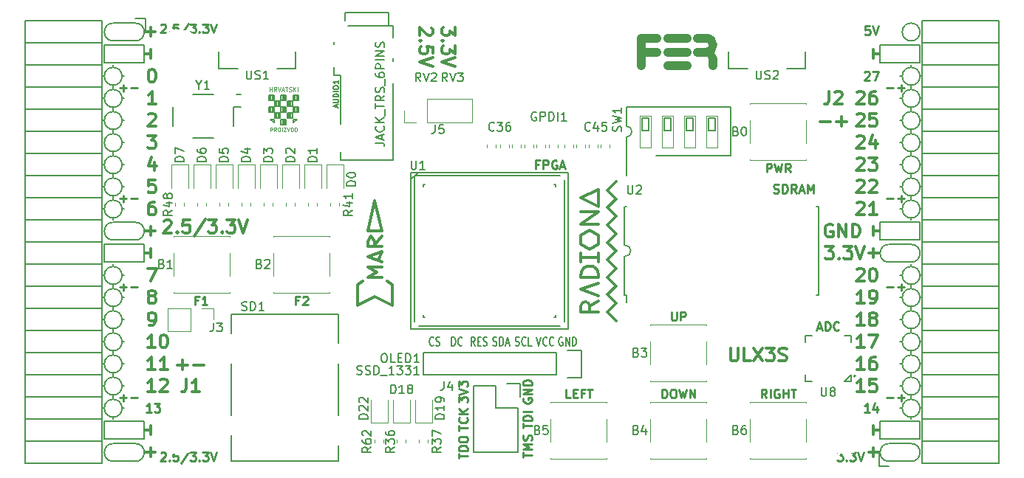
<source format=gto>
G04 #@! TF.GenerationSoftware,KiCad,Pcbnew,5.0.1+dfsg1-2*
G04 #@! TF.CreationDate,2018-10-26T11:48:04+02:00*
G04 #@! TF.ProjectId,ulx3s,756C7833732E6B696361645F70636200,v3.0.4*
G04 #@! TF.SameCoordinates,Original*
G04 #@! TF.FileFunction,Legend,Top*
G04 #@! TF.FilePolarity,Positive*
%FSLAX46Y46*%
G04 Gerber Fmt 4.6, Leading zero omitted, Abs format (unit mm)*
G04 Created by KiCad (PCBNEW 5.0.1+dfsg1-2) date petak, 26. listopada 2018. 11:48:04 CEST*
%MOMM*%
%LPD*%
G01*
G04 APERTURE LIST*
%ADD10C,0.250000*%
%ADD11C,0.300000*%
%ADD12C,0.200000*%
%ADD13C,0.150000*%
%ADD14C,0.120000*%
%ADD15C,1.000000*%
%ADD16C,0.152400*%
%ADD17C,0.075000*%
%ADD18R,0.800000X1.600000*%
%ADD19R,1.550000X1.000000*%
%ADD20R,1.550000X2.100000*%
%ADD21R,2.300000X1.900000*%
%ADD22R,2.900000X2.100000*%
%ADD23R,2.900000X2.300000*%
%ADD24R,2.900000X2.900000*%
%ADD25C,1.800000*%
%ADD26R,1.900000X2.000000*%
%ADD27R,0.500000X1.450000*%
%ADD28R,2.000000X2.000000*%
%ADD29R,2.200000X1.700000*%
%ADD30R,1.220000X2.540000*%
%ADD31R,0.400000X2.000000*%
%ADD32C,2.100000*%
%ADD33O,0.660000X1.300000*%
%ADD34R,0.660000X1.300000*%
%ADD35C,0.500000*%
%ADD36O,0.227000X0.608000*%
%ADD37O,0.608000X0.227000*%
%ADD38R,1.725000X1.725000*%
%ADD39O,0.400000X1.050000*%
%ADD40O,1.050000X0.400000*%
%ADD41R,1.050000X0.400000*%
%ADD42C,0.100000*%
%ADD43C,0.975000*%
%ADD44C,1.075000*%
%ADD45R,1.827200X2.132000*%
%ADD46O,1.827200X2.132000*%
%ADD47O,1.827200X1.827200*%
%ADD48R,1.827200X1.827200*%
%ADD49C,5.600000*%
%ADD50R,1.800000X1.800000*%
%ADD51O,1.800000X1.800000*%
%ADD52R,1.395000X1.500000*%
%ADD53R,1.650000X1.400000*%
G04 APERTURE END LIST*
D10*
X116641666Y-93497571D02*
X116308333Y-93497571D01*
X116308333Y-94021380D02*
X116308333Y-93021380D01*
X116784523Y-93021380D01*
X117117857Y-93116619D02*
X117165476Y-93069000D01*
X117260714Y-93021380D01*
X117498809Y-93021380D01*
X117594047Y-93069000D01*
X117641666Y-93116619D01*
X117689285Y-93211857D01*
X117689285Y-93307095D01*
X117641666Y-93449952D01*
X117070238Y-94021380D01*
X117689285Y-94021380D01*
X105084666Y-93497571D02*
X104751333Y-93497571D01*
X104751333Y-94021380D02*
X104751333Y-93021380D01*
X105227523Y-93021380D01*
X106132285Y-94021380D02*
X105560857Y-94021380D01*
X105846571Y-94021380D02*
X105846571Y-93021380D01*
X105751333Y-93164238D01*
X105656095Y-93259476D01*
X105560857Y-93307095D01*
X170236666Y-104689380D02*
X169903333Y-104213190D01*
X169665238Y-104689380D02*
X169665238Y-103689380D01*
X170046190Y-103689380D01*
X170141428Y-103737000D01*
X170189047Y-103784619D01*
X170236666Y-103879857D01*
X170236666Y-104022714D01*
X170189047Y-104117952D01*
X170141428Y-104165571D01*
X170046190Y-104213190D01*
X169665238Y-104213190D01*
X170665238Y-104689380D02*
X170665238Y-103689380D01*
X171665238Y-103737000D02*
X171570000Y-103689380D01*
X171427142Y-103689380D01*
X171284285Y-103737000D01*
X171189047Y-103832238D01*
X171141428Y-103927476D01*
X171093809Y-104117952D01*
X171093809Y-104260809D01*
X171141428Y-104451285D01*
X171189047Y-104546523D01*
X171284285Y-104641761D01*
X171427142Y-104689380D01*
X171522380Y-104689380D01*
X171665238Y-104641761D01*
X171712857Y-104594142D01*
X171712857Y-104260809D01*
X171522380Y-104260809D01*
X172141428Y-104689380D02*
X172141428Y-103689380D01*
X172141428Y-104165571D02*
X172712857Y-104165571D01*
X172712857Y-104689380D02*
X172712857Y-103689380D01*
X173046190Y-103689380D02*
X173617619Y-103689380D01*
X173331904Y-104689380D02*
X173331904Y-103689380D01*
X159354285Y-94799380D02*
X159354285Y-95608904D01*
X159401904Y-95704142D01*
X159449523Y-95751761D01*
X159544761Y-95799380D01*
X159735238Y-95799380D01*
X159830476Y-95751761D01*
X159878095Y-95704142D01*
X159925714Y-95608904D01*
X159925714Y-94799380D01*
X160401904Y-95799380D02*
X160401904Y-94799380D01*
X160782857Y-94799380D01*
X160878095Y-94847000D01*
X160925714Y-94894619D01*
X160973333Y-94989857D01*
X160973333Y-95132714D01*
X160925714Y-95227952D01*
X160878095Y-95275571D01*
X160782857Y-95323190D01*
X160401904Y-95323190D01*
X158259047Y-104689380D02*
X158259047Y-103689380D01*
X158497142Y-103689380D01*
X158640000Y-103737000D01*
X158735238Y-103832238D01*
X158782857Y-103927476D01*
X158830476Y-104117952D01*
X158830476Y-104260809D01*
X158782857Y-104451285D01*
X158735238Y-104546523D01*
X158640000Y-104641761D01*
X158497142Y-104689380D01*
X158259047Y-104689380D01*
X159449523Y-103689380D02*
X159640000Y-103689380D01*
X159735238Y-103737000D01*
X159830476Y-103832238D01*
X159878095Y-104022714D01*
X159878095Y-104356047D01*
X159830476Y-104546523D01*
X159735238Y-104641761D01*
X159640000Y-104689380D01*
X159449523Y-104689380D01*
X159354285Y-104641761D01*
X159259047Y-104546523D01*
X159211428Y-104356047D01*
X159211428Y-104022714D01*
X159259047Y-103832238D01*
X159354285Y-103737000D01*
X159449523Y-103689380D01*
X160211428Y-103689380D02*
X160449523Y-104689380D01*
X160640000Y-103975095D01*
X160830476Y-104689380D01*
X161068571Y-103689380D01*
X161449523Y-104689380D02*
X161449523Y-103689380D01*
X162020952Y-104689380D01*
X162020952Y-103689380D01*
X147757619Y-104689380D02*
X147281428Y-104689380D01*
X147281428Y-103689380D01*
X148090952Y-104165571D02*
X148424285Y-104165571D01*
X148567142Y-104689380D02*
X148090952Y-104689380D01*
X148090952Y-103689380D01*
X148567142Y-103689380D01*
X149329047Y-104165571D02*
X148995714Y-104165571D01*
X148995714Y-104689380D02*
X148995714Y-103689380D01*
X149471904Y-103689380D01*
X149710000Y-103689380D02*
X150281428Y-103689380D01*
X149995714Y-104689380D02*
X149995714Y-103689380D01*
X170251666Y-78781380D02*
X170251666Y-77781380D01*
X170632619Y-77781380D01*
X170727857Y-77829000D01*
X170775476Y-77876619D01*
X170823095Y-77971857D01*
X170823095Y-78114714D01*
X170775476Y-78209952D01*
X170727857Y-78257571D01*
X170632619Y-78305190D01*
X170251666Y-78305190D01*
X171156428Y-77781380D02*
X171394523Y-78781380D01*
X171585000Y-78067095D01*
X171775476Y-78781380D01*
X172013571Y-77781380D01*
X172965952Y-78781380D02*
X172632619Y-78305190D01*
X172394523Y-78781380D02*
X172394523Y-77781380D01*
X172775476Y-77781380D01*
X172870714Y-77829000D01*
X172918333Y-77876619D01*
X172965952Y-77971857D01*
X172965952Y-78114714D01*
X172918333Y-78209952D01*
X172870714Y-78257571D01*
X172775476Y-78305190D01*
X172394523Y-78305190D01*
D11*
X134560428Y-62144714D02*
X134560428Y-63073285D01*
X133989000Y-62573285D01*
X133989000Y-62787571D01*
X133917571Y-62930428D01*
X133846142Y-63001857D01*
X133703285Y-63073285D01*
X133346142Y-63073285D01*
X133203285Y-63001857D01*
X133131857Y-62930428D01*
X133060428Y-62787571D01*
X133060428Y-62359000D01*
X133131857Y-62216142D01*
X133203285Y-62144714D01*
X133203285Y-63716142D02*
X133131857Y-63787571D01*
X133060428Y-63716142D01*
X133131857Y-63644714D01*
X133203285Y-63716142D01*
X133060428Y-63716142D01*
X134560428Y-64287571D02*
X134560428Y-65216142D01*
X133989000Y-64716142D01*
X133989000Y-64930428D01*
X133917571Y-65073285D01*
X133846142Y-65144714D01*
X133703285Y-65216142D01*
X133346142Y-65216142D01*
X133203285Y-65144714D01*
X133131857Y-65073285D01*
X133060428Y-64930428D01*
X133060428Y-64501857D01*
X133131857Y-64359000D01*
X133203285Y-64287571D01*
X134560428Y-65644714D02*
X133060428Y-66144714D01*
X134560428Y-66644714D01*
X131877571Y-62216142D02*
X131949000Y-62287571D01*
X132020428Y-62430428D01*
X132020428Y-62787571D01*
X131949000Y-62930428D01*
X131877571Y-63001857D01*
X131734714Y-63073285D01*
X131591857Y-63073285D01*
X131377571Y-63001857D01*
X130520428Y-62144714D01*
X130520428Y-63073285D01*
X130663285Y-63716142D02*
X130591857Y-63787571D01*
X130520428Y-63716142D01*
X130591857Y-63644714D01*
X130663285Y-63716142D01*
X130520428Y-63716142D01*
X132020428Y-65144714D02*
X132020428Y-64430428D01*
X131306142Y-64359000D01*
X131377571Y-64430428D01*
X131449000Y-64573285D01*
X131449000Y-64930428D01*
X131377571Y-65073285D01*
X131306142Y-65144714D01*
X131163285Y-65216142D01*
X130806142Y-65216142D01*
X130663285Y-65144714D01*
X130591857Y-65073285D01*
X130520428Y-64930428D01*
X130520428Y-64573285D01*
X130591857Y-64430428D01*
X130663285Y-64359000D01*
X132020428Y-65644714D02*
X130520428Y-66144714D01*
X132020428Y-66644714D01*
X102760000Y-100897142D02*
X103902857Y-100897142D01*
X103331428Y-101468571D02*
X103331428Y-100325714D01*
X104617142Y-100897142D02*
X105760000Y-100897142D01*
X182492000Y-87582000D02*
X182492000Y-88598000D01*
X181984000Y-88090000D02*
X183254000Y-88090000D01*
X182492000Y-110442000D02*
X182492000Y-111458000D01*
X183254000Y-110950000D02*
X181984000Y-110950000D01*
X99688000Y-110442000D02*
X99688000Y-111458000D01*
X98926000Y-110950000D02*
X100196000Y-110950000D01*
X99688000Y-62182000D02*
X99688000Y-63198000D01*
X98926000Y-62690000D02*
X100196000Y-62690000D01*
X99688000Y-85042000D02*
X99688000Y-86058000D01*
X98926000Y-85550000D02*
X100196000Y-85550000D01*
D12*
X97910000Y-63706000D02*
G75*
G03X97910000Y-61674000I0J1016000D01*
G01*
X184270000Y-109934000D02*
G75*
G03X184270000Y-111966000I0J-1016000D01*
G01*
X95370000Y-111966000D02*
X97910000Y-111966000D01*
X95370000Y-109934000D02*
X97910000Y-109934000D01*
X97910000Y-111966000D02*
G75*
G03X97910000Y-109934000I0J1016000D01*
G01*
X95370000Y-109934000D02*
G75*
G03X95370000Y-111966000I0J-1016000D01*
G01*
X95370000Y-61674000D02*
X97910000Y-61674000D01*
X95370000Y-63706000D02*
X97910000Y-63706000D01*
X95370000Y-61674000D02*
G75*
G03X95370000Y-63706000I0J-1016000D01*
G01*
X95370000Y-84534000D02*
X97910000Y-84534000D01*
X95370000Y-86566000D02*
X97910000Y-86566000D01*
X95370000Y-84534000D02*
G75*
G03X95370000Y-86566000I0J-1016000D01*
G01*
X97910000Y-86566000D02*
G75*
G03X97910000Y-84534000I0J1016000D01*
G01*
X187826000Y-62690000D02*
G75*
G03X187826000Y-62690000I-1016000J0D01*
G01*
X184270000Y-89106000D02*
X186810000Y-89106000D01*
X184270000Y-87074000D02*
X186810000Y-87074000D01*
X184270000Y-87074000D02*
G75*
G03X184270000Y-89106000I0J-1016000D01*
G01*
X186810000Y-89106000D02*
G75*
G03X186810000Y-87074000I0J1016000D01*
G01*
X186810000Y-111966000D02*
X184270000Y-111966000D01*
X186810000Y-109934000D02*
X184270000Y-109934000D01*
X186810000Y-111966000D02*
G75*
G03X186810000Y-109934000I0J1016000D01*
G01*
X94354000Y-66246000D02*
X94354000Y-64214000D01*
X98926000Y-66246000D02*
X94354000Y-66246000D01*
X98926000Y-64214000D02*
X98926000Y-66246000D01*
X94354000Y-64214000D02*
X98926000Y-64214000D01*
X94354000Y-87074000D02*
X98926000Y-87074000D01*
X94354000Y-89106000D02*
X94354000Y-87074000D01*
X98926000Y-89106000D02*
X94354000Y-89106000D01*
X98926000Y-87074000D02*
X98926000Y-89106000D01*
X94354000Y-109426000D02*
X98926000Y-109426000D01*
X94354000Y-107394000D02*
X94354000Y-109426000D01*
X98926000Y-107394000D02*
X94354000Y-107394000D01*
X98926000Y-109426000D02*
X98926000Y-107394000D01*
X183254000Y-109426000D02*
X187826000Y-109426000D01*
X183254000Y-107394000D02*
X183254000Y-109426000D01*
X187826000Y-107394000D02*
X187826000Y-109426000D01*
X183254000Y-107394000D02*
X187826000Y-107394000D01*
X183254000Y-66246000D02*
X187826000Y-66246000D01*
X183254000Y-64214000D02*
X183254000Y-66246000D01*
X187826000Y-64214000D02*
X183254000Y-64214000D01*
X187826000Y-66246000D02*
X187826000Y-64214000D01*
X183254000Y-84534000D02*
X187826000Y-84534000D01*
X183254000Y-86566000D02*
X183254000Y-84534000D01*
X187826000Y-86566000D02*
X183254000Y-86566000D01*
X187826000Y-84534000D02*
X187826000Y-86566000D01*
D10*
X96148000Y-69111428D02*
X96909904Y-69111428D01*
X96528952Y-69492380D02*
X96528952Y-68730476D01*
X97386095Y-69111428D02*
X98148000Y-69111428D01*
X96148000Y-81811428D02*
X96909904Y-81811428D01*
X96528952Y-82192380D02*
X96528952Y-81430476D01*
X97386095Y-81811428D02*
X98148000Y-81811428D01*
X96148000Y-91971428D02*
X96909904Y-91971428D01*
X96528952Y-92352380D02*
X96528952Y-91590476D01*
X97386095Y-91971428D02*
X98148000Y-91971428D01*
X96148000Y-104671428D02*
X96909904Y-104671428D01*
X96528952Y-105052380D02*
X96528952Y-104290476D01*
X97386095Y-104671428D02*
X98148000Y-104671428D01*
X184032000Y-104671428D02*
X184793904Y-104671428D01*
X185270095Y-104671428D02*
X186032000Y-104671428D01*
X185651047Y-105052380D02*
X185651047Y-104290476D01*
X184032000Y-91971428D02*
X184793904Y-91971428D01*
X185270095Y-91971428D02*
X186032000Y-91971428D01*
X185651047Y-92352380D02*
X185651047Y-91590476D01*
X184032000Y-81811428D02*
X184793904Y-81811428D01*
X185270095Y-81811428D02*
X186032000Y-81811428D01*
X185651047Y-82192380D02*
X185651047Y-81430476D01*
X184032000Y-69111428D02*
X184793904Y-69111428D01*
X185270095Y-69111428D02*
X186032000Y-69111428D01*
X185651047Y-69492380D02*
X185651047Y-68730476D01*
D11*
X176420000Y-72957142D02*
X177562857Y-72957142D01*
X178277142Y-72957142D02*
X179420000Y-72957142D01*
X178848571Y-73528571D02*
X178848571Y-72385714D01*
D12*
X187826000Y-67770000D02*
G75*
G03X187826000Y-67770000I-1016000J0D01*
G01*
X187826000Y-70310000D02*
G75*
G03X187826000Y-70310000I-1016000J0D01*
G01*
X187826000Y-72850000D02*
G75*
G03X187826000Y-72850000I-1016000J0D01*
G01*
X187826000Y-75390000D02*
G75*
G03X187826000Y-75390000I-1016000J0D01*
G01*
X187826000Y-77930000D02*
G75*
G03X187826000Y-77930000I-1016000J0D01*
G01*
X187826000Y-80470000D02*
G75*
G03X187826000Y-80470000I-1016000J0D01*
G01*
X187826000Y-83010000D02*
G75*
G03X187826000Y-83010000I-1016000J0D01*
G01*
X187826000Y-90630000D02*
G75*
G03X187826000Y-90630000I-1016000J0D01*
G01*
X187826000Y-93170000D02*
G75*
G03X187826000Y-93170000I-1016000J0D01*
G01*
X187826000Y-95710000D02*
G75*
G03X187826000Y-95710000I-1016000J0D01*
G01*
X187826000Y-98250000D02*
G75*
G03X187826000Y-98250000I-1016000J0D01*
G01*
X187826000Y-100790000D02*
G75*
G03X187826000Y-100790000I-1016000J0D01*
G01*
X187826000Y-103330000D02*
G75*
G03X187826000Y-103330000I-1016000J0D01*
G01*
X187826000Y-105870000D02*
G75*
G03X187826000Y-105870000I-1016000J0D01*
G01*
X96386000Y-105870000D02*
G75*
G03X96386000Y-105870000I-1016000J0D01*
G01*
X96386000Y-103330000D02*
G75*
G03X96386000Y-103330000I-1016000J0D01*
G01*
X96386000Y-100790000D02*
G75*
G03X96386000Y-100790000I-1016000J0D01*
G01*
X96386000Y-98250000D02*
G75*
G03X96386000Y-98250000I-1016000J0D01*
G01*
X96386000Y-95710000D02*
G75*
G03X96386000Y-95710000I-1016000J0D01*
G01*
X96386000Y-93170000D02*
G75*
G03X96386000Y-93170000I-1016000J0D01*
G01*
X96386000Y-90630000D02*
G75*
G03X96386000Y-90630000I-1016000J0D01*
G01*
X96386000Y-83010000D02*
G75*
G03X96386000Y-83010000I-1016000J0D01*
G01*
X96386000Y-80470000D02*
G75*
G03X96386000Y-80470000I-1016000J0D01*
G01*
X96386000Y-77930000D02*
G75*
G03X96386000Y-77930000I-1016000J0D01*
G01*
X96386000Y-75390000D02*
G75*
G03X96386000Y-75390000I-1016000J0D01*
G01*
X96386000Y-72850000D02*
G75*
G03X96386000Y-72850000I-1016000J0D01*
G01*
X96386000Y-70310000D02*
G75*
G03X96386000Y-70310000I-1016000J0D01*
G01*
X96386000Y-67770000D02*
G75*
G03X96386000Y-67770000I-1016000J0D01*
G01*
D11*
X177793142Y-84800000D02*
X177650285Y-84728571D01*
X177436000Y-84728571D01*
X177221714Y-84800000D01*
X177078857Y-84942857D01*
X177007428Y-85085714D01*
X176936000Y-85371428D01*
X176936000Y-85585714D01*
X177007428Y-85871428D01*
X177078857Y-86014285D01*
X177221714Y-86157142D01*
X177436000Y-86228571D01*
X177578857Y-86228571D01*
X177793142Y-86157142D01*
X177864571Y-86085714D01*
X177864571Y-85585714D01*
X177578857Y-85585714D01*
X178507428Y-86228571D02*
X178507428Y-84728571D01*
X179364571Y-86228571D01*
X179364571Y-84728571D01*
X180078857Y-86228571D02*
X180078857Y-84728571D01*
X180436000Y-84728571D01*
X180650285Y-84800000D01*
X180793142Y-84942857D01*
X180864571Y-85085714D01*
X180936000Y-85371428D01*
X180936000Y-85585714D01*
X180864571Y-85871428D01*
X180793142Y-86014285D01*
X180650285Y-86157142D01*
X180436000Y-86228571D01*
X180078857Y-86228571D01*
X182492000Y-86058000D02*
X182492000Y-85042000D01*
X183254000Y-85550000D02*
X182492000Y-85550000D01*
X182492000Y-107902000D02*
X182492000Y-108918000D01*
X182492000Y-108410000D02*
X183254000Y-108410000D01*
D10*
X182047523Y-106322380D02*
X181476095Y-106322380D01*
X181761809Y-106322380D02*
X181761809Y-105322380D01*
X181666571Y-105465238D01*
X181571333Y-105560476D01*
X181476095Y-105608095D01*
X182904666Y-105655714D02*
X182904666Y-106322380D01*
X182666571Y-105274761D02*
X182428476Y-105989047D01*
X183047523Y-105989047D01*
X181476095Y-67317619D02*
X181523714Y-67270000D01*
X181618952Y-67222380D01*
X181857047Y-67222380D01*
X181952285Y-67270000D01*
X181999904Y-67317619D01*
X182047523Y-67412857D01*
X182047523Y-67508095D01*
X181999904Y-67650952D01*
X181428476Y-68222380D01*
X182047523Y-68222380D01*
X182380857Y-67222380D02*
X183047523Y-67222380D01*
X182618952Y-68222380D01*
D11*
X182492000Y-64722000D02*
X182492000Y-65738000D01*
X182492000Y-65230000D02*
X183254000Y-65230000D01*
X99688000Y-107902000D02*
X99688000Y-108918000D01*
X98926000Y-108410000D02*
X99688000Y-108410000D01*
X99315000Y-74568571D02*
X100243571Y-74568571D01*
X99743571Y-75140000D01*
X99957857Y-75140000D01*
X100100714Y-75211428D01*
X100172142Y-75282857D01*
X100243571Y-75425714D01*
X100243571Y-75782857D01*
X100172142Y-75925714D01*
X100100714Y-75997142D01*
X99957857Y-76068571D01*
X99529285Y-76068571D01*
X99386428Y-75997142D01*
X99315000Y-75925714D01*
X100100714Y-77608571D02*
X100100714Y-78608571D01*
X99743571Y-77037142D02*
X99386428Y-78108571D01*
X100315000Y-78108571D01*
X100172142Y-79648571D02*
X99457857Y-79648571D01*
X99386428Y-80362857D01*
X99457857Y-80291428D01*
X99600714Y-80220000D01*
X99957857Y-80220000D01*
X100100714Y-80291428D01*
X100172142Y-80362857D01*
X100243571Y-80505714D01*
X100243571Y-80862857D01*
X100172142Y-81005714D01*
X100100714Y-81077142D01*
X99957857Y-81148571D01*
X99600714Y-81148571D01*
X99457857Y-81077142D01*
X99386428Y-81005714D01*
D10*
X99751523Y-106322380D02*
X99180095Y-106322380D01*
X99465809Y-106322380D02*
X99465809Y-105322380D01*
X99370571Y-105465238D01*
X99275333Y-105560476D01*
X99180095Y-105608095D01*
X100084857Y-105322380D02*
X100703904Y-105322380D01*
X100370571Y-105703333D01*
X100513428Y-105703333D01*
X100608666Y-105750952D01*
X100656285Y-105798571D01*
X100703904Y-105893809D01*
X100703904Y-106131904D01*
X100656285Y-106227142D01*
X100608666Y-106274761D01*
X100513428Y-106322380D01*
X100227714Y-106322380D01*
X100132476Y-106274761D01*
X100084857Y-106227142D01*
D11*
X99315000Y-89808571D02*
X100315000Y-89808571D01*
X99672142Y-91308571D01*
X99688000Y-87582000D02*
X99688000Y-88598000D01*
X98926000Y-88090000D02*
X99688000Y-88090000D01*
X99688000Y-64722000D02*
X99688000Y-65738000D01*
X98926000Y-65230000D02*
X99688000Y-65230000D01*
D10*
X100817976Y-61874619D02*
X100865595Y-61827000D01*
X100960833Y-61779380D01*
X101198928Y-61779380D01*
X101294166Y-61827000D01*
X101341785Y-61874619D01*
X101389404Y-61969857D01*
X101389404Y-62065095D01*
X101341785Y-62207952D01*
X100770357Y-62779380D01*
X101389404Y-62779380D01*
X101817976Y-62684142D02*
X101865595Y-62731761D01*
X101817976Y-62779380D01*
X101770357Y-62731761D01*
X101817976Y-62684142D01*
X101817976Y-62779380D01*
X102770357Y-61779380D02*
X102294166Y-61779380D01*
X102246547Y-62255571D01*
X102294166Y-62207952D01*
X102389404Y-62160333D01*
X102627500Y-62160333D01*
X102722738Y-62207952D01*
X102770357Y-62255571D01*
X102817976Y-62350809D01*
X102817976Y-62588904D01*
X102770357Y-62684142D01*
X102722738Y-62731761D01*
X102627500Y-62779380D01*
X102389404Y-62779380D01*
X102294166Y-62731761D01*
X102246547Y-62684142D01*
X103960833Y-61731761D02*
X103103690Y-63017476D01*
X104198928Y-61779380D02*
X104817976Y-61779380D01*
X104484642Y-62160333D01*
X104627500Y-62160333D01*
X104722738Y-62207952D01*
X104770357Y-62255571D01*
X104817976Y-62350809D01*
X104817976Y-62588904D01*
X104770357Y-62684142D01*
X104722738Y-62731761D01*
X104627500Y-62779380D01*
X104341785Y-62779380D01*
X104246547Y-62731761D01*
X104198928Y-62684142D01*
X105246547Y-62684142D02*
X105294166Y-62731761D01*
X105246547Y-62779380D01*
X105198928Y-62731761D01*
X105246547Y-62684142D01*
X105246547Y-62779380D01*
X105627500Y-61779380D02*
X106246547Y-61779380D01*
X105913214Y-62160333D01*
X106056071Y-62160333D01*
X106151309Y-62207952D01*
X106198928Y-62255571D01*
X106246547Y-62350809D01*
X106246547Y-62588904D01*
X106198928Y-62684142D01*
X106151309Y-62731761D01*
X106056071Y-62779380D01*
X105770357Y-62779380D01*
X105675119Y-62731761D01*
X105627500Y-62684142D01*
X106532261Y-61779380D02*
X106865595Y-62779380D01*
X107198928Y-61779380D01*
X178360261Y-110910380D02*
X178979309Y-110910380D01*
X178645976Y-111291333D01*
X178788833Y-111291333D01*
X178884071Y-111338952D01*
X178931690Y-111386571D01*
X178979309Y-111481809D01*
X178979309Y-111719904D01*
X178931690Y-111815142D01*
X178884071Y-111862761D01*
X178788833Y-111910380D01*
X178503119Y-111910380D01*
X178407880Y-111862761D01*
X178360261Y-111815142D01*
X179407880Y-111815142D02*
X179455500Y-111862761D01*
X179407880Y-111910380D01*
X179360261Y-111862761D01*
X179407880Y-111815142D01*
X179407880Y-111910380D01*
X179788833Y-110910380D02*
X180407880Y-110910380D01*
X180074547Y-111291333D01*
X180217404Y-111291333D01*
X180312642Y-111338952D01*
X180360261Y-111386571D01*
X180407880Y-111481809D01*
X180407880Y-111719904D01*
X180360261Y-111815142D01*
X180312642Y-111862761D01*
X180217404Y-111910380D01*
X179931690Y-111910380D01*
X179836452Y-111862761D01*
X179788833Y-111815142D01*
X180693595Y-110910380D02*
X181026928Y-111910380D01*
X181360261Y-110910380D01*
D11*
X101199714Y-84381428D02*
X101271142Y-84310000D01*
X101414000Y-84238571D01*
X101771142Y-84238571D01*
X101914000Y-84310000D01*
X101985428Y-84381428D01*
X102056857Y-84524285D01*
X102056857Y-84667142D01*
X101985428Y-84881428D01*
X101128285Y-85738571D01*
X102056857Y-85738571D01*
X102699714Y-85595714D02*
X102771142Y-85667142D01*
X102699714Y-85738571D01*
X102628285Y-85667142D01*
X102699714Y-85595714D01*
X102699714Y-85738571D01*
X104128285Y-84238571D02*
X103414000Y-84238571D01*
X103342571Y-84952857D01*
X103414000Y-84881428D01*
X103556857Y-84810000D01*
X103914000Y-84810000D01*
X104056857Y-84881428D01*
X104128285Y-84952857D01*
X104199714Y-85095714D01*
X104199714Y-85452857D01*
X104128285Y-85595714D01*
X104056857Y-85667142D01*
X103914000Y-85738571D01*
X103556857Y-85738571D01*
X103414000Y-85667142D01*
X103342571Y-85595714D01*
X105914000Y-84167142D02*
X104628285Y-86095714D01*
X106271142Y-84238571D02*
X107199714Y-84238571D01*
X106699714Y-84810000D01*
X106914000Y-84810000D01*
X107056857Y-84881428D01*
X107128285Y-84952857D01*
X107199714Y-85095714D01*
X107199714Y-85452857D01*
X107128285Y-85595714D01*
X107056857Y-85667142D01*
X106914000Y-85738571D01*
X106485428Y-85738571D01*
X106342571Y-85667142D01*
X106271142Y-85595714D01*
X107842571Y-85595714D02*
X107914000Y-85667142D01*
X107842571Y-85738571D01*
X107771142Y-85667142D01*
X107842571Y-85595714D01*
X107842571Y-85738571D01*
X108414000Y-84238571D02*
X109342571Y-84238571D01*
X108842571Y-84810000D01*
X109056857Y-84810000D01*
X109199714Y-84881428D01*
X109271142Y-84952857D01*
X109342571Y-85095714D01*
X109342571Y-85452857D01*
X109271142Y-85595714D01*
X109199714Y-85667142D01*
X109056857Y-85738571D01*
X108628285Y-85738571D01*
X108485428Y-85667142D01*
X108414000Y-85595714D01*
X109771142Y-84238571D02*
X110271142Y-85738571D01*
X110771142Y-84238571D01*
D10*
X100817976Y-111023619D02*
X100865595Y-110976000D01*
X100960833Y-110928380D01*
X101198928Y-110928380D01*
X101294166Y-110976000D01*
X101341785Y-111023619D01*
X101389404Y-111118857D01*
X101389404Y-111214095D01*
X101341785Y-111356952D01*
X100770357Y-111928380D01*
X101389404Y-111928380D01*
X101817976Y-111833142D02*
X101865595Y-111880761D01*
X101817976Y-111928380D01*
X101770357Y-111880761D01*
X101817976Y-111833142D01*
X101817976Y-111928380D01*
X102770357Y-110928380D02*
X102294166Y-110928380D01*
X102246547Y-111404571D01*
X102294166Y-111356952D01*
X102389404Y-111309333D01*
X102627500Y-111309333D01*
X102722738Y-111356952D01*
X102770357Y-111404571D01*
X102817976Y-111499809D01*
X102817976Y-111737904D01*
X102770357Y-111833142D01*
X102722738Y-111880761D01*
X102627500Y-111928380D01*
X102389404Y-111928380D01*
X102294166Y-111880761D01*
X102246547Y-111833142D01*
X103960833Y-110880761D02*
X103103690Y-112166476D01*
X104198928Y-110928380D02*
X104817976Y-110928380D01*
X104484642Y-111309333D01*
X104627500Y-111309333D01*
X104722738Y-111356952D01*
X104770357Y-111404571D01*
X104817976Y-111499809D01*
X104817976Y-111737904D01*
X104770357Y-111833142D01*
X104722738Y-111880761D01*
X104627500Y-111928380D01*
X104341785Y-111928380D01*
X104246547Y-111880761D01*
X104198928Y-111833142D01*
X105246547Y-111833142D02*
X105294166Y-111880761D01*
X105246547Y-111928380D01*
X105198928Y-111880761D01*
X105246547Y-111833142D01*
X105246547Y-111928380D01*
X105627500Y-110928380D02*
X106246547Y-110928380D01*
X105913214Y-111309333D01*
X106056071Y-111309333D01*
X106151309Y-111356952D01*
X106198928Y-111404571D01*
X106246547Y-111499809D01*
X106246547Y-111737904D01*
X106198928Y-111833142D01*
X106151309Y-111880761D01*
X106056071Y-111928380D01*
X105770357Y-111928380D01*
X105675119Y-111880761D01*
X105627500Y-111833142D01*
X106532261Y-110928380D02*
X106865595Y-111928380D01*
X107198928Y-110928380D01*
X182047523Y-62015380D02*
X181571333Y-62015380D01*
X181523714Y-62491571D01*
X181571333Y-62443952D01*
X181666571Y-62396333D01*
X181904666Y-62396333D01*
X181999904Y-62443952D01*
X182047523Y-62491571D01*
X182095142Y-62586809D01*
X182095142Y-62824904D01*
X182047523Y-62920142D01*
X181999904Y-62967761D01*
X181904666Y-63015380D01*
X181666571Y-63015380D01*
X181571333Y-62967761D01*
X181523714Y-62920142D01*
X182380857Y-62015380D02*
X182714190Y-63015380D01*
X183047523Y-62015380D01*
D11*
X180587142Y-69631428D02*
X180658571Y-69560000D01*
X180801428Y-69488571D01*
X181158571Y-69488571D01*
X181301428Y-69560000D01*
X181372857Y-69631428D01*
X181444285Y-69774285D01*
X181444285Y-69917142D01*
X181372857Y-70131428D01*
X180515714Y-70988571D01*
X181444285Y-70988571D01*
X182730000Y-69488571D02*
X182444285Y-69488571D01*
X182301428Y-69560000D01*
X182230000Y-69631428D01*
X182087142Y-69845714D01*
X182015714Y-70131428D01*
X182015714Y-70702857D01*
X182087142Y-70845714D01*
X182158571Y-70917142D01*
X182301428Y-70988571D01*
X182587142Y-70988571D01*
X182730000Y-70917142D01*
X182801428Y-70845714D01*
X182872857Y-70702857D01*
X182872857Y-70345714D01*
X182801428Y-70202857D01*
X182730000Y-70131428D01*
X182587142Y-70060000D01*
X182301428Y-70060000D01*
X182158571Y-70131428D01*
X182087142Y-70202857D01*
X182015714Y-70345714D01*
X180587142Y-72171428D02*
X180658571Y-72100000D01*
X180801428Y-72028571D01*
X181158571Y-72028571D01*
X181301428Y-72100000D01*
X181372857Y-72171428D01*
X181444285Y-72314285D01*
X181444285Y-72457142D01*
X181372857Y-72671428D01*
X180515714Y-73528571D01*
X181444285Y-73528571D01*
X182801428Y-72028571D02*
X182087142Y-72028571D01*
X182015714Y-72742857D01*
X182087142Y-72671428D01*
X182230000Y-72600000D01*
X182587142Y-72600000D01*
X182730000Y-72671428D01*
X182801428Y-72742857D01*
X182872857Y-72885714D01*
X182872857Y-73242857D01*
X182801428Y-73385714D01*
X182730000Y-73457142D01*
X182587142Y-73528571D01*
X182230000Y-73528571D01*
X182087142Y-73457142D01*
X182015714Y-73385714D01*
X180587142Y-74711428D02*
X180658571Y-74640000D01*
X180801428Y-74568571D01*
X181158571Y-74568571D01*
X181301428Y-74640000D01*
X181372857Y-74711428D01*
X181444285Y-74854285D01*
X181444285Y-74997142D01*
X181372857Y-75211428D01*
X180515714Y-76068571D01*
X181444285Y-76068571D01*
X182730000Y-75068571D02*
X182730000Y-76068571D01*
X182372857Y-74497142D02*
X182015714Y-75568571D01*
X182944285Y-75568571D01*
X180587142Y-77251428D02*
X180658571Y-77180000D01*
X180801428Y-77108571D01*
X181158571Y-77108571D01*
X181301428Y-77180000D01*
X181372857Y-77251428D01*
X181444285Y-77394285D01*
X181444285Y-77537142D01*
X181372857Y-77751428D01*
X180515714Y-78608571D01*
X181444285Y-78608571D01*
X181944285Y-77108571D02*
X182872857Y-77108571D01*
X182372857Y-77680000D01*
X182587142Y-77680000D01*
X182730000Y-77751428D01*
X182801428Y-77822857D01*
X182872857Y-77965714D01*
X182872857Y-78322857D01*
X182801428Y-78465714D01*
X182730000Y-78537142D01*
X182587142Y-78608571D01*
X182158571Y-78608571D01*
X182015714Y-78537142D01*
X181944285Y-78465714D01*
X180587142Y-79791428D02*
X180658571Y-79720000D01*
X180801428Y-79648571D01*
X181158571Y-79648571D01*
X181301428Y-79720000D01*
X181372857Y-79791428D01*
X181444285Y-79934285D01*
X181444285Y-80077142D01*
X181372857Y-80291428D01*
X180515714Y-81148571D01*
X181444285Y-81148571D01*
X182015714Y-79791428D02*
X182087142Y-79720000D01*
X182230000Y-79648571D01*
X182587142Y-79648571D01*
X182730000Y-79720000D01*
X182801428Y-79791428D01*
X182872857Y-79934285D01*
X182872857Y-80077142D01*
X182801428Y-80291428D01*
X181944285Y-81148571D01*
X182872857Y-81148571D01*
X180587142Y-82331428D02*
X180658571Y-82260000D01*
X180801428Y-82188571D01*
X181158571Y-82188571D01*
X181301428Y-82260000D01*
X181372857Y-82331428D01*
X181444285Y-82474285D01*
X181444285Y-82617142D01*
X181372857Y-82831428D01*
X180515714Y-83688571D01*
X181444285Y-83688571D01*
X182872857Y-83688571D02*
X182015714Y-83688571D01*
X182444285Y-83688571D02*
X182444285Y-82188571D01*
X182301428Y-82402857D01*
X182158571Y-82545714D01*
X182015714Y-82617142D01*
X176975714Y-87268571D02*
X177904285Y-87268571D01*
X177404285Y-87840000D01*
X177618571Y-87840000D01*
X177761428Y-87911428D01*
X177832857Y-87982857D01*
X177904285Y-88125714D01*
X177904285Y-88482857D01*
X177832857Y-88625714D01*
X177761428Y-88697142D01*
X177618571Y-88768571D01*
X177190000Y-88768571D01*
X177047142Y-88697142D01*
X176975714Y-88625714D01*
X178547142Y-88625714D02*
X178618571Y-88697142D01*
X178547142Y-88768571D01*
X178475714Y-88697142D01*
X178547142Y-88625714D01*
X178547142Y-88768571D01*
X179118571Y-87268571D02*
X180047142Y-87268571D01*
X179547142Y-87840000D01*
X179761428Y-87840000D01*
X179904285Y-87911428D01*
X179975714Y-87982857D01*
X180047142Y-88125714D01*
X180047142Y-88482857D01*
X179975714Y-88625714D01*
X179904285Y-88697142D01*
X179761428Y-88768571D01*
X179332857Y-88768571D01*
X179190000Y-88697142D01*
X179118571Y-88625714D01*
X180475714Y-87268571D02*
X180975714Y-88768571D01*
X181475714Y-87268571D01*
X180587142Y-89951428D02*
X180658571Y-89880000D01*
X180801428Y-89808571D01*
X181158571Y-89808571D01*
X181301428Y-89880000D01*
X181372857Y-89951428D01*
X181444285Y-90094285D01*
X181444285Y-90237142D01*
X181372857Y-90451428D01*
X180515714Y-91308571D01*
X181444285Y-91308571D01*
X182372857Y-89808571D02*
X182515714Y-89808571D01*
X182658571Y-89880000D01*
X182730000Y-89951428D01*
X182801428Y-90094285D01*
X182872857Y-90380000D01*
X182872857Y-90737142D01*
X182801428Y-91022857D01*
X182730000Y-91165714D01*
X182658571Y-91237142D01*
X182515714Y-91308571D01*
X182372857Y-91308571D01*
X182230000Y-91237142D01*
X182158571Y-91165714D01*
X182087142Y-91022857D01*
X182015714Y-90737142D01*
X182015714Y-90380000D01*
X182087142Y-90094285D01*
X182158571Y-89951428D01*
X182230000Y-89880000D01*
X182372857Y-89808571D01*
X181444285Y-93848571D02*
X180587142Y-93848571D01*
X181015714Y-93848571D02*
X181015714Y-92348571D01*
X180872857Y-92562857D01*
X180730000Y-92705714D01*
X180587142Y-92777142D01*
X182158571Y-93848571D02*
X182444285Y-93848571D01*
X182587142Y-93777142D01*
X182658571Y-93705714D01*
X182801428Y-93491428D01*
X182872857Y-93205714D01*
X182872857Y-92634285D01*
X182801428Y-92491428D01*
X182730000Y-92420000D01*
X182587142Y-92348571D01*
X182301428Y-92348571D01*
X182158571Y-92420000D01*
X182087142Y-92491428D01*
X182015714Y-92634285D01*
X182015714Y-92991428D01*
X182087142Y-93134285D01*
X182158571Y-93205714D01*
X182301428Y-93277142D01*
X182587142Y-93277142D01*
X182730000Y-93205714D01*
X182801428Y-93134285D01*
X182872857Y-92991428D01*
X181444285Y-96388571D02*
X180587142Y-96388571D01*
X181015714Y-96388571D02*
X181015714Y-94888571D01*
X180872857Y-95102857D01*
X180730000Y-95245714D01*
X180587142Y-95317142D01*
X182301428Y-95531428D02*
X182158571Y-95460000D01*
X182087142Y-95388571D01*
X182015714Y-95245714D01*
X182015714Y-95174285D01*
X182087142Y-95031428D01*
X182158571Y-94960000D01*
X182301428Y-94888571D01*
X182587142Y-94888571D01*
X182730000Y-94960000D01*
X182801428Y-95031428D01*
X182872857Y-95174285D01*
X182872857Y-95245714D01*
X182801428Y-95388571D01*
X182730000Y-95460000D01*
X182587142Y-95531428D01*
X182301428Y-95531428D01*
X182158571Y-95602857D01*
X182087142Y-95674285D01*
X182015714Y-95817142D01*
X182015714Y-96102857D01*
X182087142Y-96245714D01*
X182158571Y-96317142D01*
X182301428Y-96388571D01*
X182587142Y-96388571D01*
X182730000Y-96317142D01*
X182801428Y-96245714D01*
X182872857Y-96102857D01*
X182872857Y-95817142D01*
X182801428Y-95674285D01*
X182730000Y-95602857D01*
X182587142Y-95531428D01*
X181444285Y-98928571D02*
X180587142Y-98928571D01*
X181015714Y-98928571D02*
X181015714Y-97428571D01*
X180872857Y-97642857D01*
X180730000Y-97785714D01*
X180587142Y-97857142D01*
X181944285Y-97428571D02*
X182944285Y-97428571D01*
X182301428Y-98928571D01*
X181444285Y-101468571D02*
X180587142Y-101468571D01*
X181015714Y-101468571D02*
X181015714Y-99968571D01*
X180872857Y-100182857D01*
X180730000Y-100325714D01*
X180587142Y-100397142D01*
X182730000Y-99968571D02*
X182444285Y-99968571D01*
X182301428Y-100040000D01*
X182230000Y-100111428D01*
X182087142Y-100325714D01*
X182015714Y-100611428D01*
X182015714Y-101182857D01*
X182087142Y-101325714D01*
X182158571Y-101397142D01*
X182301428Y-101468571D01*
X182587142Y-101468571D01*
X182730000Y-101397142D01*
X182801428Y-101325714D01*
X182872857Y-101182857D01*
X182872857Y-100825714D01*
X182801428Y-100682857D01*
X182730000Y-100611428D01*
X182587142Y-100540000D01*
X182301428Y-100540000D01*
X182158571Y-100611428D01*
X182087142Y-100682857D01*
X182015714Y-100825714D01*
X181444285Y-104008571D02*
X180587142Y-104008571D01*
X181015714Y-104008571D02*
X181015714Y-102508571D01*
X180872857Y-102722857D01*
X180730000Y-102865714D01*
X180587142Y-102937142D01*
X182801428Y-102508571D02*
X182087142Y-102508571D01*
X182015714Y-103222857D01*
X182087142Y-103151428D01*
X182230000Y-103080000D01*
X182587142Y-103080000D01*
X182730000Y-103151428D01*
X182801428Y-103222857D01*
X182872857Y-103365714D01*
X182872857Y-103722857D01*
X182801428Y-103865714D01*
X182730000Y-103937142D01*
X182587142Y-104008571D01*
X182230000Y-104008571D01*
X182087142Y-103937142D01*
X182015714Y-103865714D01*
D12*
X186810000Y-66500000D02*
X186810000Y-66754000D01*
X187826000Y-67770000D02*
X188080000Y-67770000D01*
X185540000Y-67770000D02*
X185794000Y-67770000D01*
X186810000Y-69294000D02*
X186810000Y-68786000D01*
X187826000Y-70310000D02*
X188080000Y-70310000D01*
X185540000Y-70310000D02*
X185794000Y-70310000D01*
X186810000Y-71326000D02*
X186810000Y-71834000D01*
X187826000Y-72850000D02*
X188080000Y-72850000D01*
X185540000Y-72850000D02*
X185794000Y-72850000D01*
X186810000Y-73866000D02*
X186810000Y-74374000D01*
X187826000Y-75390000D02*
X188080000Y-75390000D01*
X185540000Y-75390000D02*
X185794000Y-75390000D01*
X186810000Y-76406000D02*
X186810000Y-76914000D01*
X187826000Y-77930000D02*
X188080000Y-77930000D01*
X185540000Y-77930000D02*
X185794000Y-77930000D01*
X186810000Y-79454000D02*
X186810000Y-78946000D01*
X187826000Y-80470000D02*
X188080000Y-80470000D01*
X185540000Y-80470000D02*
X185794000Y-80470000D01*
X186810000Y-81994000D02*
X186810000Y-81486000D01*
X187826000Y-83010000D02*
X188080000Y-83010000D01*
X185540000Y-83010000D02*
X185794000Y-83010000D01*
X186810000Y-84026000D02*
X186810000Y-84280000D01*
X186810000Y-89360000D02*
X186810000Y-89614000D01*
X187826000Y-90630000D02*
X188080000Y-90630000D01*
X185540000Y-90630000D02*
X185794000Y-90630000D01*
X186810000Y-91646000D02*
X186810000Y-92154000D01*
X187826000Y-93170000D02*
X188080000Y-93170000D01*
X185540000Y-93170000D02*
X185794000Y-93170000D01*
X186810000Y-94186000D02*
X186810000Y-94694000D01*
X187826000Y-95710000D02*
X188080000Y-95710000D01*
X185540000Y-95710000D02*
X185794000Y-95710000D01*
X186810000Y-97234000D02*
X186810000Y-96726000D01*
X187826000Y-98250000D02*
X188080000Y-98250000D01*
X185540000Y-98250000D02*
X185794000Y-98250000D01*
X187826000Y-100790000D02*
X188080000Y-100790000D01*
X185540000Y-100790000D02*
X185794000Y-100790000D01*
X186810000Y-99266000D02*
X186810000Y-99774000D01*
X186810000Y-102314000D02*
X186810000Y-101806000D01*
X187826000Y-103330000D02*
X188080000Y-103330000D01*
X185540000Y-103330000D02*
X185794000Y-103330000D01*
X186810000Y-104346000D02*
X186810000Y-104854000D01*
X185540000Y-105870000D02*
X185794000Y-105870000D01*
X187826000Y-105870000D02*
X188080000Y-105870000D01*
X186810000Y-106886000D02*
X186810000Y-107140000D01*
X95370000Y-66754000D02*
X95370000Y-66500000D01*
X96386000Y-67770000D02*
X96640000Y-67770000D01*
X94100000Y-67770000D02*
X94354000Y-67770000D01*
X95370000Y-68786000D02*
X95370000Y-69294000D01*
X96386000Y-70310000D02*
X96640000Y-70310000D01*
X94100000Y-70310000D02*
X94354000Y-70310000D01*
X95370000Y-71326000D02*
X95370000Y-71834000D01*
X96386000Y-72850000D02*
X96640000Y-72850000D01*
X94100000Y-72850000D02*
X94354000Y-72850000D01*
X95370000Y-73866000D02*
X95370000Y-74374000D01*
X96386000Y-75390000D02*
X96640000Y-75390000D01*
X95370000Y-76406000D02*
X95370000Y-76914000D01*
X96386000Y-77930000D02*
X96640000Y-77930000D01*
X94100000Y-77930000D02*
X94354000Y-77930000D01*
X95370000Y-79454000D02*
X95370000Y-78946000D01*
X96386000Y-80470000D02*
X96640000Y-80470000D01*
X94100000Y-80470000D02*
X94354000Y-80470000D01*
X95370000Y-81486000D02*
X95370000Y-81994000D01*
X96386000Y-83010000D02*
X96640000Y-83010000D01*
X95370000Y-84026000D02*
X95370000Y-84280000D01*
X94100000Y-83010000D02*
X94354000Y-83010000D01*
X95370000Y-106886000D02*
X95370000Y-107140000D01*
X95370000Y-89360000D02*
X95370000Y-89614000D01*
X96386000Y-93170000D02*
X96640000Y-93170000D01*
X94100000Y-93170000D02*
X94354000Y-93170000D01*
X95370000Y-94186000D02*
X95370000Y-94694000D01*
X94100000Y-90630000D02*
X94354000Y-90630000D01*
X96386000Y-90630000D02*
X96640000Y-90630000D01*
X95370000Y-92154000D02*
X95370000Y-91646000D01*
X96386000Y-95710000D02*
X96640000Y-95710000D01*
X94100000Y-95710000D02*
X94354000Y-95710000D01*
X96386000Y-98250000D02*
X96640000Y-98250000D01*
X94354000Y-98250000D02*
X94100000Y-98250000D01*
X95370000Y-96726000D02*
X95370000Y-97234000D01*
X95370000Y-99266000D02*
X95370000Y-99774000D01*
X94100000Y-100790000D02*
X94354000Y-100790000D01*
X96386000Y-100790000D02*
X96640000Y-100790000D01*
X94100000Y-103330000D02*
X94354000Y-103330000D01*
X96386000Y-103330000D02*
X96640000Y-103330000D01*
X95370000Y-101806000D02*
X95370000Y-102314000D01*
X95370000Y-104346000D02*
X95370000Y-104854000D01*
X96386000Y-105870000D02*
X96640000Y-105870000D01*
X94100000Y-105870000D02*
X94354000Y-105870000D01*
D11*
X100164285Y-104008571D02*
X99307142Y-104008571D01*
X99735714Y-104008571D02*
X99735714Y-102508571D01*
X99592857Y-102722857D01*
X99450000Y-102865714D01*
X99307142Y-102937142D01*
X100735714Y-102651428D02*
X100807142Y-102580000D01*
X100950000Y-102508571D01*
X101307142Y-102508571D01*
X101450000Y-102580000D01*
X101521428Y-102651428D01*
X101592857Y-102794285D01*
X101592857Y-102937142D01*
X101521428Y-103151428D01*
X100664285Y-104008571D01*
X101592857Y-104008571D01*
X100164285Y-101468571D02*
X99307142Y-101468571D01*
X99735714Y-101468571D02*
X99735714Y-99968571D01*
X99592857Y-100182857D01*
X99450000Y-100325714D01*
X99307142Y-100397142D01*
X101592857Y-101468571D02*
X100735714Y-101468571D01*
X101164285Y-101468571D02*
X101164285Y-99968571D01*
X101021428Y-100182857D01*
X100878571Y-100325714D01*
X100735714Y-100397142D01*
X100164285Y-98928571D02*
X99307142Y-98928571D01*
X99735714Y-98928571D02*
X99735714Y-97428571D01*
X99592857Y-97642857D01*
X99450000Y-97785714D01*
X99307142Y-97857142D01*
X101092857Y-97428571D02*
X101235714Y-97428571D01*
X101378571Y-97500000D01*
X101450000Y-97571428D01*
X101521428Y-97714285D01*
X101592857Y-98000000D01*
X101592857Y-98357142D01*
X101521428Y-98642857D01*
X101450000Y-98785714D01*
X101378571Y-98857142D01*
X101235714Y-98928571D01*
X101092857Y-98928571D01*
X100950000Y-98857142D01*
X100878571Y-98785714D01*
X100807142Y-98642857D01*
X100735714Y-98357142D01*
X100735714Y-98000000D01*
X100807142Y-97714285D01*
X100878571Y-97571428D01*
X100950000Y-97500000D01*
X101092857Y-97428571D01*
X99529285Y-96388571D02*
X99815000Y-96388571D01*
X99957857Y-96317142D01*
X100029285Y-96245714D01*
X100172142Y-96031428D01*
X100243571Y-95745714D01*
X100243571Y-95174285D01*
X100172142Y-95031428D01*
X100100714Y-94960000D01*
X99957857Y-94888571D01*
X99672142Y-94888571D01*
X99529285Y-94960000D01*
X99457857Y-95031428D01*
X99386428Y-95174285D01*
X99386428Y-95531428D01*
X99457857Y-95674285D01*
X99529285Y-95745714D01*
X99672142Y-95817142D01*
X99957857Y-95817142D01*
X100100714Y-95745714D01*
X100172142Y-95674285D01*
X100243571Y-95531428D01*
X99672142Y-92991428D02*
X99529285Y-92920000D01*
X99457857Y-92848571D01*
X99386428Y-92705714D01*
X99386428Y-92634285D01*
X99457857Y-92491428D01*
X99529285Y-92420000D01*
X99672142Y-92348571D01*
X99957857Y-92348571D01*
X100100714Y-92420000D01*
X100172142Y-92491428D01*
X100243571Y-92634285D01*
X100243571Y-92705714D01*
X100172142Y-92848571D01*
X100100714Y-92920000D01*
X99957857Y-92991428D01*
X99672142Y-92991428D01*
X99529285Y-93062857D01*
X99457857Y-93134285D01*
X99386428Y-93277142D01*
X99386428Y-93562857D01*
X99457857Y-93705714D01*
X99529285Y-93777142D01*
X99672142Y-93848571D01*
X99957857Y-93848571D01*
X100100714Y-93777142D01*
X100172142Y-93705714D01*
X100243571Y-93562857D01*
X100243571Y-93277142D01*
X100172142Y-93134285D01*
X100100714Y-93062857D01*
X99957857Y-92991428D01*
X100100714Y-82188571D02*
X99815000Y-82188571D01*
X99672142Y-82260000D01*
X99600714Y-82331428D01*
X99457857Y-82545714D01*
X99386428Y-82831428D01*
X99386428Y-83402857D01*
X99457857Y-83545714D01*
X99529285Y-83617142D01*
X99672142Y-83688571D01*
X99957857Y-83688571D01*
X100100714Y-83617142D01*
X100172142Y-83545714D01*
X100243571Y-83402857D01*
X100243571Y-83045714D01*
X100172142Y-82902857D01*
X100100714Y-82831428D01*
X99957857Y-82760000D01*
X99672142Y-82760000D01*
X99529285Y-82831428D01*
X99457857Y-82902857D01*
X99386428Y-83045714D01*
X99386428Y-72171428D02*
X99457857Y-72100000D01*
X99600714Y-72028571D01*
X99957857Y-72028571D01*
X100100714Y-72100000D01*
X100172142Y-72171428D01*
X100243571Y-72314285D01*
X100243571Y-72457142D01*
X100172142Y-72671428D01*
X99315000Y-73528571D01*
X100243571Y-73528571D01*
X100243571Y-70988571D02*
X99386428Y-70988571D01*
X99815000Y-70988571D02*
X99815000Y-69488571D01*
X99672142Y-69702857D01*
X99529285Y-69845714D01*
X99386428Y-69917142D01*
X99743571Y-66948571D02*
X99886428Y-66948571D01*
X100029285Y-67020000D01*
X100100714Y-67091428D01*
X100172142Y-67234285D01*
X100243571Y-67520000D01*
X100243571Y-67877142D01*
X100172142Y-68162857D01*
X100100714Y-68305714D01*
X100029285Y-68377142D01*
X99886428Y-68448571D01*
X99743571Y-68448571D01*
X99600714Y-68377142D01*
X99529285Y-68305714D01*
X99457857Y-68162857D01*
X99386428Y-67877142D01*
X99386428Y-67520000D01*
X99457857Y-67234285D01*
X99529285Y-67091428D01*
X99600714Y-67020000D01*
X99743571Y-66948571D01*
X166105428Y-98952571D02*
X166105428Y-100166857D01*
X166176857Y-100309714D01*
X166248285Y-100381142D01*
X166391142Y-100452571D01*
X166676857Y-100452571D01*
X166819714Y-100381142D01*
X166891142Y-100309714D01*
X166962571Y-100166857D01*
X166962571Y-98952571D01*
X168391142Y-100452571D02*
X167676857Y-100452571D01*
X167676857Y-98952571D01*
X168748285Y-98952571D02*
X169748285Y-100452571D01*
X169748285Y-98952571D02*
X168748285Y-100452571D01*
X170176857Y-98952571D02*
X171105428Y-98952571D01*
X170605428Y-99524000D01*
X170819714Y-99524000D01*
X170962571Y-99595428D01*
X171034000Y-99666857D01*
X171105428Y-99809714D01*
X171105428Y-100166857D01*
X171034000Y-100309714D01*
X170962571Y-100381142D01*
X170819714Y-100452571D01*
X170391142Y-100452571D01*
X170248285Y-100381142D01*
X170176857Y-100309714D01*
X171676857Y-100381142D02*
X171891142Y-100452571D01*
X172248285Y-100452571D01*
X172391142Y-100381142D01*
X172462571Y-100309714D01*
X172534000Y-100166857D01*
X172534000Y-100024000D01*
X172462571Y-99881142D01*
X172391142Y-99809714D01*
X172248285Y-99738285D01*
X171962571Y-99666857D01*
X171819714Y-99595428D01*
X171748285Y-99524000D01*
X171676857Y-99381142D01*
X171676857Y-99238285D01*
X171748285Y-99095428D01*
X171819714Y-99024000D01*
X171962571Y-98952571D01*
X172319714Y-98952571D01*
X172534000Y-99024000D01*
D10*
X144137285Y-77876571D02*
X143803952Y-77876571D01*
X143803952Y-78400380D02*
X143803952Y-77400380D01*
X144280142Y-77400380D01*
X144661095Y-78400380D02*
X144661095Y-77400380D01*
X145042047Y-77400380D01*
X145137285Y-77448000D01*
X145184904Y-77495619D01*
X145232523Y-77590857D01*
X145232523Y-77733714D01*
X145184904Y-77828952D01*
X145137285Y-77876571D01*
X145042047Y-77924190D01*
X144661095Y-77924190D01*
X146184904Y-77448000D02*
X146089666Y-77400380D01*
X145946809Y-77400380D01*
X145803952Y-77448000D01*
X145708714Y-77543238D01*
X145661095Y-77638476D01*
X145613476Y-77828952D01*
X145613476Y-77971809D01*
X145661095Y-78162285D01*
X145708714Y-78257523D01*
X145803952Y-78352761D01*
X145946809Y-78400380D01*
X146042047Y-78400380D01*
X146184904Y-78352761D01*
X146232523Y-78305142D01*
X146232523Y-77971809D01*
X146042047Y-77971809D01*
X146613476Y-78114666D02*
X147089666Y-78114666D01*
X146518238Y-78400380D02*
X146851571Y-77400380D01*
X147184904Y-78400380D01*
X171062285Y-81128761D02*
X171205142Y-81176380D01*
X171443238Y-81176380D01*
X171538476Y-81128761D01*
X171586095Y-81081142D01*
X171633714Y-80985904D01*
X171633714Y-80890666D01*
X171586095Y-80795428D01*
X171538476Y-80747809D01*
X171443238Y-80700190D01*
X171252761Y-80652571D01*
X171157523Y-80604952D01*
X171109904Y-80557333D01*
X171062285Y-80462095D01*
X171062285Y-80366857D01*
X171109904Y-80271619D01*
X171157523Y-80224000D01*
X171252761Y-80176380D01*
X171490857Y-80176380D01*
X171633714Y-80224000D01*
X172062285Y-81176380D02*
X172062285Y-80176380D01*
X172300380Y-80176380D01*
X172443238Y-80224000D01*
X172538476Y-80319238D01*
X172586095Y-80414476D01*
X172633714Y-80604952D01*
X172633714Y-80747809D01*
X172586095Y-80938285D01*
X172538476Y-81033523D01*
X172443238Y-81128761D01*
X172300380Y-81176380D01*
X172062285Y-81176380D01*
X173633714Y-81176380D02*
X173300380Y-80700190D01*
X173062285Y-81176380D02*
X173062285Y-80176380D01*
X173443238Y-80176380D01*
X173538476Y-80224000D01*
X173586095Y-80271619D01*
X173633714Y-80366857D01*
X173633714Y-80509714D01*
X173586095Y-80604952D01*
X173538476Y-80652571D01*
X173443238Y-80700190D01*
X173062285Y-80700190D01*
X174014666Y-80890666D02*
X174490857Y-80890666D01*
X173919428Y-81176380D02*
X174252761Y-80176380D01*
X174586095Y-81176380D01*
X174919428Y-81176380D02*
X174919428Y-80176380D01*
X175252761Y-80890666D01*
X175586095Y-80176380D01*
X175586095Y-81176380D01*
X176061904Y-96656666D02*
X176538095Y-96656666D01*
X175966666Y-96942380D02*
X176300000Y-95942380D01*
X176633333Y-96942380D01*
X176966666Y-96942380D02*
X176966666Y-95942380D01*
X177204761Y-95942380D01*
X177347619Y-95990000D01*
X177442857Y-96085238D01*
X177490476Y-96180476D01*
X177538095Y-96370952D01*
X177538095Y-96513809D01*
X177490476Y-96704285D01*
X177442857Y-96799523D01*
X177347619Y-96894761D01*
X177204761Y-96942380D01*
X176966666Y-96942380D01*
X178538095Y-96847142D02*
X178490476Y-96894761D01*
X178347619Y-96942380D01*
X178252380Y-96942380D01*
X178109523Y-96894761D01*
X178014285Y-96799523D01*
X177966666Y-96704285D01*
X177919047Y-96513809D01*
X177919047Y-96370952D01*
X177966666Y-96180476D01*
X178014285Y-96085238D01*
X178109523Y-95990000D01*
X178252380Y-95942380D01*
X178347619Y-95942380D01*
X178490476Y-95990000D01*
X178538095Y-96037619D01*
X142335380Y-111521333D02*
X142335380Y-110949904D01*
X143335380Y-111235619D02*
X142335380Y-111235619D01*
X143335380Y-110616571D02*
X142335380Y-110616571D01*
X143049666Y-110283238D01*
X142335380Y-109949904D01*
X143335380Y-109949904D01*
X143287761Y-109521333D02*
X143335380Y-109378476D01*
X143335380Y-109140380D01*
X143287761Y-109045142D01*
X143240142Y-108997523D01*
X143144904Y-108949904D01*
X143049666Y-108949904D01*
X142954428Y-108997523D01*
X142906809Y-109045142D01*
X142859190Y-109140380D01*
X142811571Y-109330857D01*
X142763952Y-109426095D01*
X142716333Y-109473714D01*
X142621095Y-109521333D01*
X142525857Y-109521333D01*
X142430619Y-109473714D01*
X142383000Y-109426095D01*
X142335380Y-109330857D01*
X142335380Y-109092761D01*
X142383000Y-108949904D01*
X142335380Y-108163809D02*
X142335380Y-107592380D01*
X143335380Y-107878095D02*
X142335380Y-107878095D01*
X143335380Y-107259047D02*
X142335380Y-107259047D01*
X142335380Y-107020952D01*
X142383000Y-106878095D01*
X142478238Y-106782857D01*
X142573476Y-106735238D01*
X142763952Y-106687619D01*
X142906809Y-106687619D01*
X143097285Y-106735238D01*
X143192523Y-106782857D01*
X143287761Y-106878095D01*
X143335380Y-107020952D01*
X143335380Y-107259047D01*
X143335380Y-106259047D02*
X142335380Y-106259047D01*
X142383000Y-104726904D02*
X142335380Y-104822142D01*
X142335380Y-104965000D01*
X142383000Y-105107857D01*
X142478238Y-105203095D01*
X142573476Y-105250714D01*
X142763952Y-105298333D01*
X142906809Y-105298333D01*
X143097285Y-105250714D01*
X143192523Y-105203095D01*
X143287761Y-105107857D01*
X143335380Y-104965000D01*
X143335380Y-104869761D01*
X143287761Y-104726904D01*
X143240142Y-104679285D01*
X142906809Y-104679285D01*
X142906809Y-104869761D01*
X143335380Y-104250714D02*
X142335380Y-104250714D01*
X143335380Y-103679285D01*
X142335380Y-103679285D01*
X143335380Y-103203095D02*
X142335380Y-103203095D01*
X142335380Y-102965000D01*
X142383000Y-102822142D01*
X142478238Y-102726904D01*
X142573476Y-102679285D01*
X142763952Y-102631666D01*
X142906809Y-102631666D01*
X143097285Y-102679285D01*
X143192523Y-102726904D01*
X143287761Y-102822142D01*
X143335380Y-102965000D01*
X143335380Y-103203095D01*
X134969380Y-111624523D02*
X134969380Y-111053095D01*
X135969380Y-111338809D02*
X134969380Y-111338809D01*
X135969380Y-110719761D02*
X134969380Y-110719761D01*
X134969380Y-110481666D01*
X135017000Y-110338809D01*
X135112238Y-110243571D01*
X135207476Y-110195952D01*
X135397952Y-110148333D01*
X135540809Y-110148333D01*
X135731285Y-110195952D01*
X135826523Y-110243571D01*
X135921761Y-110338809D01*
X135969380Y-110481666D01*
X135969380Y-110719761D01*
X134969380Y-109529285D02*
X134969380Y-109338809D01*
X135017000Y-109243571D01*
X135112238Y-109148333D01*
X135302714Y-109100714D01*
X135636047Y-109100714D01*
X135826523Y-109148333D01*
X135921761Y-109243571D01*
X135969380Y-109338809D01*
X135969380Y-109529285D01*
X135921761Y-109624523D01*
X135826523Y-109719761D01*
X135636047Y-109767380D01*
X135302714Y-109767380D01*
X135112238Y-109719761D01*
X135017000Y-109624523D01*
X134969380Y-109529285D01*
X134969380Y-108425714D02*
X134969380Y-107854285D01*
X135969380Y-108140000D02*
X134969380Y-108140000D01*
X135874142Y-106949523D02*
X135921761Y-106997142D01*
X135969380Y-107140000D01*
X135969380Y-107235238D01*
X135921761Y-107378095D01*
X135826523Y-107473333D01*
X135731285Y-107520952D01*
X135540809Y-107568571D01*
X135397952Y-107568571D01*
X135207476Y-107520952D01*
X135112238Y-107473333D01*
X135017000Y-107378095D01*
X134969380Y-107235238D01*
X134969380Y-107140000D01*
X135017000Y-106997142D01*
X135064619Y-106949523D01*
X135969380Y-106520952D02*
X134969380Y-106520952D01*
X135969380Y-105949523D02*
X135397952Y-106378095D01*
X134969380Y-105949523D02*
X135540809Y-106520952D01*
X134969380Y-105203095D02*
X134969380Y-104584047D01*
X135350333Y-104917380D01*
X135350333Y-104774523D01*
X135397952Y-104679285D01*
X135445571Y-104631666D01*
X135540809Y-104584047D01*
X135778904Y-104584047D01*
X135874142Y-104631666D01*
X135921761Y-104679285D01*
X135969380Y-104774523D01*
X135969380Y-105060238D01*
X135921761Y-105155476D01*
X135874142Y-105203095D01*
X134969380Y-104298333D02*
X135969380Y-103965000D01*
X134969380Y-103631666D01*
X134969380Y-103393571D02*
X134969380Y-102774523D01*
X135350333Y-103107857D01*
X135350333Y-102965000D01*
X135397952Y-102869761D01*
X135445571Y-102822142D01*
X135540809Y-102774523D01*
X135778904Y-102774523D01*
X135874142Y-102822142D01*
X135921761Y-102869761D01*
X135969380Y-102965000D01*
X135969380Y-103250714D01*
X135921761Y-103345952D01*
X135874142Y-103393571D01*
D13*
G04 #@! TO.C,SD1*
X108900000Y-95100000D02*
X108900000Y-97250000D01*
X121200000Y-95100000D02*
X108900000Y-95100000D01*
X121200000Y-98350000D02*
X121200000Y-95100000D01*
X121200000Y-106650000D02*
X121200000Y-100750000D01*
X108900000Y-100750000D02*
X108900000Y-106650000D01*
X121200000Y-111900000D02*
X121200000Y-110150000D01*
X108900000Y-111900000D02*
X121200000Y-111900000D01*
X108900000Y-109000000D02*
X108900000Y-111900000D01*
G04 #@! TO.C,Y1*
X109472000Y-69860000D02*
X110022000Y-69860000D01*
X109172000Y-73460000D02*
X109172000Y-71260000D01*
X106872000Y-69860000D02*
X104472000Y-69860000D01*
X109172000Y-71260000D02*
X110022000Y-71260000D01*
X106872000Y-74860000D02*
X104472000Y-74860000D01*
X102172000Y-71260000D02*
X102172000Y-73460000D01*
G04 #@! TO.C,AUDIO1*
X121968000Y-60418000D02*
X121968000Y-61418000D01*
X126968000Y-60418000D02*
X121968000Y-60418000D01*
X126968000Y-62018000D02*
X126968000Y-60418000D01*
X127468000Y-62018000D02*
X122268000Y-62018000D01*
X120668000Y-64118000D02*
X120668000Y-63818000D01*
X120668000Y-67618000D02*
X120668000Y-66718000D01*
X121468000Y-67618000D02*
X120668000Y-67618000D01*
X121468000Y-73218000D02*
X121468000Y-67618000D01*
X121468000Y-77418000D02*
X121468000Y-76418000D01*
X121468000Y-77418000D02*
X127468000Y-77418000D01*
X127468000Y-68618000D02*
X127468000Y-77418000D01*
X127468000Y-65718000D02*
X127468000Y-66018000D01*
X127468000Y-62018000D02*
X127468000Y-63318000D01*
G04 #@! TO.C,US2*
X165900000Y-66925000D02*
X165900000Y-64975000D01*
X168050000Y-66925000D02*
X165900000Y-66925000D01*
X174700000Y-66925000D02*
X172550000Y-66925000D01*
X174700000Y-64925000D02*
X174700000Y-66925000D01*
G04 #@! TO.C,US1*
X107480000Y-66925000D02*
X107480000Y-64975000D01*
X109630000Y-66925000D02*
X107480000Y-66925000D01*
X116280000Y-66925000D02*
X114130000Y-66925000D01*
X116280000Y-64925000D02*
X116280000Y-66925000D01*
D14*
G04 #@! TO.C,SW1*
X163315000Y-72310000D02*
X163315000Y-75930000D01*
X164585000Y-72310000D02*
X163315000Y-72310000D01*
X164585000Y-75930000D02*
X164585000Y-72310000D01*
X163315000Y-75930000D02*
X164585000Y-75930000D01*
X160775000Y-72310000D02*
X160775000Y-75930000D01*
X162045000Y-72310000D02*
X160775000Y-72310000D01*
X162045000Y-75930000D02*
X162045000Y-72310000D01*
X160775000Y-75930000D02*
X162045000Y-75930000D01*
X158235000Y-72310000D02*
X158235000Y-75930000D01*
X159505000Y-72310000D02*
X158235000Y-72310000D01*
X159505000Y-75930000D02*
X159505000Y-72310000D01*
X158235000Y-75930000D02*
X159505000Y-75930000D01*
X155695000Y-72310000D02*
X155695000Y-75930000D01*
X156965000Y-72310000D02*
X155695000Y-72310000D01*
X156965000Y-75930000D02*
X156965000Y-72310000D01*
X155695000Y-75930000D02*
X156965000Y-75930000D01*
D13*
X154171000Y-73485000D02*
X154171000Y-71326000D01*
X154171000Y-71326000D02*
X166109000Y-71326000D01*
X166109000Y-71326000D02*
X166109000Y-76914000D01*
X166109000Y-76914000D02*
X157600000Y-76914000D01*
X154171000Y-74755000D02*
X154171000Y-79200000D01*
X155949000Y-73993000D02*
X156711000Y-73993000D01*
X156711000Y-73993000D02*
X156711000Y-72596000D01*
X156711000Y-72596000D02*
X155949000Y-72596000D01*
X155949000Y-72596000D02*
X155949000Y-73993000D01*
X158489000Y-73993000D02*
X159251000Y-73993000D01*
X159251000Y-73993000D02*
X159251000Y-72596000D01*
X159251000Y-72596000D02*
X158489000Y-72596000D01*
X158489000Y-72596000D02*
X158489000Y-73993000D01*
X161029000Y-73993000D02*
X161791000Y-73993000D01*
X161791000Y-73993000D02*
X161791000Y-72596000D01*
X161791000Y-72596000D02*
X161029000Y-72596000D01*
X161029000Y-72596000D02*
X161029000Y-73993000D01*
X163569000Y-73993000D02*
X164331000Y-73993000D01*
X164331000Y-73993000D02*
X164331000Y-72596000D01*
X164331000Y-72596000D02*
X163569000Y-72596000D01*
X163569000Y-72596000D02*
X163569000Y-73993000D01*
X154171000Y-73485000D02*
G75*
G02X154171000Y-74755000I0J-635000D01*
G01*
G04 #@! TO.C,U2*
X176193000Y-92880000D02*
X175993000Y-92880000D01*
X176193000Y-82720000D02*
X175993000Y-82720000D01*
X154193000Y-92880000D02*
X154193000Y-93700000D01*
X153993000Y-92880000D02*
X154193000Y-92880000D01*
X153993000Y-82720000D02*
X154193000Y-82720000D01*
X176203000Y-82720000D02*
X176203000Y-92880000D01*
X153983000Y-92880000D02*
X153983000Y-88435000D01*
X154044000Y-87165000D02*
G75*
G02X154044000Y-88435000I0J-635000D01*
G01*
X153983000Y-87165000D02*
X153983000Y-82720000D01*
G04 #@! TO.C,U1*
X129880000Y-79200000D02*
X146580000Y-79200000D01*
X147080000Y-79700000D02*
X147080000Y-95900000D01*
X146580000Y-96400000D02*
X130380000Y-96400000D01*
X129880000Y-95900000D02*
X129880000Y-79200000D01*
X129480000Y-78800000D02*
X147480000Y-78800000D01*
X147480000Y-78800000D02*
X147480000Y-96800000D01*
X147480000Y-96800000D02*
X129480000Y-96800000D01*
X129480000Y-96800000D02*
X129480000Y-78800000D01*
X130280000Y-78800000D02*
X129480000Y-79600000D01*
X130880000Y-95200000D02*
X130880000Y-95400000D01*
X130880000Y-95400000D02*
X131080000Y-95400000D01*
X145880000Y-95400000D02*
X146080000Y-95400000D01*
X146080000Y-95400000D02*
X146080000Y-95200000D01*
X145880000Y-80200000D02*
X146080000Y-80200000D01*
X146080000Y-80200000D02*
X146080000Y-80400000D01*
X130880000Y-80400000D02*
X130880000Y-80200000D01*
X130880000Y-80200000D02*
X131080000Y-80200000D01*
G04 #@! TO.C,U8*
X179910000Y-102030000D02*
X179160000Y-102780000D01*
X174660000Y-102780000D02*
X175410000Y-102780000D01*
X174660000Y-97530000D02*
X175410000Y-97530000D01*
X179910000Y-97530000D02*
X179160000Y-97530000D01*
X179910000Y-102780000D02*
X179910000Y-102030000D01*
X174660000Y-97530000D02*
X174660000Y-98280000D01*
X179910000Y-97530000D02*
X179910000Y-98280000D01*
X174660000Y-102780000D02*
X174660000Y-102030000D01*
X179910000Y-102780000D02*
X179160000Y-102780000D01*
X180434600Y-102187000D02*
G75*
G03X180434600Y-102187000I-101600J0D01*
G01*
D14*
G04 #@! TO.C,C37*
X152268000Y-75933779D02*
X152268000Y-75608221D01*
X151248000Y-75933779D02*
X151248000Y-75608221D01*
G04 #@! TO.C,C36*
X150871000Y-75933779D02*
X150871000Y-75608221D01*
X149851000Y-75933779D02*
X149851000Y-75608221D01*
G04 #@! TO.C,C41*
X149474000Y-75933779D02*
X149474000Y-75608221D01*
X148454000Y-75933779D02*
X148454000Y-75608221D01*
G04 #@! TO.C,C45*
X148077000Y-75921779D02*
X148077000Y-75596221D01*
X147057000Y-75921779D02*
X147057000Y-75596221D01*
G04 #@! TO.C,C40*
X146299000Y-75933779D02*
X146299000Y-75608221D01*
X145279000Y-75933779D02*
X145279000Y-75608221D01*
G04 #@! TO.C,C44*
X144902000Y-75933779D02*
X144902000Y-75608221D01*
X143882000Y-75933779D02*
X143882000Y-75608221D01*
G04 #@! TO.C,C39*
X143505000Y-75933779D02*
X143505000Y-75608221D01*
X142485000Y-75933779D02*
X142485000Y-75608221D01*
G04 #@! TO.C,C43*
X142108000Y-75933779D02*
X142108000Y-75608221D01*
X141088000Y-75933779D02*
X141088000Y-75608221D01*
G04 #@! TO.C,C38*
X140711000Y-75933779D02*
X140711000Y-75608221D01*
X139691000Y-75933779D02*
X139691000Y-75608221D01*
G04 #@! TO.C,C42*
X139252800Y-75926379D02*
X139252800Y-75600821D01*
X138232800Y-75926379D02*
X138232800Y-75600821D01*
G04 #@! TO.C,R37*
X131440000Y-109842779D02*
X131440000Y-109517221D01*
X130420000Y-109842779D02*
X130420000Y-109517221D01*
G04 #@! TO.C,R36*
X127880000Y-109517221D02*
X127880000Y-109842779D01*
X128900000Y-109517221D02*
X128900000Y-109842779D01*
G04 #@! TO.C,R62*
X125340000Y-109517221D02*
X125340000Y-109842779D01*
X126360000Y-109517221D02*
X126360000Y-109842779D01*
G04 #@! TO.C,D19*
X131890000Y-107555000D02*
X131890000Y-104870000D01*
X129970000Y-107555000D02*
X131890000Y-107555000D01*
X129970000Y-104870000D02*
X129970000Y-107555000D01*
G04 #@! TO.C,D18*
X129350000Y-107555000D02*
X129350000Y-104870000D01*
X127430000Y-107555000D02*
X129350000Y-107555000D01*
X127430000Y-104870000D02*
X127430000Y-107555000D01*
G04 #@! TO.C,D22*
X126810000Y-107555000D02*
X126810000Y-104870000D01*
X124890000Y-107555000D02*
X126810000Y-107555000D01*
X124890000Y-104870000D02*
X124890000Y-107555000D01*
G04 #@! TO.C,R41*
X121280000Y-82664779D02*
X121280000Y-82339221D01*
X120260000Y-82664779D02*
X120260000Y-82339221D01*
G04 #@! TO.C,D0*
X119810000Y-77914000D02*
X119810000Y-80599000D01*
X121730000Y-77914000D02*
X119810000Y-77914000D01*
X121730000Y-80599000D02*
X121730000Y-77914000D01*
G04 #@! TO.C,R42*
X118740000Y-82664779D02*
X118740000Y-82339221D01*
X117720000Y-82664779D02*
X117720000Y-82339221D01*
G04 #@! TO.C,D1*
X117270000Y-77914000D02*
X117270000Y-80599000D01*
X119190000Y-77914000D02*
X117270000Y-77914000D01*
X119190000Y-80599000D02*
X119190000Y-77914000D01*
G04 #@! TO.C,R43*
X116200000Y-82664779D02*
X116200000Y-82339221D01*
X115180000Y-82664779D02*
X115180000Y-82339221D01*
G04 #@! TO.C,D2*
X114730000Y-77914000D02*
X114730000Y-80599000D01*
X116650000Y-77914000D02*
X114730000Y-77914000D01*
X116650000Y-80599000D02*
X116650000Y-77914000D01*
G04 #@! TO.C,R44*
X113660000Y-82664779D02*
X113660000Y-82339221D01*
X112640000Y-82664779D02*
X112640000Y-82339221D01*
G04 #@! TO.C,D3*
X112190000Y-77914000D02*
X112190000Y-80599000D01*
X114110000Y-77914000D02*
X112190000Y-77914000D01*
X114110000Y-80599000D02*
X114110000Y-77914000D01*
G04 #@! TO.C,R45*
X111120000Y-82664779D02*
X111120000Y-82339221D01*
X110100000Y-82664779D02*
X110100000Y-82339221D01*
G04 #@! TO.C,D4*
X109650000Y-77914000D02*
X109650000Y-80599000D01*
X111570000Y-77914000D02*
X109650000Y-77914000D01*
X111570000Y-80599000D02*
X111570000Y-77914000D01*
G04 #@! TO.C,R46*
X108580000Y-82664779D02*
X108580000Y-82339221D01*
X107560000Y-82664779D02*
X107560000Y-82339221D01*
G04 #@! TO.C,D5*
X107110000Y-77914000D02*
X107110000Y-80599000D01*
X109030000Y-77914000D02*
X107110000Y-77914000D01*
X109030000Y-80599000D02*
X109030000Y-77914000D01*
G04 #@! TO.C,R47*
X106040000Y-82664779D02*
X106040000Y-82339221D01*
X105020000Y-82664779D02*
X105020000Y-82339221D01*
G04 #@! TO.C,D6*
X104585000Y-77914000D02*
X104585000Y-80599000D01*
X106505000Y-77914000D02*
X104585000Y-77914000D01*
X106505000Y-80599000D02*
X106505000Y-77914000D01*
G04 #@! TO.C,R48*
X103500000Y-82664779D02*
X103500000Y-82339221D01*
X102480000Y-82664779D02*
X102480000Y-82339221D01*
G04 #@! TO.C,D7*
X102030000Y-77914000D02*
X102030000Y-80599000D01*
X103950000Y-77914000D02*
X102030000Y-77914000D01*
X103950000Y-80599000D02*
X103950000Y-77914000D01*
D13*
G04 #@! TO.C,OLED1*
X146170000Y-99520000D02*
X130930000Y-99520000D01*
X130930000Y-99520000D02*
X130930000Y-102060000D01*
X130930000Y-102060000D02*
X146170000Y-102060000D01*
X148990000Y-99240000D02*
X147440000Y-99240000D01*
X146170000Y-99520000D02*
X146170000Y-102060000D01*
X147440000Y-102340000D02*
X148990000Y-102340000D01*
X148990000Y-102340000D02*
X148990000Y-99240000D01*
D15*
G04 #@! TO.C,fer*
X164101000Y-65994000D02*
X164101000Y-66594000D01*
X164101000Y-65794000D02*
G75*
G03X163301000Y-64994000I-800000J0D01*
G01*
X163301000Y-64994000D02*
G75*
G03X163301000Y-63394000I0J800000D01*
G01*
X162301000Y-64994000D02*
X163301000Y-64994000D01*
X162301000Y-63394000D02*
X163301000Y-63394000D01*
X155901000Y-63394000D02*
X155901000Y-66594000D01*
X158901000Y-66594000D02*
X161101000Y-66594000D01*
X158901000Y-64994000D02*
X161101000Y-64994000D01*
X158901000Y-63394000D02*
X161101000Y-63394000D01*
X155901000Y-63394000D02*
X157701000Y-63394000D01*
X155901000Y-64994000D02*
X157701000Y-64994000D01*
D13*
G04 #@! TO.C,J1*
X85270000Y-112220000D02*
X94100000Y-112220000D01*
X85270000Y-109680000D02*
X85270000Y-112220000D01*
X94100000Y-109680000D02*
X94100000Y-112220000D01*
X94100000Y-112220000D02*
X85270000Y-112220000D01*
X94100000Y-109680000D02*
X85270000Y-109680000D01*
X94100000Y-107140000D02*
X94100000Y-109680000D01*
X85270000Y-107140000D02*
X85270000Y-109680000D01*
X85270000Y-109680000D02*
X94100000Y-109680000D01*
X85270000Y-91900000D02*
X94100000Y-91900000D01*
X85270000Y-89360000D02*
X85270000Y-91900000D01*
X94100000Y-89360000D02*
X94100000Y-91900000D01*
X94100000Y-91900000D02*
X85270000Y-91900000D01*
X94100000Y-94440000D02*
X85270000Y-94440000D01*
X94100000Y-91900000D02*
X94100000Y-94440000D01*
X85270000Y-91900000D02*
X85270000Y-94440000D01*
X85270000Y-94440000D02*
X94100000Y-94440000D01*
X85270000Y-107140000D02*
X94100000Y-107140000D01*
X85270000Y-104600000D02*
X85270000Y-107140000D01*
X94100000Y-104600000D02*
X94100000Y-107140000D01*
X94100000Y-107140000D02*
X85270000Y-107140000D01*
X94100000Y-104600000D02*
X85270000Y-104600000D01*
X94100000Y-102060000D02*
X94100000Y-104600000D01*
X85270000Y-102060000D02*
X85270000Y-104600000D01*
X85270000Y-104600000D02*
X94100000Y-104600000D01*
X85270000Y-102060000D02*
X94100000Y-102060000D01*
X85270000Y-99520000D02*
X85270000Y-102060000D01*
X94100000Y-99520000D02*
X94100000Y-102060000D01*
X94100000Y-102060000D02*
X85270000Y-102060000D01*
X94100000Y-99520000D02*
X85270000Y-99520000D01*
X94100000Y-96980000D02*
X94100000Y-99520000D01*
X85270000Y-96980000D02*
X85270000Y-99520000D01*
X85270000Y-99520000D02*
X94100000Y-99520000D01*
X85270000Y-96980000D02*
X94100000Y-96980000D01*
X85270000Y-94440000D02*
X85270000Y-96980000D01*
X94100000Y-94440000D02*
X94100000Y-96980000D01*
X94100000Y-96980000D02*
X85270000Y-96980000D01*
X94100000Y-79200000D02*
X85270000Y-79200000D01*
X94100000Y-76660000D02*
X94100000Y-79200000D01*
X85270000Y-76660000D02*
X85270000Y-79200000D01*
X85270000Y-79200000D02*
X94100000Y-79200000D01*
X85270000Y-81740000D02*
X94100000Y-81740000D01*
X85270000Y-79200000D02*
X85270000Y-81740000D01*
X94100000Y-79200000D02*
X94100000Y-81740000D01*
X94100000Y-81740000D02*
X85270000Y-81740000D01*
X94100000Y-84280000D02*
X85270000Y-84280000D01*
X94100000Y-81740000D02*
X94100000Y-84280000D01*
X85270000Y-81740000D02*
X85270000Y-84280000D01*
X85270000Y-84280000D02*
X94100000Y-84280000D01*
X85270000Y-86820000D02*
X94100000Y-86820000D01*
X85270000Y-84280000D02*
X85270000Y-86820000D01*
X94100000Y-84280000D02*
X94100000Y-86820000D01*
X94100000Y-86820000D02*
X85270000Y-86820000D01*
X94100000Y-89360000D02*
X85270000Y-89360000D01*
X94100000Y-86820000D02*
X94100000Y-89360000D01*
X85270000Y-86820000D02*
X85270000Y-89360000D01*
X85270000Y-89360000D02*
X94100000Y-89360000D01*
X85270000Y-76660000D02*
X94100000Y-76660000D01*
X85270000Y-74120000D02*
X85270000Y-76660000D01*
X94100000Y-74120000D02*
X94100000Y-76660000D01*
X94100000Y-76660000D02*
X85270000Y-76660000D01*
X94100000Y-74120000D02*
X85270000Y-74120000D01*
X94100000Y-71580000D02*
X94100000Y-74120000D01*
X85270000Y-71580000D02*
X85270000Y-74120000D01*
X85270000Y-74120000D02*
X94100000Y-74120000D01*
X85270000Y-71580000D02*
X94100000Y-71580000D01*
X85270000Y-69040000D02*
X85270000Y-71580000D01*
X94100000Y-69040000D02*
X94100000Y-71580000D01*
X94100000Y-71580000D02*
X85270000Y-71580000D01*
X94100000Y-69040000D02*
X85270000Y-69040000D01*
X94100000Y-66500000D02*
X94100000Y-69040000D01*
X85270000Y-66500000D02*
X85270000Y-69040000D01*
X85270000Y-69040000D02*
X94100000Y-69040000D01*
X85270000Y-66500000D02*
X94100000Y-66500000D01*
X85270000Y-63960000D02*
X85270000Y-66500000D01*
X94100000Y-63960000D02*
X94100000Y-66500000D01*
X94100000Y-66500000D02*
X85270000Y-66500000D01*
X94100000Y-63960000D02*
X85270000Y-63960000D01*
X94100000Y-61420000D02*
X94100000Y-63960000D01*
X99060000Y-62690000D02*
X99060000Y-61140000D01*
X99060000Y-61140000D02*
X97910000Y-61140000D01*
X94100000Y-61420000D02*
X85270000Y-61420000D01*
X85270000Y-61420000D02*
X85270000Y-63960000D01*
X85270000Y-63960000D02*
X94100000Y-63960000D01*
G04 #@! TO.C,J2*
X196910000Y-61420000D02*
X188080000Y-61420000D01*
X196910000Y-63960000D02*
X196910000Y-61420000D01*
X188080000Y-63960000D02*
X188080000Y-61420000D01*
X188080000Y-61420000D02*
X196910000Y-61420000D01*
X188080000Y-63960000D02*
X196910000Y-63960000D01*
X188080000Y-66500000D02*
X188080000Y-63960000D01*
X196910000Y-66500000D02*
X196910000Y-63960000D01*
X196910000Y-63960000D02*
X188080000Y-63960000D01*
X196910000Y-81740000D02*
X188080000Y-81740000D01*
X196910000Y-84280000D02*
X196910000Y-81740000D01*
X188080000Y-84280000D02*
X188080000Y-81740000D01*
X188080000Y-81740000D02*
X196910000Y-81740000D01*
X188080000Y-79200000D02*
X196910000Y-79200000D01*
X188080000Y-81740000D02*
X188080000Y-79200000D01*
X196910000Y-81740000D02*
X196910000Y-79200000D01*
X196910000Y-79200000D02*
X188080000Y-79200000D01*
X196910000Y-66500000D02*
X188080000Y-66500000D01*
X196910000Y-69040000D02*
X196910000Y-66500000D01*
X188080000Y-69040000D02*
X188080000Y-66500000D01*
X188080000Y-66500000D02*
X196910000Y-66500000D01*
X188080000Y-69040000D02*
X196910000Y-69040000D01*
X188080000Y-71580000D02*
X188080000Y-69040000D01*
X196910000Y-71580000D02*
X196910000Y-69040000D01*
X196910000Y-69040000D02*
X188080000Y-69040000D01*
X196910000Y-71580000D02*
X188080000Y-71580000D01*
X196910000Y-74120000D02*
X196910000Y-71580000D01*
X188080000Y-74120000D02*
X188080000Y-71580000D01*
X188080000Y-71580000D02*
X196910000Y-71580000D01*
X188080000Y-74120000D02*
X196910000Y-74120000D01*
X188080000Y-76660000D02*
X188080000Y-74120000D01*
X196910000Y-76660000D02*
X196910000Y-74120000D01*
X196910000Y-74120000D02*
X188080000Y-74120000D01*
X196910000Y-76660000D02*
X188080000Y-76660000D01*
X196910000Y-79200000D02*
X196910000Y-76660000D01*
X188080000Y-79200000D02*
X188080000Y-76660000D01*
X188080000Y-76660000D02*
X196910000Y-76660000D01*
X188080000Y-94440000D02*
X196910000Y-94440000D01*
X188080000Y-96980000D02*
X188080000Y-94440000D01*
X196910000Y-96980000D02*
X196910000Y-94440000D01*
X196910000Y-94440000D02*
X188080000Y-94440000D01*
X196910000Y-91900000D02*
X188080000Y-91900000D01*
X196910000Y-94440000D02*
X196910000Y-91900000D01*
X188080000Y-94440000D02*
X188080000Y-91900000D01*
X188080000Y-91900000D02*
X196910000Y-91900000D01*
X188080000Y-89360000D02*
X196910000Y-89360000D01*
X188080000Y-91900000D02*
X188080000Y-89360000D01*
X196910000Y-91900000D02*
X196910000Y-89360000D01*
X196910000Y-89360000D02*
X188080000Y-89360000D01*
X196910000Y-86820000D02*
X188080000Y-86820000D01*
X196910000Y-89360000D02*
X196910000Y-86820000D01*
X188080000Y-89360000D02*
X188080000Y-86820000D01*
X188080000Y-86820000D02*
X196910000Y-86820000D01*
X188080000Y-84280000D02*
X196910000Y-84280000D01*
X188080000Y-86820000D02*
X188080000Y-84280000D01*
X196910000Y-86820000D02*
X196910000Y-84280000D01*
X196910000Y-84280000D02*
X188080000Y-84280000D01*
X196910000Y-96980000D02*
X188080000Y-96980000D01*
X196910000Y-99520000D02*
X196910000Y-96980000D01*
X188080000Y-99520000D02*
X188080000Y-96980000D01*
X188080000Y-96980000D02*
X196910000Y-96980000D01*
X188080000Y-99520000D02*
X196910000Y-99520000D01*
X188080000Y-102060000D02*
X188080000Y-99520000D01*
X196910000Y-102060000D02*
X196910000Y-99520000D01*
X196910000Y-99520000D02*
X188080000Y-99520000D01*
X196910000Y-102060000D02*
X188080000Y-102060000D01*
X196910000Y-104600000D02*
X196910000Y-102060000D01*
X188080000Y-104600000D02*
X188080000Y-102060000D01*
X188080000Y-102060000D02*
X196910000Y-102060000D01*
X188080000Y-104600000D02*
X196910000Y-104600000D01*
X188080000Y-107140000D02*
X188080000Y-104600000D01*
X196910000Y-107140000D02*
X196910000Y-104600000D01*
X196910000Y-104600000D02*
X188080000Y-104600000D01*
X196910000Y-107140000D02*
X188080000Y-107140000D01*
X196910000Y-109680000D02*
X196910000Y-107140000D01*
X188080000Y-109680000D02*
X188080000Y-107140000D01*
X188080000Y-107140000D02*
X196910000Y-107140000D01*
X188080000Y-109680000D02*
X196910000Y-109680000D01*
X188080000Y-112220000D02*
X188080000Y-109680000D01*
X183120000Y-110950000D02*
X183120000Y-112500000D01*
X183120000Y-112500000D02*
X184270000Y-112500000D01*
X188080000Y-112220000D02*
X196910000Y-112220000D01*
X196910000Y-112220000D02*
X196910000Y-109680000D01*
X196910000Y-109680000D02*
X188080000Y-109680000D01*
G04 #@! TO.C,J4*
X141725000Y-110950000D02*
X141725000Y-105870000D01*
X142005000Y-103050000D02*
X142005000Y-104600000D01*
X139185000Y-103330000D02*
X139185000Y-105870000D01*
X139185000Y-105870000D02*
X141725000Y-105870000D01*
X141725000Y-110950000D02*
X136645000Y-110950000D01*
X136645000Y-110950000D02*
X136645000Y-105870000D01*
X142005000Y-103050000D02*
X140455000Y-103050000D01*
X136645000Y-103330000D02*
X139185000Y-103330000D01*
X136645000Y-105870000D02*
X136645000Y-103330000D01*
D11*
G04 #@! TO.C,radiona*
X149980000Y-94836000D02*
X149980000Y-94136000D01*
X148980000Y-94836000D02*
X148980000Y-94136000D01*
X151980000Y-80836000D02*
X152980000Y-79836000D01*
X152980000Y-81836000D02*
X151980000Y-80836000D01*
X151980000Y-82836000D02*
X152980000Y-81836000D01*
X152980000Y-83836000D02*
X151980000Y-82836000D01*
X151980000Y-84836000D02*
X152980000Y-83836000D01*
X152980000Y-85836000D02*
X151980000Y-84836000D01*
X151980000Y-86836000D02*
X152980000Y-85836000D01*
X152980000Y-87836000D02*
X151980000Y-86836000D01*
X151980000Y-88836000D02*
X152980000Y-87836000D01*
X152980000Y-89836000D02*
X151980000Y-88836000D01*
X151980000Y-90836000D02*
X152980000Y-89836000D01*
X152980000Y-91836000D02*
X151980000Y-90836000D01*
X151980000Y-92836000D02*
X152980000Y-91836000D01*
X152980000Y-93836000D02*
X151980000Y-92836000D01*
X151980000Y-94836000D02*
X152980000Y-93836000D01*
X152980000Y-95836000D02*
X151980000Y-94836000D01*
X150980000Y-90836000D02*
X150980000Y-90536000D01*
X148980000Y-90836000D02*
X148980000Y-90536000D01*
X148980000Y-89036000D02*
X148980000Y-88036000D01*
X150980000Y-89036000D02*
X150980000Y-88036000D01*
X150980000Y-83336000D02*
X148980000Y-83336000D01*
X148980000Y-84736000D02*
X150980000Y-83336000D01*
X149980000Y-94136000D02*
X150980000Y-93536000D01*
X149980000Y-85436000D02*
X150980000Y-86036000D01*
X148980000Y-86036000D02*
X149980000Y-85436000D01*
X149980000Y-87636000D02*
X148980000Y-87036000D01*
X150980000Y-87036000D02*
X149980000Y-87636000D01*
X148980000Y-86036000D02*
X148980000Y-87036000D01*
X150980000Y-87036000D02*
X150980000Y-86036000D01*
X150980000Y-80736000D02*
X150980000Y-82736000D01*
X148980000Y-81736000D02*
X150980000Y-80736000D01*
X150980000Y-82736000D02*
X148980000Y-81736000D01*
X150980000Y-84736000D02*
X148980000Y-84736000D01*
X148980000Y-88536000D02*
X150980000Y-88536000D01*
X150980000Y-90536000D02*
G75*
G03X148980000Y-90536000I-1000000J0D01*
G01*
X150980000Y-90836000D02*
X148980000Y-90836000D01*
X148980000Y-92236000D02*
X150980000Y-91536000D01*
X150980000Y-92936000D02*
X148980000Y-92236000D01*
X149980000Y-94136000D02*
G75*
G03X148980000Y-94136000I-500000J0D01*
G01*
X150980000Y-94836000D02*
X148980000Y-94836000D01*
G04 #@! TO.C,REF\002A\002A*
X124542000Y-89689000D02*
X126142000Y-89689000D01*
X125542000Y-90289000D02*
X124542000Y-89689000D01*
X124542000Y-90889000D02*
X125542000Y-90289000D01*
X126142000Y-90889000D02*
X124542000Y-90889000D01*
X127342000Y-91689000D02*
X126742000Y-91289000D01*
X123342000Y-91689000D02*
X123942000Y-91289000D01*
X123342000Y-94089000D02*
X123342000Y-91689000D01*
X125342000Y-82089000D02*
X124542000Y-85489000D01*
X126142000Y-85489000D02*
X125342000Y-82089000D01*
X124542000Y-85489000D02*
X126142000Y-85489000D01*
X125342000Y-87089000D02*
X126142000Y-86089000D01*
X125342000Y-86689000D02*
X125342000Y-87289000D01*
X124942000Y-86089000D02*
X125342000Y-86689000D01*
X124542000Y-86689000D02*
X124942000Y-86089000D01*
X124542000Y-87289000D02*
X124542000Y-86689000D01*
X124542000Y-87289000D02*
X126142000Y-87289000D01*
X126142000Y-87889000D02*
X125742000Y-88889000D01*
X124542000Y-88489000D02*
X126142000Y-87889000D01*
X126142000Y-89089000D02*
X124542000Y-88489000D01*
X127342000Y-94089000D02*
X127342000Y-91689000D01*
X125342000Y-93089000D02*
X127342000Y-94089000D01*
X123342000Y-94089000D02*
X125342000Y-93089000D01*
D12*
G04 #@! TO.C,HR*
X115000000Y-72798000D02*
X115000000Y-73198000D01*
X115700000Y-72098000D02*
X115700000Y-72498000D01*
X114300000Y-72098000D02*
X114300000Y-72498000D01*
X116400000Y-71398000D02*
X116400000Y-71798000D01*
X113600000Y-71398000D02*
X113600000Y-71798000D01*
X115000000Y-71398000D02*
X115000000Y-71798000D01*
X115700000Y-70698000D02*
X115700000Y-71098000D01*
X116400000Y-69998000D02*
X116400000Y-70398000D01*
X115000000Y-69998000D02*
X115000000Y-70398000D01*
X114300000Y-70698000D02*
X114300000Y-71098000D01*
X113600000Y-69998000D02*
X113600000Y-70398000D01*
X113400000Y-71798000D02*
X113400000Y-71398000D01*
X113400000Y-70398000D02*
X113400000Y-69998000D01*
X114100000Y-71098000D02*
X114100000Y-70698000D01*
X114800000Y-70398000D02*
X114800000Y-69998000D01*
X116200000Y-70398000D02*
X116200000Y-69998000D01*
X115500000Y-71098000D02*
X115500000Y-70698000D01*
X114800000Y-71798000D02*
X114800000Y-71398000D01*
X114100000Y-72498000D02*
X114100000Y-72098000D01*
X116200000Y-71798000D02*
X116200000Y-71398000D01*
X115500000Y-72498000D02*
X115500000Y-72098000D01*
X114800000Y-73198000D02*
X114800000Y-72798000D01*
X116400000Y-72698000D02*
X116000000Y-72698000D01*
X116000000Y-73098000D02*
X116400000Y-72698000D01*
X116000000Y-72698000D02*
X116000000Y-73098000D01*
X115200000Y-72698000D02*
X114600000Y-72698000D01*
X115200000Y-73298000D02*
X115200000Y-72698000D01*
X114600000Y-73298000D02*
X115200000Y-73298000D01*
X114600000Y-72698000D02*
X114600000Y-73298000D01*
X113800000Y-73098000D02*
X113400000Y-72698000D01*
X113800000Y-72698000D02*
X113800000Y-73098000D01*
X113400000Y-72698000D02*
X113800000Y-72698000D01*
X115300000Y-72598000D02*
X115300000Y-71998000D01*
X115900000Y-72598000D02*
X115300000Y-72598000D01*
X115900000Y-71998000D02*
X115900000Y-72598000D01*
X115300000Y-71998000D02*
X115900000Y-71998000D01*
X113900000Y-72598000D02*
X113900000Y-71998000D01*
X114500000Y-72598000D02*
X113900000Y-72598000D01*
X114500000Y-71998000D02*
X114500000Y-72598000D01*
X113900000Y-71998000D02*
X114500000Y-71998000D01*
X116600000Y-71298000D02*
X116000000Y-71298000D01*
X116600000Y-71898000D02*
X116600000Y-71298000D01*
X116000000Y-71898000D02*
X116600000Y-71898000D01*
X116000000Y-71298000D02*
X116000000Y-71898000D01*
X115200000Y-71298000D02*
X114600000Y-71298000D01*
X115200000Y-71898000D02*
X115200000Y-71298000D01*
X114600000Y-71898000D02*
X115200000Y-71898000D01*
X114600000Y-71298000D02*
X114600000Y-71898000D01*
X113200000Y-71898000D02*
X113200000Y-71298000D01*
X113800000Y-71898000D02*
X113200000Y-71898000D01*
X113800000Y-71298000D02*
X113800000Y-71898000D01*
X113200000Y-71298000D02*
X113800000Y-71298000D01*
X115900000Y-70598000D02*
X115300000Y-70598000D01*
X115900000Y-71198000D02*
X115900000Y-70598000D01*
X115300000Y-71198000D02*
X115900000Y-71198000D01*
X115300000Y-70598000D02*
X115300000Y-71198000D01*
X114500000Y-70598000D02*
X113900000Y-70598000D01*
X114500000Y-71198000D02*
X114500000Y-70598000D01*
X113900000Y-71198000D02*
X114500000Y-71198000D01*
X113900000Y-70598000D02*
X113900000Y-71198000D01*
X116600000Y-69898000D02*
X116000000Y-69898000D01*
X116600000Y-70498000D02*
X116600000Y-69898000D01*
X116000000Y-70498000D02*
X116600000Y-70498000D01*
X116000000Y-69898000D02*
X116000000Y-70498000D01*
X114600000Y-70498000D02*
X114600000Y-69898000D01*
X115200000Y-70498000D02*
X114600000Y-70498000D01*
X115200000Y-69898000D02*
X115200000Y-70498000D01*
X114600000Y-69898000D02*
X115200000Y-69898000D01*
X113200000Y-70498000D02*
X113200000Y-69898000D01*
X113800000Y-70498000D02*
X113200000Y-70498000D01*
X113800000Y-69898000D02*
X113800000Y-70498000D01*
X113200000Y-69898000D02*
X113800000Y-69898000D01*
D14*
G04 #@! TO.C,J3*
X101660000Y-94380000D02*
X101660000Y-97040000D01*
X104260000Y-94380000D02*
X101660000Y-94380000D01*
X104260000Y-97040000D02*
X101660000Y-97040000D01*
X104260000Y-94380000D02*
X104260000Y-97040000D01*
X105530000Y-94380000D02*
X106860000Y-94380000D01*
X106860000Y-94380000D02*
X106860000Y-95710000D01*
G04 #@! TO.C,J5*
X136466000Y-73055000D02*
X136466000Y-70395000D01*
X131326000Y-73055000D02*
X136466000Y-73055000D01*
X131326000Y-70395000D02*
X136466000Y-70395000D01*
X131326000Y-73055000D02*
X131326000Y-70395000D01*
X130056000Y-73055000D02*
X128726000Y-73055000D01*
X128726000Y-73055000D02*
X128726000Y-71725000D01*
G04 #@! TO.C,B0*
X168340000Y-77350000D02*
X168340000Y-77320000D01*
X168340000Y-70890000D02*
X168340000Y-70920000D01*
X174800000Y-70890000D02*
X174800000Y-70920000D01*
X174800000Y-77320000D02*
X174800000Y-77350000D01*
X168340000Y-75420000D02*
X168340000Y-72820000D01*
X174800000Y-77350000D02*
X168340000Y-77350000D01*
X174800000Y-75420000D02*
X174800000Y-72820000D01*
X174800000Y-70890000D02*
X168340000Y-70890000D01*
G04 #@! TO.C,B1*
X102300000Y-92590000D02*
X108760000Y-92590000D01*
X102300000Y-88060000D02*
X102300000Y-90660000D01*
X102300000Y-86130000D02*
X108760000Y-86130000D01*
X108760000Y-88060000D02*
X108760000Y-90660000D01*
X102300000Y-86160000D02*
X102300000Y-86130000D01*
X102300000Y-92590000D02*
X102300000Y-92560000D01*
X108760000Y-92590000D02*
X108760000Y-92560000D01*
X108760000Y-86130000D02*
X108760000Y-86160000D01*
G04 #@! TO.C,B2*
X120190000Y-86130000D02*
X120190000Y-86160000D01*
X120190000Y-92590000D02*
X120190000Y-92560000D01*
X113730000Y-92590000D02*
X113730000Y-92560000D01*
X113730000Y-86160000D02*
X113730000Y-86130000D01*
X120190000Y-88060000D02*
X120190000Y-90660000D01*
X113730000Y-86130000D02*
X120190000Y-86130000D01*
X113730000Y-88060000D02*
X113730000Y-90660000D01*
X113730000Y-92590000D02*
X120190000Y-92590000D01*
G04 #@! TO.C,B3*
X156910000Y-102750000D02*
X163370000Y-102750000D01*
X156910000Y-98220000D02*
X156910000Y-100820000D01*
X156910000Y-96290000D02*
X163370000Y-96290000D01*
X163370000Y-98220000D02*
X163370000Y-100820000D01*
X156910000Y-96320000D02*
X156910000Y-96290000D01*
X156910000Y-102750000D02*
X156910000Y-102720000D01*
X163370000Y-102750000D02*
X163370000Y-102720000D01*
X163370000Y-96290000D02*
X163370000Y-96320000D01*
G04 #@! TO.C,B4*
X156910000Y-111640000D02*
X156910000Y-111610000D01*
X156910000Y-105180000D02*
X156910000Y-105210000D01*
X163370000Y-105180000D02*
X163370000Y-105210000D01*
X163370000Y-111610000D02*
X163370000Y-111640000D01*
X156910000Y-109710000D02*
X156910000Y-107110000D01*
X163370000Y-111640000D02*
X156910000Y-111640000D01*
X163370000Y-109710000D02*
X163370000Y-107110000D01*
X163370000Y-105180000D02*
X156910000Y-105180000D01*
G04 #@! TO.C,B5*
X151940000Y-105180000D02*
X145480000Y-105180000D01*
X151940000Y-109710000D02*
X151940000Y-107110000D01*
X151940000Y-111640000D02*
X145480000Y-111640000D01*
X145480000Y-109710000D02*
X145480000Y-107110000D01*
X151940000Y-111610000D02*
X151940000Y-111640000D01*
X151940000Y-105180000D02*
X151940000Y-105210000D01*
X145480000Y-105180000D02*
X145480000Y-105210000D01*
X145480000Y-111640000D02*
X145480000Y-111610000D01*
G04 #@! TO.C,B6*
X168340000Y-111640000D02*
X168340000Y-111610000D01*
X168340000Y-105180000D02*
X168340000Y-105210000D01*
X174800000Y-105180000D02*
X174800000Y-105210000D01*
X174800000Y-111610000D02*
X174800000Y-111640000D01*
X168340000Y-109710000D02*
X168340000Y-107110000D01*
X174800000Y-111640000D02*
X168340000Y-111640000D01*
X174800000Y-109710000D02*
X174800000Y-107110000D01*
X174800000Y-105180000D02*
X168340000Y-105180000D01*
G04 #@! TO.C,SD1*
D13*
X110125095Y-94608761D02*
X110267952Y-94656380D01*
X110506047Y-94656380D01*
X110601285Y-94608761D01*
X110648904Y-94561142D01*
X110696523Y-94465904D01*
X110696523Y-94370666D01*
X110648904Y-94275428D01*
X110601285Y-94227809D01*
X110506047Y-94180190D01*
X110315571Y-94132571D01*
X110220333Y-94084952D01*
X110172714Y-94037333D01*
X110125095Y-93942095D01*
X110125095Y-93846857D01*
X110172714Y-93751619D01*
X110220333Y-93704000D01*
X110315571Y-93656380D01*
X110553666Y-93656380D01*
X110696523Y-93704000D01*
X111125095Y-94656380D02*
X111125095Y-93656380D01*
X111363190Y-93656380D01*
X111506047Y-93704000D01*
X111601285Y-93799238D01*
X111648904Y-93894476D01*
X111696523Y-94084952D01*
X111696523Y-94227809D01*
X111648904Y-94418285D01*
X111601285Y-94513523D01*
X111506047Y-94608761D01*
X111363190Y-94656380D01*
X111125095Y-94656380D01*
X112648904Y-94656380D02*
X112077476Y-94656380D01*
X112363190Y-94656380D02*
X112363190Y-93656380D01*
X112267952Y-93799238D01*
X112172714Y-93894476D01*
X112077476Y-93942095D01*
G04 #@! TO.C,Y1*
X105195809Y-68780190D02*
X105195809Y-69256380D01*
X104862476Y-68256380D02*
X105195809Y-68780190D01*
X105529142Y-68256380D01*
X106386285Y-69256380D02*
X105814857Y-69256380D01*
X106100571Y-69256380D02*
X106100571Y-68256380D01*
X106005333Y-68399238D01*
X105910095Y-68494476D01*
X105814857Y-68542095D01*
G04 #@! TO.C,AUDIO1*
D16*
X121009098Y-71325350D02*
X121009098Y-71035064D01*
X121183269Y-71383407D02*
X120573669Y-71180207D01*
X121183269Y-70977007D01*
X120573669Y-70773807D02*
X121067155Y-70773807D01*
X121125212Y-70744778D01*
X121154240Y-70715750D01*
X121183269Y-70657692D01*
X121183269Y-70541578D01*
X121154240Y-70483521D01*
X121125212Y-70454492D01*
X121067155Y-70425464D01*
X120573669Y-70425464D01*
X121183269Y-70135178D02*
X120573669Y-70135178D01*
X120573669Y-69990035D01*
X120602698Y-69902950D01*
X120660755Y-69844892D01*
X120718812Y-69815864D01*
X120834926Y-69786835D01*
X120922012Y-69786835D01*
X121038126Y-69815864D01*
X121096183Y-69844892D01*
X121154240Y-69902950D01*
X121183269Y-69990035D01*
X121183269Y-70135178D01*
X121183269Y-69525578D02*
X120573669Y-69525578D01*
X120573669Y-69119178D02*
X120573669Y-69003064D01*
X120602698Y-68945007D01*
X120660755Y-68886950D01*
X120776869Y-68857921D01*
X120980069Y-68857921D01*
X121096183Y-68886950D01*
X121154240Y-68945007D01*
X121183269Y-69003064D01*
X121183269Y-69119178D01*
X121154240Y-69177235D01*
X121096183Y-69235292D01*
X120980069Y-69264321D01*
X120776869Y-69264321D01*
X120660755Y-69235292D01*
X120602698Y-69177235D01*
X120573669Y-69119178D01*
X121183269Y-68277350D02*
X121183269Y-68625692D01*
X121183269Y-68451521D02*
X120573669Y-68451521D01*
X120660755Y-68509578D01*
X120718812Y-68567635D01*
X120747840Y-68625692D01*
D13*
X125439878Y-75420397D02*
X126154164Y-75420397D01*
X126297021Y-75468016D01*
X126392259Y-75563254D01*
X126439878Y-75706111D01*
X126439878Y-75801350D01*
X126154164Y-74991826D02*
X126154164Y-74515635D01*
X126439878Y-75087064D02*
X125439878Y-74753730D01*
X126439878Y-74420397D01*
X126344640Y-73515635D02*
X126392259Y-73563254D01*
X126439878Y-73706111D01*
X126439878Y-73801350D01*
X126392259Y-73944207D01*
X126297021Y-74039445D01*
X126201783Y-74087064D01*
X126011307Y-74134683D01*
X125868450Y-74134683D01*
X125677974Y-74087064D01*
X125582736Y-74039445D01*
X125487498Y-73944207D01*
X125439878Y-73801350D01*
X125439878Y-73706111D01*
X125487498Y-73563254D01*
X125535117Y-73515635D01*
X126439878Y-73087064D02*
X125439878Y-73087064D01*
X126439878Y-72515635D02*
X125868450Y-72944207D01*
X125439878Y-72515635D02*
X126011307Y-73087064D01*
X126535117Y-72325159D02*
X126535117Y-71563254D01*
X125439878Y-71468016D02*
X125439878Y-70896588D01*
X126439878Y-71182302D02*
X125439878Y-71182302D01*
X126439878Y-69991826D02*
X125963688Y-70325159D01*
X126439878Y-70563254D02*
X125439878Y-70563254D01*
X125439878Y-70182302D01*
X125487498Y-70087064D01*
X125535117Y-70039445D01*
X125630355Y-69991826D01*
X125773212Y-69991826D01*
X125868450Y-70039445D01*
X125916069Y-70087064D01*
X125963688Y-70182302D01*
X125963688Y-70563254D01*
X126392259Y-69610873D02*
X126439878Y-69468016D01*
X126439878Y-69229921D01*
X126392259Y-69134683D01*
X126344640Y-69087064D01*
X126249402Y-69039445D01*
X126154164Y-69039445D01*
X126058926Y-69087064D01*
X126011307Y-69134683D01*
X125963688Y-69229921D01*
X125916069Y-69420397D01*
X125868450Y-69515635D01*
X125820831Y-69563254D01*
X125725593Y-69610873D01*
X125630355Y-69610873D01*
X125535117Y-69563254D01*
X125487498Y-69515635D01*
X125439878Y-69420397D01*
X125439878Y-69182302D01*
X125487498Y-69039445D01*
X126535117Y-68848969D02*
X126535117Y-68087064D01*
X125439878Y-67420397D02*
X125439878Y-67610873D01*
X125487498Y-67706111D01*
X125535117Y-67753730D01*
X125677974Y-67848969D01*
X125868450Y-67896588D01*
X126249402Y-67896588D01*
X126344640Y-67848969D01*
X126392259Y-67801350D01*
X126439878Y-67706111D01*
X126439878Y-67515635D01*
X126392259Y-67420397D01*
X126344640Y-67372778D01*
X126249402Y-67325159D01*
X126011307Y-67325159D01*
X125916069Y-67372778D01*
X125868450Y-67420397D01*
X125820831Y-67515635D01*
X125820831Y-67706111D01*
X125868450Y-67801350D01*
X125916069Y-67848969D01*
X126011307Y-67896588D01*
X126439878Y-66896588D02*
X125439878Y-66896588D01*
X125439878Y-66515635D01*
X125487498Y-66420397D01*
X125535117Y-66372778D01*
X125630355Y-66325159D01*
X125773212Y-66325159D01*
X125868450Y-66372778D01*
X125916069Y-66420397D01*
X125963688Y-66515635D01*
X125963688Y-66896588D01*
X126439878Y-65896588D02*
X125439878Y-65896588D01*
X126439878Y-65420397D02*
X125439878Y-65420397D01*
X126439878Y-64848969D01*
X125439878Y-64848969D01*
X126392259Y-64420397D02*
X126439878Y-64277540D01*
X126439878Y-64039445D01*
X126392259Y-63944207D01*
X126344640Y-63896588D01*
X126249402Y-63848969D01*
X126154164Y-63848969D01*
X126058926Y-63896588D01*
X126011307Y-63944207D01*
X125963688Y-64039445D01*
X125916069Y-64229921D01*
X125868450Y-64325159D01*
X125820831Y-64372778D01*
X125725593Y-64420397D01*
X125630355Y-64420397D01*
X125535117Y-64372778D01*
X125487498Y-64325159D01*
X125439878Y-64229921D01*
X125439878Y-63991826D01*
X125487498Y-63848969D01*
G04 #@! TO.C,US2*
X169061904Y-67113380D02*
X169061904Y-67922904D01*
X169109523Y-68018142D01*
X169157142Y-68065761D01*
X169252380Y-68113380D01*
X169442857Y-68113380D01*
X169538095Y-68065761D01*
X169585714Y-68018142D01*
X169633333Y-67922904D01*
X169633333Y-67113380D01*
X170061904Y-68065761D02*
X170204761Y-68113380D01*
X170442857Y-68113380D01*
X170538095Y-68065761D01*
X170585714Y-68018142D01*
X170633333Y-67922904D01*
X170633333Y-67827666D01*
X170585714Y-67732428D01*
X170538095Y-67684809D01*
X170442857Y-67637190D01*
X170252380Y-67589571D01*
X170157142Y-67541952D01*
X170109523Y-67494333D01*
X170061904Y-67399095D01*
X170061904Y-67303857D01*
X170109523Y-67208619D01*
X170157142Y-67161000D01*
X170252380Y-67113380D01*
X170490476Y-67113380D01*
X170633333Y-67161000D01*
X171014285Y-67208619D02*
X171061904Y-67161000D01*
X171157142Y-67113380D01*
X171395238Y-67113380D01*
X171490476Y-67161000D01*
X171538095Y-67208619D01*
X171585714Y-67303857D01*
X171585714Y-67399095D01*
X171538095Y-67541952D01*
X170966666Y-68113380D01*
X171585714Y-68113380D01*
G04 #@! TO.C,US1*
X110641904Y-67113380D02*
X110641904Y-67922904D01*
X110689523Y-68018142D01*
X110737142Y-68065761D01*
X110832380Y-68113380D01*
X111022857Y-68113380D01*
X111118095Y-68065761D01*
X111165714Y-68018142D01*
X111213333Y-67922904D01*
X111213333Y-67113380D01*
X111641904Y-68065761D02*
X111784761Y-68113380D01*
X112022857Y-68113380D01*
X112118095Y-68065761D01*
X112165714Y-68018142D01*
X112213333Y-67922904D01*
X112213333Y-67827666D01*
X112165714Y-67732428D01*
X112118095Y-67684809D01*
X112022857Y-67637190D01*
X111832380Y-67589571D01*
X111737142Y-67541952D01*
X111689523Y-67494333D01*
X111641904Y-67399095D01*
X111641904Y-67303857D01*
X111689523Y-67208619D01*
X111737142Y-67161000D01*
X111832380Y-67113380D01*
X112070476Y-67113380D01*
X112213333Y-67161000D01*
X113165714Y-68113380D02*
X112594285Y-68113380D01*
X112880000Y-68113380D02*
X112880000Y-67113380D01*
X112784761Y-67256238D01*
X112689523Y-67351476D01*
X112594285Y-67399095D01*
G04 #@! TO.C,SW1*
X153574761Y-74074333D02*
X153622380Y-73931476D01*
X153622380Y-73693380D01*
X153574761Y-73598142D01*
X153527142Y-73550523D01*
X153431904Y-73502904D01*
X153336666Y-73502904D01*
X153241428Y-73550523D01*
X153193809Y-73598142D01*
X153146190Y-73693380D01*
X153098571Y-73883857D01*
X153050952Y-73979095D01*
X153003333Y-74026714D01*
X152908095Y-74074333D01*
X152812857Y-74074333D01*
X152717619Y-74026714D01*
X152670000Y-73979095D01*
X152622380Y-73883857D01*
X152622380Y-73645761D01*
X152670000Y-73502904D01*
X152622380Y-73169571D02*
X153622380Y-72931476D01*
X152908095Y-72741000D01*
X153622380Y-72550523D01*
X152622380Y-72312428D01*
X153622380Y-71407666D02*
X153622380Y-71979095D01*
X153622380Y-71693380D02*
X152622380Y-71693380D01*
X152765238Y-71788619D01*
X152860476Y-71883857D01*
X152908095Y-71979095D01*
G04 #@! TO.C,GPDI1*
X143843619Y-71923500D02*
X143748380Y-71875880D01*
X143605523Y-71875880D01*
X143462666Y-71923500D01*
X143367428Y-72018738D01*
X143319809Y-72113976D01*
X143272190Y-72304452D01*
X143272190Y-72447309D01*
X143319809Y-72637785D01*
X143367428Y-72733023D01*
X143462666Y-72828261D01*
X143605523Y-72875880D01*
X143700761Y-72875880D01*
X143843619Y-72828261D01*
X143891238Y-72780642D01*
X143891238Y-72447309D01*
X143700761Y-72447309D01*
X144319809Y-72875880D02*
X144319809Y-71875880D01*
X144700761Y-71875880D01*
X144796000Y-71923500D01*
X144843619Y-71971119D01*
X144891238Y-72066357D01*
X144891238Y-72209214D01*
X144843619Y-72304452D01*
X144796000Y-72352071D01*
X144700761Y-72399690D01*
X144319809Y-72399690D01*
X145319809Y-72875880D02*
X145319809Y-71875880D01*
X145557904Y-71875880D01*
X145700761Y-71923500D01*
X145796000Y-72018738D01*
X145843619Y-72113976D01*
X145891238Y-72304452D01*
X145891238Y-72447309D01*
X145843619Y-72637785D01*
X145796000Y-72733023D01*
X145700761Y-72828261D01*
X145557904Y-72875880D01*
X145319809Y-72875880D01*
X146319809Y-72875880D02*
X146319809Y-71875880D01*
X147319809Y-72875880D02*
X146748380Y-72875880D01*
X147034095Y-72875880D02*
X147034095Y-71875880D01*
X146938857Y-72018738D01*
X146843619Y-72113976D01*
X146748380Y-72161595D01*
G04 #@! TO.C,U2*
X154338095Y-80272380D02*
X154338095Y-81081904D01*
X154385714Y-81177142D01*
X154433333Y-81224761D01*
X154528571Y-81272380D01*
X154719047Y-81272380D01*
X154814285Y-81224761D01*
X154861904Y-81177142D01*
X154909523Y-81081904D01*
X154909523Y-80272380D01*
X155338095Y-80367619D02*
X155385714Y-80320000D01*
X155480952Y-80272380D01*
X155719047Y-80272380D01*
X155814285Y-80320000D01*
X155861904Y-80367619D01*
X155909523Y-80462857D01*
X155909523Y-80558095D01*
X155861904Y-80700952D01*
X155290476Y-81272380D01*
X155909523Y-81272380D01*
G04 #@! TO.C,U1*
X129518095Y-77452380D02*
X129518095Y-78261904D01*
X129565714Y-78357142D01*
X129613333Y-78404761D01*
X129708571Y-78452380D01*
X129899047Y-78452380D01*
X129994285Y-78404761D01*
X130041904Y-78357142D01*
X130089523Y-78261904D01*
X130089523Y-77452380D01*
X131089523Y-78452380D02*
X130518095Y-78452380D01*
X130803809Y-78452380D02*
X130803809Y-77452380D01*
X130708571Y-77595238D01*
X130613333Y-77690476D01*
X130518095Y-77738095D01*
G04 #@! TO.C,U8*
X176523095Y-103482380D02*
X176523095Y-104291904D01*
X176570714Y-104387142D01*
X176618333Y-104434761D01*
X176713571Y-104482380D01*
X176904047Y-104482380D01*
X176999285Y-104434761D01*
X177046904Y-104387142D01*
X177094523Y-104291904D01*
X177094523Y-103482380D01*
X177713571Y-103910952D02*
X177618333Y-103863333D01*
X177570714Y-103815714D01*
X177523095Y-103720476D01*
X177523095Y-103672857D01*
X177570714Y-103577619D01*
X177618333Y-103530000D01*
X177713571Y-103482380D01*
X177904047Y-103482380D01*
X177999285Y-103530000D01*
X178046904Y-103577619D01*
X178094523Y-103672857D01*
X178094523Y-103720476D01*
X178046904Y-103815714D01*
X177999285Y-103863333D01*
X177904047Y-103910952D01*
X177713571Y-103910952D01*
X177618333Y-103958571D01*
X177570714Y-104006190D01*
X177523095Y-104101428D01*
X177523095Y-104291904D01*
X177570714Y-104387142D01*
X177618333Y-104434761D01*
X177713571Y-104482380D01*
X177904047Y-104482380D01*
X177999285Y-104434761D01*
X178046904Y-104387142D01*
X178094523Y-104291904D01*
X178094523Y-104101428D01*
X178046904Y-104006190D01*
X177999285Y-103958571D01*
X177904047Y-103910952D01*
G04 #@! TO.C,C36*
X139037142Y-73957142D02*
X138989523Y-74004761D01*
X138846666Y-74052380D01*
X138751428Y-74052380D01*
X138608571Y-74004761D01*
X138513333Y-73909523D01*
X138465714Y-73814285D01*
X138418095Y-73623809D01*
X138418095Y-73480952D01*
X138465714Y-73290476D01*
X138513333Y-73195238D01*
X138608571Y-73100000D01*
X138751428Y-73052380D01*
X138846666Y-73052380D01*
X138989523Y-73100000D01*
X139037142Y-73147619D01*
X139370476Y-73052380D02*
X139989523Y-73052380D01*
X139656190Y-73433333D01*
X139799047Y-73433333D01*
X139894285Y-73480952D01*
X139941904Y-73528571D01*
X139989523Y-73623809D01*
X139989523Y-73861904D01*
X139941904Y-73957142D01*
X139894285Y-74004761D01*
X139799047Y-74052380D01*
X139513333Y-74052380D01*
X139418095Y-74004761D01*
X139370476Y-73957142D01*
X140846666Y-73052380D02*
X140656190Y-73052380D01*
X140560952Y-73100000D01*
X140513333Y-73147619D01*
X140418095Y-73290476D01*
X140370476Y-73480952D01*
X140370476Y-73861904D01*
X140418095Y-73957142D01*
X140465714Y-74004761D01*
X140560952Y-74052380D01*
X140751428Y-74052380D01*
X140846666Y-74004761D01*
X140894285Y-73957142D01*
X140941904Y-73861904D01*
X140941904Y-73623809D01*
X140894285Y-73528571D01*
X140846666Y-73480952D01*
X140751428Y-73433333D01*
X140560952Y-73433333D01*
X140465714Y-73480952D01*
X140418095Y-73528571D01*
X140370476Y-73623809D01*
G04 #@! TO.C,C45*
X150037142Y-73957142D02*
X149989523Y-74004761D01*
X149846666Y-74052380D01*
X149751428Y-74052380D01*
X149608571Y-74004761D01*
X149513333Y-73909523D01*
X149465714Y-73814285D01*
X149418095Y-73623809D01*
X149418095Y-73480952D01*
X149465714Y-73290476D01*
X149513333Y-73195238D01*
X149608571Y-73100000D01*
X149751428Y-73052380D01*
X149846666Y-73052380D01*
X149989523Y-73100000D01*
X150037142Y-73147619D01*
X150894285Y-73385714D02*
X150894285Y-74052380D01*
X150656190Y-73004761D02*
X150418095Y-73719047D01*
X151037142Y-73719047D01*
X151894285Y-73052380D02*
X151418095Y-73052380D01*
X151370476Y-73528571D01*
X151418095Y-73480952D01*
X151513333Y-73433333D01*
X151751428Y-73433333D01*
X151846666Y-73480952D01*
X151894285Y-73528571D01*
X151941904Y-73623809D01*
X151941904Y-73861904D01*
X151894285Y-73957142D01*
X151846666Y-74004761D01*
X151751428Y-74052380D01*
X151513333Y-74052380D01*
X151418095Y-74004761D01*
X151370476Y-73957142D01*
G04 #@! TO.C,R37*
X132921380Y-110322857D02*
X132445190Y-110656190D01*
X132921380Y-110894285D02*
X131921380Y-110894285D01*
X131921380Y-110513333D01*
X131969000Y-110418095D01*
X132016619Y-110370476D01*
X132111857Y-110322857D01*
X132254714Y-110322857D01*
X132349952Y-110370476D01*
X132397571Y-110418095D01*
X132445190Y-110513333D01*
X132445190Y-110894285D01*
X131921380Y-109989523D02*
X131921380Y-109370476D01*
X132302333Y-109703809D01*
X132302333Y-109560952D01*
X132349952Y-109465714D01*
X132397571Y-109418095D01*
X132492809Y-109370476D01*
X132730904Y-109370476D01*
X132826142Y-109418095D01*
X132873761Y-109465714D01*
X132921380Y-109560952D01*
X132921380Y-109846666D01*
X132873761Y-109941904D01*
X132826142Y-109989523D01*
X131921380Y-109037142D02*
X131921380Y-108370476D01*
X132921380Y-108799047D01*
G04 #@! TO.C,R36*
X127587380Y-110340857D02*
X127111190Y-110674190D01*
X127587380Y-110912285D02*
X126587380Y-110912285D01*
X126587380Y-110531333D01*
X126635000Y-110436095D01*
X126682619Y-110388476D01*
X126777857Y-110340857D01*
X126920714Y-110340857D01*
X127015952Y-110388476D01*
X127063571Y-110436095D01*
X127111190Y-110531333D01*
X127111190Y-110912285D01*
X126587380Y-110007523D02*
X126587380Y-109388476D01*
X126968333Y-109721809D01*
X126968333Y-109578952D01*
X127015952Y-109483714D01*
X127063571Y-109436095D01*
X127158809Y-109388476D01*
X127396904Y-109388476D01*
X127492142Y-109436095D01*
X127539761Y-109483714D01*
X127587380Y-109578952D01*
X127587380Y-109864666D01*
X127539761Y-109959904D01*
X127492142Y-110007523D01*
X126587380Y-108531333D02*
X126587380Y-108721809D01*
X126635000Y-108817047D01*
X126682619Y-108864666D01*
X126825476Y-108959904D01*
X127015952Y-109007523D01*
X127396904Y-109007523D01*
X127492142Y-108959904D01*
X127539761Y-108912285D01*
X127587380Y-108817047D01*
X127587380Y-108626571D01*
X127539761Y-108531333D01*
X127492142Y-108483714D01*
X127396904Y-108436095D01*
X127158809Y-108436095D01*
X127063571Y-108483714D01*
X127015952Y-108531333D01*
X126968333Y-108626571D01*
X126968333Y-108817047D01*
X127015952Y-108912285D01*
X127063571Y-108959904D01*
X127158809Y-109007523D01*
G04 #@! TO.C,R62*
X124920380Y-110340857D02*
X124444190Y-110674190D01*
X124920380Y-110912285D02*
X123920380Y-110912285D01*
X123920380Y-110531333D01*
X123968000Y-110436095D01*
X124015619Y-110388476D01*
X124110857Y-110340857D01*
X124253714Y-110340857D01*
X124348952Y-110388476D01*
X124396571Y-110436095D01*
X124444190Y-110531333D01*
X124444190Y-110912285D01*
X123920380Y-109483714D02*
X123920380Y-109674190D01*
X123968000Y-109769428D01*
X124015619Y-109817047D01*
X124158476Y-109912285D01*
X124348952Y-109959904D01*
X124729904Y-109959904D01*
X124825142Y-109912285D01*
X124872761Y-109864666D01*
X124920380Y-109769428D01*
X124920380Y-109578952D01*
X124872761Y-109483714D01*
X124825142Y-109436095D01*
X124729904Y-109388476D01*
X124491809Y-109388476D01*
X124396571Y-109436095D01*
X124348952Y-109483714D01*
X124301333Y-109578952D01*
X124301333Y-109769428D01*
X124348952Y-109864666D01*
X124396571Y-109912285D01*
X124491809Y-109959904D01*
X124015619Y-109007523D02*
X123968000Y-108959904D01*
X123920380Y-108864666D01*
X123920380Y-108626571D01*
X123968000Y-108531333D01*
X124015619Y-108483714D01*
X124110857Y-108436095D01*
X124206095Y-108436095D01*
X124348952Y-108483714D01*
X124920380Y-109055142D01*
X124920380Y-108436095D01*
G04 #@! TO.C,D19*
X133302380Y-107084285D02*
X132302380Y-107084285D01*
X132302380Y-106846190D01*
X132350000Y-106703333D01*
X132445238Y-106608095D01*
X132540476Y-106560476D01*
X132730952Y-106512857D01*
X132873809Y-106512857D01*
X133064285Y-106560476D01*
X133159523Y-106608095D01*
X133254761Y-106703333D01*
X133302380Y-106846190D01*
X133302380Y-107084285D01*
X133302380Y-105560476D02*
X133302380Y-106131904D01*
X133302380Y-105846190D02*
X132302380Y-105846190D01*
X132445238Y-105941428D01*
X132540476Y-106036666D01*
X132588095Y-106131904D01*
X133302380Y-105084285D02*
X133302380Y-104893809D01*
X133254761Y-104798571D01*
X133207142Y-104750952D01*
X133064285Y-104655714D01*
X132873809Y-104608095D01*
X132492857Y-104608095D01*
X132397619Y-104655714D01*
X132350000Y-104703333D01*
X132302380Y-104798571D01*
X132302380Y-104989047D01*
X132350000Y-105084285D01*
X132397619Y-105131904D01*
X132492857Y-105179523D01*
X132730952Y-105179523D01*
X132826190Y-105131904D01*
X132873809Y-105084285D01*
X132921428Y-104989047D01*
X132921428Y-104798571D01*
X132873809Y-104703333D01*
X132826190Y-104655714D01*
X132730952Y-104608095D01*
G04 #@! TO.C,D18*
X127190714Y-104181380D02*
X127190714Y-103181380D01*
X127428809Y-103181380D01*
X127571666Y-103229000D01*
X127666904Y-103324238D01*
X127714523Y-103419476D01*
X127762142Y-103609952D01*
X127762142Y-103752809D01*
X127714523Y-103943285D01*
X127666904Y-104038523D01*
X127571666Y-104133761D01*
X127428809Y-104181380D01*
X127190714Y-104181380D01*
X128714523Y-104181380D02*
X128143095Y-104181380D01*
X128428809Y-104181380D02*
X128428809Y-103181380D01*
X128333571Y-103324238D01*
X128238333Y-103419476D01*
X128143095Y-103467095D01*
X129285952Y-103609952D02*
X129190714Y-103562333D01*
X129143095Y-103514714D01*
X129095476Y-103419476D01*
X129095476Y-103371857D01*
X129143095Y-103276619D01*
X129190714Y-103229000D01*
X129285952Y-103181380D01*
X129476428Y-103181380D01*
X129571666Y-103229000D01*
X129619285Y-103276619D01*
X129666904Y-103371857D01*
X129666904Y-103419476D01*
X129619285Y-103514714D01*
X129571666Y-103562333D01*
X129476428Y-103609952D01*
X129285952Y-103609952D01*
X129190714Y-103657571D01*
X129143095Y-103705190D01*
X129095476Y-103800428D01*
X129095476Y-103990904D01*
X129143095Y-104086142D01*
X129190714Y-104133761D01*
X129285952Y-104181380D01*
X129476428Y-104181380D01*
X129571666Y-104133761D01*
X129619285Y-104086142D01*
X129666904Y-103990904D01*
X129666904Y-103800428D01*
X129619285Y-103705190D01*
X129571666Y-103657571D01*
X129476428Y-103609952D01*
G04 #@! TO.C,D22*
X124539380Y-107102285D02*
X123539380Y-107102285D01*
X123539380Y-106864190D01*
X123587000Y-106721333D01*
X123682238Y-106626095D01*
X123777476Y-106578476D01*
X123967952Y-106530857D01*
X124110809Y-106530857D01*
X124301285Y-106578476D01*
X124396523Y-106626095D01*
X124491761Y-106721333D01*
X124539380Y-106864190D01*
X124539380Y-107102285D01*
X123634619Y-106149904D02*
X123587000Y-106102285D01*
X123539380Y-106007047D01*
X123539380Y-105768952D01*
X123587000Y-105673714D01*
X123634619Y-105626095D01*
X123729857Y-105578476D01*
X123825095Y-105578476D01*
X123967952Y-105626095D01*
X124539380Y-106197523D01*
X124539380Y-105578476D01*
X123634619Y-105197523D02*
X123587000Y-105149904D01*
X123539380Y-105054666D01*
X123539380Y-104816571D01*
X123587000Y-104721333D01*
X123634619Y-104673714D01*
X123729857Y-104626095D01*
X123825095Y-104626095D01*
X123967952Y-104673714D01*
X124539380Y-105245142D01*
X124539380Y-104626095D01*
G04 #@! TO.C,R41*
X122761380Y-83144857D02*
X122285190Y-83478190D01*
X122761380Y-83716285D02*
X121761380Y-83716285D01*
X121761380Y-83335333D01*
X121809000Y-83240095D01*
X121856619Y-83192476D01*
X121951857Y-83144857D01*
X122094714Y-83144857D01*
X122189952Y-83192476D01*
X122237571Y-83240095D01*
X122285190Y-83335333D01*
X122285190Y-83716285D01*
X122094714Y-82287714D02*
X122761380Y-82287714D01*
X121713761Y-82525809D02*
X122428047Y-82763904D01*
X122428047Y-82144857D01*
X122761380Y-81240095D02*
X122761380Y-81811523D01*
X122761380Y-81525809D02*
X121761380Y-81525809D01*
X121904238Y-81621047D01*
X121999476Y-81716285D01*
X122047095Y-81811523D01*
G04 #@! TO.C,D0*
X123142380Y-80337095D02*
X122142380Y-80337095D01*
X122142380Y-80099000D01*
X122190000Y-79956142D01*
X122285238Y-79860904D01*
X122380476Y-79813285D01*
X122570952Y-79765666D01*
X122713809Y-79765666D01*
X122904285Y-79813285D01*
X122999523Y-79860904D01*
X123094761Y-79956142D01*
X123142380Y-80099000D01*
X123142380Y-80337095D01*
X122142380Y-79146619D02*
X122142380Y-79051380D01*
X122190000Y-78956142D01*
X122237619Y-78908523D01*
X122332857Y-78860904D01*
X122523333Y-78813285D01*
X122761428Y-78813285D01*
X122951904Y-78860904D01*
X123047142Y-78908523D01*
X123094761Y-78956142D01*
X123142380Y-79051380D01*
X123142380Y-79146619D01*
X123094761Y-79241857D01*
X123047142Y-79289476D01*
X122951904Y-79337095D01*
X122761428Y-79384714D01*
X122523333Y-79384714D01*
X122332857Y-79337095D01*
X122237619Y-79289476D01*
X122190000Y-79241857D01*
X122142380Y-79146619D01*
G04 #@! TO.C,D1*
X118697380Y-77543095D02*
X117697380Y-77543095D01*
X117697380Y-77305000D01*
X117745000Y-77162142D01*
X117840238Y-77066904D01*
X117935476Y-77019285D01*
X118125952Y-76971666D01*
X118268809Y-76971666D01*
X118459285Y-77019285D01*
X118554523Y-77066904D01*
X118649761Y-77162142D01*
X118697380Y-77305000D01*
X118697380Y-77543095D01*
X118697380Y-76019285D02*
X118697380Y-76590714D01*
X118697380Y-76305000D02*
X117697380Y-76305000D01*
X117840238Y-76400238D01*
X117935476Y-76495476D01*
X117983095Y-76590714D01*
G04 #@! TO.C,D2*
X116157380Y-77543095D02*
X115157380Y-77543095D01*
X115157380Y-77305000D01*
X115205000Y-77162142D01*
X115300238Y-77066904D01*
X115395476Y-77019285D01*
X115585952Y-76971666D01*
X115728809Y-76971666D01*
X115919285Y-77019285D01*
X116014523Y-77066904D01*
X116109761Y-77162142D01*
X116157380Y-77305000D01*
X116157380Y-77543095D01*
X115252619Y-76590714D02*
X115205000Y-76543095D01*
X115157380Y-76447857D01*
X115157380Y-76209761D01*
X115205000Y-76114523D01*
X115252619Y-76066904D01*
X115347857Y-76019285D01*
X115443095Y-76019285D01*
X115585952Y-76066904D01*
X116157380Y-76638333D01*
X116157380Y-76019285D01*
G04 #@! TO.C,D3*
X113617380Y-77543095D02*
X112617380Y-77543095D01*
X112617380Y-77305000D01*
X112665000Y-77162142D01*
X112760238Y-77066904D01*
X112855476Y-77019285D01*
X113045952Y-76971666D01*
X113188809Y-76971666D01*
X113379285Y-77019285D01*
X113474523Y-77066904D01*
X113569761Y-77162142D01*
X113617380Y-77305000D01*
X113617380Y-77543095D01*
X112617380Y-76638333D02*
X112617380Y-76019285D01*
X112998333Y-76352619D01*
X112998333Y-76209761D01*
X113045952Y-76114523D01*
X113093571Y-76066904D01*
X113188809Y-76019285D01*
X113426904Y-76019285D01*
X113522142Y-76066904D01*
X113569761Y-76114523D01*
X113617380Y-76209761D01*
X113617380Y-76495476D01*
X113569761Y-76590714D01*
X113522142Y-76638333D01*
G04 #@! TO.C,D4*
X111077380Y-77543095D02*
X110077380Y-77543095D01*
X110077380Y-77305000D01*
X110125000Y-77162142D01*
X110220238Y-77066904D01*
X110315476Y-77019285D01*
X110505952Y-76971666D01*
X110648809Y-76971666D01*
X110839285Y-77019285D01*
X110934523Y-77066904D01*
X111029761Y-77162142D01*
X111077380Y-77305000D01*
X111077380Y-77543095D01*
X110410714Y-76114523D02*
X111077380Y-76114523D01*
X110029761Y-76352619D02*
X110744047Y-76590714D01*
X110744047Y-75971666D01*
G04 #@! TO.C,D5*
X108537380Y-77543095D02*
X107537380Y-77543095D01*
X107537380Y-77305000D01*
X107585000Y-77162142D01*
X107680238Y-77066904D01*
X107775476Y-77019285D01*
X107965952Y-76971666D01*
X108108809Y-76971666D01*
X108299285Y-77019285D01*
X108394523Y-77066904D01*
X108489761Y-77162142D01*
X108537380Y-77305000D01*
X108537380Y-77543095D01*
X107537380Y-76066904D02*
X107537380Y-76543095D01*
X108013571Y-76590714D01*
X107965952Y-76543095D01*
X107918333Y-76447857D01*
X107918333Y-76209761D01*
X107965952Y-76114523D01*
X108013571Y-76066904D01*
X108108809Y-76019285D01*
X108346904Y-76019285D01*
X108442142Y-76066904D01*
X108489761Y-76114523D01*
X108537380Y-76209761D01*
X108537380Y-76447857D01*
X108489761Y-76543095D01*
X108442142Y-76590714D01*
G04 #@! TO.C,D6*
X105997380Y-77543095D02*
X104997380Y-77543095D01*
X104997380Y-77305000D01*
X105045000Y-77162142D01*
X105140238Y-77066904D01*
X105235476Y-77019285D01*
X105425952Y-76971666D01*
X105568809Y-76971666D01*
X105759285Y-77019285D01*
X105854523Y-77066904D01*
X105949761Y-77162142D01*
X105997380Y-77305000D01*
X105997380Y-77543095D01*
X104997380Y-76114523D02*
X104997380Y-76305000D01*
X105045000Y-76400238D01*
X105092619Y-76447857D01*
X105235476Y-76543095D01*
X105425952Y-76590714D01*
X105806904Y-76590714D01*
X105902142Y-76543095D01*
X105949761Y-76495476D01*
X105997380Y-76400238D01*
X105997380Y-76209761D01*
X105949761Y-76114523D01*
X105902142Y-76066904D01*
X105806904Y-76019285D01*
X105568809Y-76019285D01*
X105473571Y-76066904D01*
X105425952Y-76114523D01*
X105378333Y-76209761D01*
X105378333Y-76400238D01*
X105425952Y-76495476D01*
X105473571Y-76543095D01*
X105568809Y-76590714D01*
G04 #@! TO.C,R48*
X102132380Y-83144857D02*
X101656190Y-83478190D01*
X102132380Y-83716285D02*
X101132380Y-83716285D01*
X101132380Y-83335333D01*
X101180000Y-83240095D01*
X101227619Y-83192476D01*
X101322857Y-83144857D01*
X101465714Y-83144857D01*
X101560952Y-83192476D01*
X101608571Y-83240095D01*
X101656190Y-83335333D01*
X101656190Y-83716285D01*
X101465714Y-82287714D02*
X102132380Y-82287714D01*
X101084761Y-82525809D02*
X101799047Y-82763904D01*
X101799047Y-82144857D01*
X101560952Y-81621047D02*
X101513333Y-81716285D01*
X101465714Y-81763904D01*
X101370476Y-81811523D01*
X101322857Y-81811523D01*
X101227619Y-81763904D01*
X101180000Y-81716285D01*
X101132380Y-81621047D01*
X101132380Y-81430571D01*
X101180000Y-81335333D01*
X101227619Y-81287714D01*
X101322857Y-81240095D01*
X101370476Y-81240095D01*
X101465714Y-81287714D01*
X101513333Y-81335333D01*
X101560952Y-81430571D01*
X101560952Y-81621047D01*
X101608571Y-81716285D01*
X101656190Y-81763904D01*
X101751428Y-81811523D01*
X101941904Y-81811523D01*
X102037142Y-81763904D01*
X102084761Y-81716285D01*
X102132380Y-81621047D01*
X102132380Y-81430571D01*
X102084761Y-81335333D01*
X102037142Y-81287714D01*
X101941904Y-81240095D01*
X101751428Y-81240095D01*
X101656190Y-81287714D01*
X101608571Y-81335333D01*
X101560952Y-81430571D01*
G04 #@! TO.C,D7*
X103457380Y-77543095D02*
X102457380Y-77543095D01*
X102457380Y-77305000D01*
X102505000Y-77162142D01*
X102600238Y-77066904D01*
X102695476Y-77019285D01*
X102885952Y-76971666D01*
X103028809Y-76971666D01*
X103219285Y-77019285D01*
X103314523Y-77066904D01*
X103409761Y-77162142D01*
X103457380Y-77305000D01*
X103457380Y-77543095D01*
X102457380Y-76638333D02*
X102457380Y-75971666D01*
X103457380Y-76400238D01*
G04 #@! TO.C,OLED1*
X126334428Y-99607380D02*
X126524904Y-99607380D01*
X126620142Y-99655000D01*
X126715380Y-99750238D01*
X126763000Y-99940714D01*
X126763000Y-100274047D01*
X126715380Y-100464523D01*
X126620142Y-100559761D01*
X126524904Y-100607380D01*
X126334428Y-100607380D01*
X126239190Y-100559761D01*
X126143952Y-100464523D01*
X126096333Y-100274047D01*
X126096333Y-99940714D01*
X126143952Y-99750238D01*
X126239190Y-99655000D01*
X126334428Y-99607380D01*
X127667761Y-100607380D02*
X127191571Y-100607380D01*
X127191571Y-99607380D01*
X128001095Y-100083571D02*
X128334428Y-100083571D01*
X128477285Y-100607380D02*
X128001095Y-100607380D01*
X128001095Y-99607380D01*
X128477285Y-99607380D01*
X128905857Y-100607380D02*
X128905857Y-99607380D01*
X129143952Y-99607380D01*
X129286809Y-99655000D01*
X129382047Y-99750238D01*
X129429666Y-99845476D01*
X129477285Y-100035952D01*
X129477285Y-100178809D01*
X129429666Y-100369285D01*
X129382047Y-100464523D01*
X129286809Y-100559761D01*
X129143952Y-100607380D01*
X128905857Y-100607380D01*
X130429666Y-100607380D02*
X129858238Y-100607380D01*
X130143952Y-100607380D02*
X130143952Y-99607380D01*
X130048714Y-99750238D01*
X129953476Y-99845476D01*
X129858238Y-99893095D01*
X123318380Y-101956761D02*
X123461238Y-102004380D01*
X123699333Y-102004380D01*
X123794571Y-101956761D01*
X123842190Y-101909142D01*
X123889809Y-101813904D01*
X123889809Y-101718666D01*
X123842190Y-101623428D01*
X123794571Y-101575809D01*
X123699333Y-101528190D01*
X123508857Y-101480571D01*
X123413619Y-101432952D01*
X123366000Y-101385333D01*
X123318380Y-101290095D01*
X123318380Y-101194857D01*
X123366000Y-101099619D01*
X123413619Y-101052000D01*
X123508857Y-101004380D01*
X123746952Y-101004380D01*
X123889809Y-101052000D01*
X124270761Y-101956761D02*
X124413619Y-102004380D01*
X124651714Y-102004380D01*
X124746952Y-101956761D01*
X124794571Y-101909142D01*
X124842190Y-101813904D01*
X124842190Y-101718666D01*
X124794571Y-101623428D01*
X124746952Y-101575809D01*
X124651714Y-101528190D01*
X124461238Y-101480571D01*
X124366000Y-101432952D01*
X124318380Y-101385333D01*
X124270761Y-101290095D01*
X124270761Y-101194857D01*
X124318380Y-101099619D01*
X124366000Y-101052000D01*
X124461238Y-101004380D01*
X124699333Y-101004380D01*
X124842190Y-101052000D01*
X125270761Y-102004380D02*
X125270761Y-101004380D01*
X125508857Y-101004380D01*
X125651714Y-101052000D01*
X125746952Y-101147238D01*
X125794571Y-101242476D01*
X125842190Y-101432952D01*
X125842190Y-101575809D01*
X125794571Y-101766285D01*
X125746952Y-101861523D01*
X125651714Y-101956761D01*
X125508857Y-102004380D01*
X125270761Y-102004380D01*
X126032666Y-102099619D02*
X126794571Y-102099619D01*
X127556476Y-102004380D02*
X126985047Y-102004380D01*
X127270761Y-102004380D02*
X127270761Y-101004380D01*
X127175523Y-101147238D01*
X127080285Y-101242476D01*
X126985047Y-101290095D01*
X127889809Y-101004380D02*
X128508857Y-101004380D01*
X128175523Y-101385333D01*
X128318380Y-101385333D01*
X128413619Y-101432952D01*
X128461238Y-101480571D01*
X128508857Y-101575809D01*
X128508857Y-101813904D01*
X128461238Y-101909142D01*
X128413619Y-101956761D01*
X128318380Y-102004380D01*
X128032666Y-102004380D01*
X127937428Y-101956761D01*
X127889809Y-101909142D01*
X128842190Y-101004380D02*
X129461238Y-101004380D01*
X129127904Y-101385333D01*
X129270761Y-101385333D01*
X129366000Y-101432952D01*
X129413619Y-101480571D01*
X129461238Y-101575809D01*
X129461238Y-101813904D01*
X129413619Y-101909142D01*
X129366000Y-101956761D01*
X129270761Y-102004380D01*
X128985047Y-102004380D01*
X128889809Y-101956761D01*
X128842190Y-101909142D01*
X130413619Y-102004380D02*
X129842190Y-102004380D01*
X130127904Y-102004380D02*
X130127904Y-101004380D01*
X130032666Y-101147238D01*
X129937428Y-101242476D01*
X129842190Y-101290095D01*
X132075000Y-98607142D02*
X132039285Y-98654761D01*
X131932142Y-98702380D01*
X131860714Y-98702380D01*
X131753571Y-98654761D01*
X131682142Y-98559523D01*
X131646428Y-98464285D01*
X131610714Y-98273809D01*
X131610714Y-98130952D01*
X131646428Y-97940476D01*
X131682142Y-97845238D01*
X131753571Y-97750000D01*
X131860714Y-97702380D01*
X131932142Y-97702380D01*
X132039285Y-97750000D01*
X132075000Y-97797619D01*
X132360714Y-98654761D02*
X132467857Y-98702380D01*
X132646428Y-98702380D01*
X132717857Y-98654761D01*
X132753571Y-98607142D01*
X132789285Y-98511904D01*
X132789285Y-98416666D01*
X132753571Y-98321428D01*
X132717857Y-98273809D01*
X132646428Y-98226190D01*
X132503571Y-98178571D01*
X132432142Y-98130952D01*
X132396428Y-98083333D01*
X132360714Y-97988095D01*
X132360714Y-97892857D01*
X132396428Y-97797619D01*
X132432142Y-97750000D01*
X132503571Y-97702380D01*
X132682142Y-97702380D01*
X132789285Y-97750000D01*
X134168571Y-98702380D02*
X134168571Y-97702380D01*
X134347142Y-97702380D01*
X134454285Y-97750000D01*
X134525714Y-97845238D01*
X134561428Y-97940476D01*
X134597142Y-98130952D01*
X134597142Y-98273809D01*
X134561428Y-98464285D01*
X134525714Y-98559523D01*
X134454285Y-98654761D01*
X134347142Y-98702380D01*
X134168571Y-98702380D01*
X135347142Y-98607142D02*
X135311428Y-98654761D01*
X135204285Y-98702380D01*
X135132857Y-98702380D01*
X135025714Y-98654761D01*
X134954285Y-98559523D01*
X134918571Y-98464285D01*
X134882857Y-98273809D01*
X134882857Y-98130952D01*
X134918571Y-97940476D01*
X134954285Y-97845238D01*
X135025714Y-97750000D01*
X135132857Y-97702380D01*
X135204285Y-97702380D01*
X135311428Y-97750000D01*
X135347142Y-97797619D01*
X136815714Y-98702380D02*
X136565714Y-98226190D01*
X136387142Y-98702380D02*
X136387142Y-97702380D01*
X136672857Y-97702380D01*
X136744285Y-97750000D01*
X136780000Y-97797619D01*
X136815714Y-97892857D01*
X136815714Y-98035714D01*
X136780000Y-98130952D01*
X136744285Y-98178571D01*
X136672857Y-98226190D01*
X136387142Y-98226190D01*
X137137142Y-98178571D02*
X137387142Y-98178571D01*
X137494285Y-98702380D02*
X137137142Y-98702380D01*
X137137142Y-97702380D01*
X137494285Y-97702380D01*
X137780000Y-98654761D02*
X137887142Y-98702380D01*
X138065714Y-98702380D01*
X138137142Y-98654761D01*
X138172857Y-98607142D01*
X138208571Y-98511904D01*
X138208571Y-98416666D01*
X138172857Y-98321428D01*
X138137142Y-98273809D01*
X138065714Y-98226190D01*
X137922857Y-98178571D01*
X137851428Y-98130952D01*
X137815714Y-98083333D01*
X137780000Y-97988095D01*
X137780000Y-97892857D01*
X137815714Y-97797619D01*
X137851428Y-97750000D01*
X137922857Y-97702380D01*
X138101428Y-97702380D01*
X138208571Y-97750000D01*
X138909285Y-98654761D02*
X139016428Y-98702380D01*
X139195000Y-98702380D01*
X139266428Y-98654761D01*
X139302142Y-98607142D01*
X139337857Y-98511904D01*
X139337857Y-98416666D01*
X139302142Y-98321428D01*
X139266428Y-98273809D01*
X139195000Y-98226190D01*
X139052142Y-98178571D01*
X138980714Y-98130952D01*
X138945000Y-98083333D01*
X138909285Y-97988095D01*
X138909285Y-97892857D01*
X138945000Y-97797619D01*
X138980714Y-97750000D01*
X139052142Y-97702380D01*
X139230714Y-97702380D01*
X139337857Y-97750000D01*
X139659285Y-98702380D02*
X139659285Y-97702380D01*
X139837857Y-97702380D01*
X139945000Y-97750000D01*
X140016428Y-97845238D01*
X140052142Y-97940476D01*
X140087857Y-98130952D01*
X140087857Y-98273809D01*
X140052142Y-98464285D01*
X140016428Y-98559523D01*
X139945000Y-98654761D01*
X139837857Y-98702380D01*
X139659285Y-98702380D01*
X140373571Y-98416666D02*
X140730714Y-98416666D01*
X140302142Y-98702380D02*
X140552142Y-97702380D01*
X140802142Y-98702380D01*
X141467142Y-98654761D02*
X141574285Y-98702380D01*
X141752857Y-98702380D01*
X141824285Y-98654761D01*
X141860000Y-98607142D01*
X141895714Y-98511904D01*
X141895714Y-98416666D01*
X141860000Y-98321428D01*
X141824285Y-98273809D01*
X141752857Y-98226190D01*
X141610000Y-98178571D01*
X141538571Y-98130952D01*
X141502857Y-98083333D01*
X141467142Y-97988095D01*
X141467142Y-97892857D01*
X141502857Y-97797619D01*
X141538571Y-97750000D01*
X141610000Y-97702380D01*
X141788571Y-97702380D01*
X141895714Y-97750000D01*
X142645714Y-98607142D02*
X142610000Y-98654761D01*
X142502857Y-98702380D01*
X142431428Y-98702380D01*
X142324285Y-98654761D01*
X142252857Y-98559523D01*
X142217142Y-98464285D01*
X142181428Y-98273809D01*
X142181428Y-98130952D01*
X142217142Y-97940476D01*
X142252857Y-97845238D01*
X142324285Y-97750000D01*
X142431428Y-97702380D01*
X142502857Y-97702380D01*
X142610000Y-97750000D01*
X142645714Y-97797619D01*
X143324285Y-98702380D02*
X142967142Y-98702380D01*
X142967142Y-97702380D01*
X143900000Y-97702380D02*
X144150000Y-98702380D01*
X144400000Y-97702380D01*
X145078571Y-98607142D02*
X145042857Y-98654761D01*
X144935714Y-98702380D01*
X144864285Y-98702380D01*
X144757142Y-98654761D01*
X144685714Y-98559523D01*
X144650000Y-98464285D01*
X144614285Y-98273809D01*
X144614285Y-98130952D01*
X144650000Y-97940476D01*
X144685714Y-97845238D01*
X144757142Y-97750000D01*
X144864285Y-97702380D01*
X144935714Y-97702380D01*
X145042857Y-97750000D01*
X145078571Y-97797619D01*
X145828571Y-98607142D02*
X145792857Y-98654761D01*
X145685714Y-98702380D01*
X145614285Y-98702380D01*
X145507142Y-98654761D01*
X145435714Y-98559523D01*
X145400000Y-98464285D01*
X145364285Y-98273809D01*
X145364285Y-98130952D01*
X145400000Y-97940476D01*
X145435714Y-97845238D01*
X145507142Y-97750000D01*
X145614285Y-97702380D01*
X145685714Y-97702380D01*
X145792857Y-97750000D01*
X145828571Y-97797619D01*
X146868571Y-97750000D02*
X146797142Y-97702380D01*
X146690000Y-97702380D01*
X146582857Y-97750000D01*
X146511428Y-97845238D01*
X146475714Y-97940476D01*
X146440000Y-98130952D01*
X146440000Y-98273809D01*
X146475714Y-98464285D01*
X146511428Y-98559523D01*
X146582857Y-98654761D01*
X146690000Y-98702380D01*
X146761428Y-98702380D01*
X146868571Y-98654761D01*
X146904285Y-98607142D01*
X146904285Y-98273809D01*
X146761428Y-98273809D01*
X147225714Y-98702380D02*
X147225714Y-97702380D01*
X147654285Y-98702380D01*
X147654285Y-97702380D01*
X148011428Y-98702380D02*
X148011428Y-97702380D01*
X148190000Y-97702380D01*
X148297142Y-97750000D01*
X148368571Y-97845238D01*
X148404285Y-97940476D01*
X148440000Y-98130952D01*
X148440000Y-98273809D01*
X148404285Y-98464285D01*
X148368571Y-98559523D01*
X148297142Y-98654761D01*
X148190000Y-98702380D01*
X148011428Y-98702380D01*
G04 #@! TO.C,J1*
D11*
X103760000Y-102508571D02*
X103760000Y-103580000D01*
X103688571Y-103794285D01*
X103545714Y-103937142D01*
X103331428Y-104008571D01*
X103188571Y-104008571D01*
X105260000Y-104008571D02*
X104402857Y-104008571D01*
X104831428Y-104008571D02*
X104831428Y-102508571D01*
X104688571Y-102722857D01*
X104545714Y-102865714D01*
X104402857Y-102937142D01*
G04 #@! TO.C,J2*
X177420000Y-69488571D02*
X177420000Y-70560000D01*
X177348571Y-70774285D01*
X177205714Y-70917142D01*
X176991428Y-70988571D01*
X176848571Y-70988571D01*
X178062857Y-69631428D02*
X178134285Y-69560000D01*
X178277142Y-69488571D01*
X178634285Y-69488571D01*
X178777142Y-69560000D01*
X178848571Y-69631428D01*
X178920000Y-69774285D01*
X178920000Y-69917142D01*
X178848571Y-70131428D01*
X177991428Y-70988571D01*
X178920000Y-70988571D01*
G04 #@! TO.C,J4*
D13*
X133278666Y-102800380D02*
X133278666Y-103514666D01*
X133231047Y-103657523D01*
X133135809Y-103752761D01*
X132992952Y-103800380D01*
X132897714Y-103800380D01*
X134183428Y-103133714D02*
X134183428Y-103800380D01*
X133945333Y-102752761D02*
X133707238Y-103467047D01*
X134326285Y-103467047D01*
G04 #@! TO.C,HR*
D17*
X113346428Y-74101571D02*
X113346428Y-73651571D01*
X113517857Y-73651571D01*
X113560714Y-73673000D01*
X113582142Y-73694428D01*
X113603571Y-73737285D01*
X113603571Y-73801571D01*
X113582142Y-73844428D01*
X113560714Y-73865857D01*
X113517857Y-73887285D01*
X113346428Y-73887285D01*
X114053571Y-74101571D02*
X113903571Y-73887285D01*
X113796428Y-74101571D02*
X113796428Y-73651571D01*
X113967857Y-73651571D01*
X114010714Y-73673000D01*
X114032142Y-73694428D01*
X114053571Y-73737285D01*
X114053571Y-73801571D01*
X114032142Y-73844428D01*
X114010714Y-73865857D01*
X113967857Y-73887285D01*
X113796428Y-73887285D01*
X114332142Y-73651571D02*
X114417857Y-73651571D01*
X114460714Y-73673000D01*
X114503571Y-73715857D01*
X114525000Y-73801571D01*
X114525000Y-73951571D01*
X114503571Y-74037285D01*
X114460714Y-74080142D01*
X114417857Y-74101571D01*
X114332142Y-74101571D01*
X114289285Y-74080142D01*
X114246428Y-74037285D01*
X114225000Y-73951571D01*
X114225000Y-73801571D01*
X114246428Y-73715857D01*
X114289285Y-73673000D01*
X114332142Y-73651571D01*
X114717857Y-74101571D02*
X114717857Y-73651571D01*
X114889285Y-73651571D02*
X115189285Y-73651571D01*
X114889285Y-74101571D01*
X115189285Y-74101571D01*
X115296428Y-73651571D02*
X115446428Y-74101571D01*
X115596428Y-73651571D01*
X115832142Y-73651571D02*
X115917857Y-73651571D01*
X115960714Y-73673000D01*
X116003571Y-73715857D01*
X116025000Y-73801571D01*
X116025000Y-73951571D01*
X116003571Y-74037285D01*
X115960714Y-74080142D01*
X115917857Y-74101571D01*
X115832142Y-74101571D01*
X115789285Y-74080142D01*
X115746428Y-74037285D01*
X115725000Y-73951571D01*
X115725000Y-73801571D01*
X115746428Y-73715857D01*
X115789285Y-73673000D01*
X115832142Y-73651571D01*
X116217857Y-74101571D02*
X116217857Y-73651571D01*
X116325000Y-73651571D01*
X116389285Y-73673000D01*
X116432142Y-73715857D01*
X116453571Y-73758714D01*
X116475000Y-73844428D01*
X116475000Y-73908714D01*
X116453571Y-73994428D01*
X116432142Y-74037285D01*
X116389285Y-74080142D01*
X116325000Y-74101571D01*
X116217857Y-74101571D01*
X113280952Y-69524190D02*
X113280952Y-69024190D01*
X113280952Y-69262285D02*
X113566666Y-69262285D01*
X113566666Y-69524190D02*
X113566666Y-69024190D01*
X114090476Y-69524190D02*
X113923809Y-69286095D01*
X113804761Y-69524190D02*
X113804761Y-69024190D01*
X113995238Y-69024190D01*
X114042857Y-69048000D01*
X114066666Y-69071809D01*
X114090476Y-69119428D01*
X114090476Y-69190857D01*
X114066666Y-69238476D01*
X114042857Y-69262285D01*
X113995238Y-69286095D01*
X113804761Y-69286095D01*
X114233333Y-69024190D02*
X114400000Y-69524190D01*
X114566666Y-69024190D01*
X114709523Y-69381333D02*
X114947619Y-69381333D01*
X114661904Y-69524190D02*
X114828571Y-69024190D01*
X114995238Y-69524190D01*
X115090476Y-69024190D02*
X115376190Y-69024190D01*
X115233333Y-69524190D02*
X115233333Y-69024190D01*
X115519047Y-69500380D02*
X115590476Y-69524190D01*
X115709523Y-69524190D01*
X115757142Y-69500380D01*
X115780952Y-69476571D01*
X115804761Y-69428952D01*
X115804761Y-69381333D01*
X115780952Y-69333714D01*
X115757142Y-69309904D01*
X115709523Y-69286095D01*
X115614285Y-69262285D01*
X115566666Y-69238476D01*
X115542857Y-69214666D01*
X115519047Y-69167047D01*
X115519047Y-69119428D01*
X115542857Y-69071809D01*
X115566666Y-69048000D01*
X115614285Y-69024190D01*
X115733333Y-69024190D01*
X115804761Y-69048000D01*
X116019047Y-69524190D02*
X116019047Y-69024190D01*
X116304761Y-69524190D02*
X116090476Y-69238476D01*
X116304761Y-69024190D02*
X116019047Y-69309904D01*
X116519047Y-69524190D02*
X116519047Y-69024190D01*
G04 #@! TO.C,J3*
D13*
X106862666Y-96069380D02*
X106862666Y-96783666D01*
X106815047Y-96926523D01*
X106719809Y-97021761D01*
X106576952Y-97069380D01*
X106481714Y-97069380D01*
X107243619Y-96069380D02*
X107862666Y-96069380D01*
X107529333Y-96450333D01*
X107672190Y-96450333D01*
X107767428Y-96497952D01*
X107815047Y-96545571D01*
X107862666Y-96640809D01*
X107862666Y-96878904D01*
X107815047Y-96974142D01*
X107767428Y-97021761D01*
X107672190Y-97069380D01*
X107386476Y-97069380D01*
X107291238Y-97021761D01*
X107243619Y-96974142D01*
G04 #@! TO.C,J5*
X132262666Y-73336380D02*
X132262666Y-74050666D01*
X132215047Y-74193523D01*
X132119809Y-74288761D01*
X131976952Y-74336380D01*
X131881714Y-74336380D01*
X133215047Y-73336380D02*
X132738857Y-73336380D01*
X132691238Y-73812571D01*
X132738857Y-73764952D01*
X132834095Y-73717333D01*
X133072190Y-73717333D01*
X133167428Y-73764952D01*
X133215047Y-73812571D01*
X133262666Y-73907809D01*
X133262666Y-74145904D01*
X133215047Y-74241142D01*
X133167428Y-74288761D01*
X133072190Y-74336380D01*
X132834095Y-74336380D01*
X132738857Y-74288761D01*
X132691238Y-74241142D01*
G04 #@! TO.C,RV2*
X130603761Y-68367380D02*
X130270428Y-67891190D01*
X130032333Y-68367380D02*
X130032333Y-67367380D01*
X130413285Y-67367380D01*
X130508523Y-67415000D01*
X130556142Y-67462619D01*
X130603761Y-67557857D01*
X130603761Y-67700714D01*
X130556142Y-67795952D01*
X130508523Y-67843571D01*
X130413285Y-67891190D01*
X130032333Y-67891190D01*
X130889476Y-67367380D02*
X131222809Y-68367380D01*
X131556142Y-67367380D01*
X131841857Y-67462619D02*
X131889476Y-67415000D01*
X131984714Y-67367380D01*
X132222809Y-67367380D01*
X132318047Y-67415000D01*
X132365666Y-67462619D01*
X132413285Y-67557857D01*
X132413285Y-67653095D01*
X132365666Y-67795952D01*
X131794238Y-68367380D01*
X132413285Y-68367380D01*
G04 #@! TO.C,RV3*
X133651761Y-68368380D02*
X133318428Y-67892190D01*
X133080333Y-68368380D02*
X133080333Y-67368380D01*
X133461285Y-67368380D01*
X133556523Y-67416000D01*
X133604142Y-67463619D01*
X133651761Y-67558857D01*
X133651761Y-67701714D01*
X133604142Y-67796952D01*
X133556523Y-67844571D01*
X133461285Y-67892190D01*
X133080333Y-67892190D01*
X133937476Y-67368380D02*
X134270809Y-68368380D01*
X134604142Y-67368380D01*
X134842238Y-67368380D02*
X135461285Y-67368380D01*
X135127952Y-67749333D01*
X135270809Y-67749333D01*
X135366047Y-67796952D01*
X135413666Y-67844571D01*
X135461285Y-67939809D01*
X135461285Y-68177904D01*
X135413666Y-68273142D01*
X135366047Y-68320761D01*
X135270809Y-68368380D01*
X134985095Y-68368380D01*
X134889857Y-68320761D01*
X134842238Y-68273142D01*
G04 #@! TO.C,B0*
X166735238Y-74066571D02*
X166878095Y-74114190D01*
X166925714Y-74161809D01*
X166973333Y-74257047D01*
X166973333Y-74399904D01*
X166925714Y-74495142D01*
X166878095Y-74542761D01*
X166782857Y-74590380D01*
X166401904Y-74590380D01*
X166401904Y-73590380D01*
X166735238Y-73590380D01*
X166830476Y-73638000D01*
X166878095Y-73685619D01*
X166925714Y-73780857D01*
X166925714Y-73876095D01*
X166878095Y-73971333D01*
X166830476Y-74018952D01*
X166735238Y-74066571D01*
X166401904Y-74066571D01*
X167592380Y-73590380D02*
X167687619Y-73590380D01*
X167782857Y-73638000D01*
X167830476Y-73685619D01*
X167878095Y-73780857D01*
X167925714Y-73971333D01*
X167925714Y-74209428D01*
X167878095Y-74399904D01*
X167830476Y-74495142D01*
X167782857Y-74542761D01*
X167687619Y-74590380D01*
X167592380Y-74590380D01*
X167497142Y-74542761D01*
X167449523Y-74495142D01*
X167401904Y-74399904D01*
X167354285Y-74209428D01*
X167354285Y-73971333D01*
X167401904Y-73780857D01*
X167449523Y-73685619D01*
X167497142Y-73638000D01*
X167592380Y-73590380D01*
G04 #@! TO.C,B1*
X100949238Y-89288571D02*
X101092095Y-89336190D01*
X101139714Y-89383809D01*
X101187333Y-89479047D01*
X101187333Y-89621904D01*
X101139714Y-89717142D01*
X101092095Y-89764761D01*
X100996857Y-89812380D01*
X100615904Y-89812380D01*
X100615904Y-88812380D01*
X100949238Y-88812380D01*
X101044476Y-88860000D01*
X101092095Y-88907619D01*
X101139714Y-89002857D01*
X101139714Y-89098095D01*
X101092095Y-89193333D01*
X101044476Y-89240952D01*
X100949238Y-89288571D01*
X100615904Y-89288571D01*
X102139714Y-89812380D02*
X101568285Y-89812380D01*
X101854000Y-89812380D02*
X101854000Y-88812380D01*
X101758761Y-88955238D01*
X101663523Y-89050476D01*
X101568285Y-89098095D01*
G04 #@! TO.C,B2*
X112125238Y-89288571D02*
X112268095Y-89336190D01*
X112315714Y-89383809D01*
X112363333Y-89479047D01*
X112363333Y-89621904D01*
X112315714Y-89717142D01*
X112268095Y-89764761D01*
X112172857Y-89812380D01*
X111791904Y-89812380D01*
X111791904Y-88812380D01*
X112125238Y-88812380D01*
X112220476Y-88860000D01*
X112268095Y-88907619D01*
X112315714Y-89002857D01*
X112315714Y-89098095D01*
X112268095Y-89193333D01*
X112220476Y-89240952D01*
X112125238Y-89288571D01*
X111791904Y-89288571D01*
X112744285Y-88907619D02*
X112791904Y-88860000D01*
X112887142Y-88812380D01*
X113125238Y-88812380D01*
X113220476Y-88860000D01*
X113268095Y-88907619D01*
X113315714Y-89002857D01*
X113315714Y-89098095D01*
X113268095Y-89240952D01*
X112696666Y-89812380D01*
X113315714Y-89812380D01*
G04 #@! TO.C,B3*
X155305238Y-99448571D02*
X155448095Y-99496190D01*
X155495714Y-99543809D01*
X155543333Y-99639047D01*
X155543333Y-99781904D01*
X155495714Y-99877142D01*
X155448095Y-99924761D01*
X155352857Y-99972380D01*
X154971904Y-99972380D01*
X154971904Y-98972380D01*
X155305238Y-98972380D01*
X155400476Y-99020000D01*
X155448095Y-99067619D01*
X155495714Y-99162857D01*
X155495714Y-99258095D01*
X155448095Y-99353333D01*
X155400476Y-99400952D01*
X155305238Y-99448571D01*
X154971904Y-99448571D01*
X155876666Y-98972380D02*
X156495714Y-98972380D01*
X156162380Y-99353333D01*
X156305238Y-99353333D01*
X156400476Y-99400952D01*
X156448095Y-99448571D01*
X156495714Y-99543809D01*
X156495714Y-99781904D01*
X156448095Y-99877142D01*
X156400476Y-99924761D01*
X156305238Y-99972380D01*
X156019523Y-99972380D01*
X155924285Y-99924761D01*
X155876666Y-99877142D01*
G04 #@! TO.C,B4*
X155305238Y-108338571D02*
X155448095Y-108386190D01*
X155495714Y-108433809D01*
X155543333Y-108529047D01*
X155543333Y-108671904D01*
X155495714Y-108767142D01*
X155448095Y-108814761D01*
X155352857Y-108862380D01*
X154971904Y-108862380D01*
X154971904Y-107862380D01*
X155305238Y-107862380D01*
X155400476Y-107910000D01*
X155448095Y-107957619D01*
X155495714Y-108052857D01*
X155495714Y-108148095D01*
X155448095Y-108243333D01*
X155400476Y-108290952D01*
X155305238Y-108338571D01*
X154971904Y-108338571D01*
X156400476Y-108195714D02*
X156400476Y-108862380D01*
X156162380Y-107814761D02*
X155924285Y-108529047D01*
X156543333Y-108529047D01*
G04 #@! TO.C,B5*
X144002238Y-108338571D02*
X144145095Y-108386190D01*
X144192714Y-108433809D01*
X144240333Y-108529047D01*
X144240333Y-108671904D01*
X144192714Y-108767142D01*
X144145095Y-108814761D01*
X144049857Y-108862380D01*
X143668904Y-108862380D01*
X143668904Y-107862380D01*
X144002238Y-107862380D01*
X144097476Y-107910000D01*
X144145095Y-107957619D01*
X144192714Y-108052857D01*
X144192714Y-108148095D01*
X144145095Y-108243333D01*
X144097476Y-108290952D01*
X144002238Y-108338571D01*
X143668904Y-108338571D01*
X145145095Y-107862380D02*
X144668904Y-107862380D01*
X144621285Y-108338571D01*
X144668904Y-108290952D01*
X144764142Y-108243333D01*
X145002238Y-108243333D01*
X145097476Y-108290952D01*
X145145095Y-108338571D01*
X145192714Y-108433809D01*
X145192714Y-108671904D01*
X145145095Y-108767142D01*
X145097476Y-108814761D01*
X145002238Y-108862380D01*
X144764142Y-108862380D01*
X144668904Y-108814761D01*
X144621285Y-108767142D01*
G04 #@! TO.C,B6*
X166735238Y-108338571D02*
X166878095Y-108386190D01*
X166925714Y-108433809D01*
X166973333Y-108529047D01*
X166973333Y-108671904D01*
X166925714Y-108767142D01*
X166878095Y-108814761D01*
X166782857Y-108862380D01*
X166401904Y-108862380D01*
X166401904Y-107862380D01*
X166735238Y-107862380D01*
X166830476Y-107910000D01*
X166878095Y-107957619D01*
X166925714Y-108052857D01*
X166925714Y-108148095D01*
X166878095Y-108243333D01*
X166830476Y-108290952D01*
X166735238Y-108338571D01*
X166401904Y-108338571D01*
X167830476Y-107862380D02*
X167640000Y-107862380D01*
X167544761Y-107910000D01*
X167497142Y-107957619D01*
X167401904Y-108100476D01*
X167354285Y-108290952D01*
X167354285Y-108671904D01*
X167401904Y-108767142D01*
X167449523Y-108814761D01*
X167544761Y-108862380D01*
X167735238Y-108862380D01*
X167830476Y-108814761D01*
X167878095Y-108767142D01*
X167925714Y-108671904D01*
X167925714Y-108433809D01*
X167878095Y-108338571D01*
X167830476Y-108290952D01*
X167735238Y-108243333D01*
X167544761Y-108243333D01*
X167449523Y-108290952D01*
X167401904Y-108338571D01*
X167354285Y-108433809D01*
G04 #@! TD*
%LPC*%
D18*
G04 #@! TO.C,SD1*
X118250000Y-105250000D03*
X117150000Y-105250000D03*
X116050000Y-105250000D03*
X114950000Y-105250000D03*
X113850000Y-105250000D03*
X112750000Y-105250000D03*
X111650000Y-105250000D03*
X110550000Y-105250000D03*
D19*
X121925000Y-109550000D03*
X108175000Y-97850000D03*
D20*
X108175000Y-107850000D03*
X121925000Y-107850000D03*
X121925000Y-99550000D03*
X108175000Y-99550000D03*
G04 #@! TD*
D21*
G04 #@! TO.C,Y1*
X108212000Y-70160000D03*
X103132000Y-70160000D03*
X103132000Y-74560000D03*
X108212000Y-74560000D03*
G04 #@! TD*
D22*
G04 #@! TO.C,AUDIO1*
X120668000Y-62618000D03*
D23*
X120668000Y-65418000D03*
D24*
X120668000Y-74818000D03*
X125218000Y-78918000D03*
D23*
X128268000Y-67318000D03*
D22*
X128268000Y-64518000D03*
D25*
X124468000Y-66518000D03*
X124468000Y-73518000D03*
G04 #@! TD*
D26*
G04 #@! TO.C,US2*
X166500000Y-63325000D03*
X174100000Y-63325000D03*
D27*
X169000000Y-66000000D03*
X169650000Y-66000000D03*
X170300000Y-66000000D03*
X170950000Y-66000000D03*
X171600000Y-66000000D03*
D28*
X169100000Y-63325000D03*
X171500000Y-63325000D03*
D29*
X167200000Y-65875000D03*
X173400000Y-65875000D03*
G04 #@! TD*
D26*
G04 #@! TO.C,US1*
X108080000Y-63325000D03*
X115680000Y-63325000D03*
D27*
X110580000Y-66000000D03*
X111230000Y-66000000D03*
X111880000Y-66000000D03*
X112530000Y-66000000D03*
X113180000Y-66000000D03*
D28*
X110680000Y-63325000D03*
X113080000Y-63325000D03*
D29*
X108780000Y-65875000D03*
X114980000Y-65875000D03*
G04 #@! TD*
D30*
G04 #@! TO.C,SW1*
X156330000Y-69815000D03*
X163950000Y-78425000D03*
X158870000Y-69815000D03*
X161410000Y-78425000D03*
X161410000Y-69815000D03*
X158870000Y-78425000D03*
X163950000Y-69815000D03*
X156330000Y-78425000D03*
G04 #@! TD*
D31*
G04 #@! TO.C,GPDI1*
X149546000Y-70312000D03*
X149046000Y-70312000D03*
X148546000Y-70312000D03*
X148046000Y-70312000D03*
X147546000Y-70312000D03*
X147046000Y-70312000D03*
X146546000Y-70312000D03*
X146046000Y-70312000D03*
X145546000Y-70312000D03*
X145046000Y-70312000D03*
X144546000Y-70312000D03*
X144046000Y-70312000D03*
X143546000Y-70312000D03*
X143046000Y-70312000D03*
X142546000Y-70312000D03*
X142046000Y-70312000D03*
X141546000Y-70312000D03*
X141046000Y-70312000D03*
X140546000Y-70312000D03*
D32*
X152546000Y-69312000D03*
X138046000Y-69312000D03*
X153146000Y-64412000D03*
X137446000Y-64412000D03*
G04 #@! TD*
D33*
G04 #@! TO.C,U2*
X175493000Y-82070000D03*
D34*
X154693000Y-93530000D03*
D33*
X155493000Y-93530000D03*
X156293000Y-93530000D03*
X157093000Y-93530000D03*
X157893000Y-93530000D03*
X158693000Y-93530000D03*
X159493000Y-93530000D03*
X160293000Y-93530000D03*
X161093000Y-93530000D03*
X161893000Y-93530000D03*
X162693000Y-93530000D03*
X163493000Y-93530000D03*
X164293000Y-93530000D03*
X165093000Y-93530000D03*
X165893000Y-93530000D03*
X166693000Y-93530000D03*
X167493000Y-93530000D03*
X168293000Y-93530000D03*
X169093000Y-93530000D03*
X169893000Y-93530000D03*
X170693000Y-93530000D03*
X171493000Y-93530000D03*
X172293000Y-93530000D03*
X173093000Y-93530000D03*
X173893000Y-93530000D03*
X174693000Y-93530000D03*
X175493000Y-93530000D03*
X174693000Y-82070000D03*
X173893000Y-82070000D03*
X173093000Y-82070000D03*
X172293000Y-82070000D03*
X171493000Y-82070000D03*
X170693000Y-82070000D03*
X169893000Y-82070000D03*
X169093000Y-82070000D03*
X168293000Y-82070000D03*
X167493000Y-82070000D03*
X166693000Y-82070000D03*
X165893000Y-82070000D03*
X165093000Y-82070000D03*
X164293000Y-82070000D03*
X163493000Y-82070000D03*
X162693000Y-82070000D03*
X161893000Y-82070000D03*
X161093000Y-82070000D03*
X160293000Y-82070000D03*
X159493000Y-82070000D03*
X158693000Y-82070000D03*
X157893000Y-82070000D03*
X157093000Y-82070000D03*
X156293000Y-82070000D03*
X155493000Y-82070000D03*
X154693000Y-82070000D03*
G04 #@! TD*
D35*
G04 #@! TO.C,U1*
X145280000Y-95400000D03*
X143680000Y-95400000D03*
X142880000Y-95400000D03*
X142080000Y-95400000D03*
X141280000Y-95400000D03*
X139680000Y-95400000D03*
X138880000Y-95400000D03*
X136480000Y-95400000D03*
X135680000Y-95400000D03*
X134880000Y-95400000D03*
X134080000Y-95400000D03*
X132480000Y-95400000D03*
X131680000Y-95400000D03*
X146080000Y-94600000D03*
X145280000Y-94600000D03*
X144480000Y-94600000D03*
X143680000Y-94600000D03*
X142880000Y-94600000D03*
X142080000Y-94600000D03*
X141280000Y-94600000D03*
X140480000Y-94600000D03*
X139680000Y-94600000D03*
X138880000Y-94600000D03*
X138080000Y-94600000D03*
X137280000Y-94600000D03*
X136480000Y-94600000D03*
X135680000Y-94600000D03*
X134880000Y-94600000D03*
X134080000Y-94600000D03*
X133280000Y-94600000D03*
X132480000Y-94600000D03*
X131680000Y-94600000D03*
X130880000Y-94600000D03*
X146080000Y-93800000D03*
X145280000Y-93800000D03*
X144480000Y-93800000D03*
X143680000Y-93800000D03*
X142880000Y-93800000D03*
X142080000Y-93800000D03*
X141280000Y-93800000D03*
X140480000Y-93800000D03*
X139680000Y-93800000D03*
X138880000Y-93800000D03*
X138080000Y-93800000D03*
X137280000Y-93800000D03*
X136480000Y-93800000D03*
X135680000Y-93800000D03*
X134880000Y-93800000D03*
X134080000Y-93800000D03*
X133280000Y-93800000D03*
X132480000Y-93800000D03*
X131680000Y-93800000D03*
X130880000Y-93800000D03*
X146080000Y-93000000D03*
X145280000Y-93000000D03*
X144480000Y-93000000D03*
X143680000Y-93000000D03*
X142880000Y-93000000D03*
X142080000Y-93000000D03*
X141280000Y-93000000D03*
X140480000Y-93000000D03*
X139680000Y-93000000D03*
X138880000Y-93000000D03*
X138080000Y-93000000D03*
X137280000Y-93000000D03*
X136480000Y-93000000D03*
X135680000Y-93000000D03*
X134880000Y-93000000D03*
X134080000Y-93000000D03*
X133280000Y-93000000D03*
X132480000Y-93000000D03*
X131680000Y-93000000D03*
X130880000Y-93000000D03*
X146080000Y-92200000D03*
X145280000Y-92200000D03*
X144480000Y-92200000D03*
X143680000Y-92200000D03*
X142880000Y-92200000D03*
X142080000Y-92200000D03*
X141280000Y-92200000D03*
X140480000Y-92200000D03*
X139680000Y-92200000D03*
X138880000Y-92200000D03*
X138080000Y-92200000D03*
X137280000Y-92200000D03*
X136480000Y-92200000D03*
X135680000Y-92200000D03*
X134880000Y-92200000D03*
X134080000Y-92200000D03*
X133280000Y-92200000D03*
X132480000Y-92200000D03*
X131680000Y-92200000D03*
X130880000Y-92200000D03*
X146080000Y-91400000D03*
X145280000Y-91400000D03*
X144480000Y-91400000D03*
X143680000Y-91400000D03*
X142880000Y-91400000D03*
X134080000Y-91400000D03*
X133280000Y-91400000D03*
X132480000Y-91400000D03*
X131680000Y-91400000D03*
X130880000Y-91400000D03*
X146080000Y-90600000D03*
X145280000Y-90600000D03*
X144480000Y-90600000D03*
X143680000Y-90600000D03*
X142880000Y-90600000D03*
X142080000Y-90600000D03*
X141280000Y-90600000D03*
X140480000Y-90600000D03*
X139680000Y-90600000D03*
X138880000Y-90600000D03*
X138080000Y-90600000D03*
X137280000Y-90600000D03*
X136480000Y-90600000D03*
X135680000Y-90600000D03*
X134880000Y-90600000D03*
X134080000Y-90600000D03*
X133280000Y-90600000D03*
X132480000Y-90600000D03*
X131680000Y-90600000D03*
X130880000Y-90600000D03*
X146080000Y-89800000D03*
X145280000Y-89800000D03*
X144480000Y-89800000D03*
X143680000Y-89800000D03*
X142880000Y-89800000D03*
X142080000Y-89800000D03*
X141280000Y-89800000D03*
X140480000Y-89800000D03*
X139680000Y-89800000D03*
X138880000Y-89800000D03*
X138080000Y-89800000D03*
X137280000Y-89800000D03*
X136480000Y-89800000D03*
X135680000Y-89800000D03*
X134880000Y-89800000D03*
X134080000Y-89800000D03*
X133280000Y-89800000D03*
X132480000Y-89800000D03*
X131680000Y-89800000D03*
X130880000Y-89800000D03*
X146080000Y-89000000D03*
X145280000Y-89000000D03*
X144480000Y-89000000D03*
X143680000Y-89000000D03*
X142880000Y-89000000D03*
X142080000Y-89000000D03*
X141280000Y-89000000D03*
X140480000Y-89000000D03*
X139680000Y-89000000D03*
X138880000Y-89000000D03*
X138080000Y-89000000D03*
X137280000Y-89000000D03*
X136480000Y-89000000D03*
X135680000Y-89000000D03*
X134880000Y-89000000D03*
X134080000Y-89000000D03*
X133280000Y-89000000D03*
X132480000Y-89000000D03*
X131680000Y-89000000D03*
X130880000Y-89000000D03*
X146080000Y-88200000D03*
X145280000Y-88200000D03*
X144480000Y-88200000D03*
X143680000Y-88200000D03*
X142880000Y-88200000D03*
X142080000Y-88200000D03*
X141280000Y-88200000D03*
X140480000Y-88200000D03*
X139680000Y-88200000D03*
X138880000Y-88200000D03*
X138080000Y-88200000D03*
X137280000Y-88200000D03*
X136480000Y-88200000D03*
X135680000Y-88200000D03*
X134880000Y-88200000D03*
X134080000Y-88200000D03*
X133280000Y-88200000D03*
X132480000Y-88200000D03*
X131680000Y-88200000D03*
X130880000Y-88200000D03*
X146080000Y-87400000D03*
X145280000Y-87400000D03*
X144480000Y-87400000D03*
X143680000Y-87400000D03*
X142880000Y-87400000D03*
X142080000Y-87400000D03*
X141280000Y-87400000D03*
X140480000Y-87400000D03*
X139680000Y-87400000D03*
X138880000Y-87400000D03*
X138080000Y-87400000D03*
X137280000Y-87400000D03*
X136480000Y-87400000D03*
X135680000Y-87400000D03*
X134880000Y-87400000D03*
X134080000Y-87400000D03*
X133280000Y-87400000D03*
X132480000Y-87400000D03*
X131680000Y-87400000D03*
X130880000Y-87400000D03*
X146080000Y-86600000D03*
X145280000Y-86600000D03*
X144480000Y-86600000D03*
X143680000Y-86600000D03*
X142880000Y-86600000D03*
X142080000Y-86600000D03*
X141280000Y-86600000D03*
X140480000Y-86600000D03*
X139680000Y-86600000D03*
X138880000Y-86600000D03*
X138080000Y-86600000D03*
X137280000Y-86600000D03*
X136480000Y-86600000D03*
X135680000Y-86600000D03*
X134880000Y-86600000D03*
X134080000Y-86600000D03*
X133280000Y-86600000D03*
X132480000Y-86600000D03*
X131680000Y-86600000D03*
X130880000Y-86600000D03*
X146080000Y-85800000D03*
X145280000Y-85800000D03*
X144480000Y-85800000D03*
X143680000Y-85800000D03*
X142880000Y-85800000D03*
X142080000Y-85800000D03*
X141280000Y-85800000D03*
X140480000Y-85800000D03*
X139680000Y-85800000D03*
X138880000Y-85800000D03*
X138080000Y-85800000D03*
X137280000Y-85800000D03*
X136480000Y-85800000D03*
X135680000Y-85800000D03*
X134880000Y-85800000D03*
X134080000Y-85800000D03*
X133280000Y-85800000D03*
X132480000Y-85800000D03*
X131680000Y-85800000D03*
X130880000Y-85800000D03*
X146080000Y-85000000D03*
X145280000Y-85000000D03*
X144480000Y-85000000D03*
X143680000Y-85000000D03*
X142880000Y-85000000D03*
X142080000Y-85000000D03*
X141280000Y-85000000D03*
X140480000Y-85000000D03*
X139680000Y-85000000D03*
X138880000Y-85000000D03*
X138080000Y-85000000D03*
X137280000Y-85000000D03*
X136480000Y-85000000D03*
X135680000Y-85000000D03*
X134880000Y-85000000D03*
X134080000Y-85000000D03*
X133280000Y-85000000D03*
X132480000Y-85000000D03*
X131680000Y-85000000D03*
X130880000Y-85000000D03*
X146080000Y-84200000D03*
X145280000Y-84200000D03*
X144480000Y-84200000D03*
X143680000Y-84200000D03*
X142880000Y-84200000D03*
X142080000Y-84200000D03*
X141280000Y-84200000D03*
X140480000Y-84200000D03*
X139680000Y-84200000D03*
X138880000Y-84200000D03*
X138080000Y-84200000D03*
X137280000Y-84200000D03*
X136480000Y-84200000D03*
X135680000Y-84200000D03*
X134880000Y-84200000D03*
X134080000Y-84200000D03*
X133280000Y-84200000D03*
X132480000Y-84200000D03*
X131680000Y-84200000D03*
X130880000Y-84200000D03*
X146080000Y-83400000D03*
X145280000Y-83400000D03*
X144480000Y-83400000D03*
X143680000Y-83400000D03*
X142880000Y-83400000D03*
X142080000Y-83400000D03*
X141280000Y-83400000D03*
X140480000Y-83400000D03*
X139680000Y-83400000D03*
X138880000Y-83400000D03*
X138080000Y-83400000D03*
X137280000Y-83400000D03*
X136480000Y-83400000D03*
X135680000Y-83400000D03*
X134880000Y-83400000D03*
X134080000Y-83400000D03*
X133280000Y-83400000D03*
X132480000Y-83400000D03*
X131680000Y-83400000D03*
X130880000Y-83400000D03*
X146080000Y-82600000D03*
X145280000Y-82600000D03*
X144480000Y-82600000D03*
X143680000Y-82600000D03*
X142880000Y-82600000D03*
X142080000Y-82600000D03*
X141280000Y-82600000D03*
X140480000Y-82600000D03*
X139680000Y-82600000D03*
X138880000Y-82600000D03*
X138080000Y-82600000D03*
X137280000Y-82600000D03*
X136480000Y-82600000D03*
X135680000Y-82600000D03*
X134880000Y-82600000D03*
X134080000Y-82600000D03*
X133280000Y-82600000D03*
X132480000Y-82600000D03*
X131680000Y-82600000D03*
X130880000Y-82600000D03*
X146080000Y-81800000D03*
X145280000Y-81800000D03*
X144480000Y-81800000D03*
X143680000Y-81800000D03*
X142880000Y-81800000D03*
X142080000Y-81800000D03*
X141280000Y-81800000D03*
X140480000Y-81800000D03*
X139680000Y-81800000D03*
X138880000Y-81800000D03*
X138080000Y-81800000D03*
X137280000Y-81800000D03*
X136480000Y-81800000D03*
X135680000Y-81800000D03*
X134880000Y-81800000D03*
X134080000Y-81800000D03*
X133280000Y-81800000D03*
X132480000Y-81800000D03*
X131680000Y-81800000D03*
X130880000Y-81800000D03*
X146080000Y-81000000D03*
X145280000Y-81000000D03*
X144480000Y-81000000D03*
X143680000Y-81000000D03*
X142880000Y-81000000D03*
X142080000Y-81000000D03*
X141280000Y-81000000D03*
X140480000Y-81000000D03*
X139680000Y-81000000D03*
X138880000Y-81000000D03*
X138080000Y-81000000D03*
X137280000Y-81000000D03*
X136480000Y-81000000D03*
X135680000Y-81000000D03*
X134880000Y-81000000D03*
X134080000Y-81000000D03*
X133280000Y-81000000D03*
X132480000Y-81000000D03*
X131680000Y-81000000D03*
X130880000Y-81000000D03*
X145280000Y-80200000D03*
X144480000Y-80200000D03*
X143680000Y-80200000D03*
X142880000Y-80200000D03*
X142080000Y-80200000D03*
X141280000Y-80200000D03*
X140480000Y-80200000D03*
X139680000Y-80200000D03*
X138880000Y-80200000D03*
X138080000Y-80200000D03*
X137280000Y-80200000D03*
X136480000Y-80200000D03*
X135680000Y-80200000D03*
X134880000Y-80200000D03*
X134080000Y-80200000D03*
X133280000Y-80200000D03*
X132480000Y-80200000D03*
X131680000Y-80200000D03*
D36*
X146980000Y-79300000D03*
D37*
X146980000Y-79300000D03*
D36*
X129980000Y-96300000D03*
D37*
X129980000Y-96300000D03*
X146980000Y-96300000D03*
D36*
X146980000Y-96300000D03*
G04 #@! TD*
D38*
G04 #@! TO.C,U8*
X178097500Y-100967500D03*
X178097500Y-99342500D03*
X176472500Y-100967500D03*
X176472500Y-99342500D03*
D39*
X178785000Y-102495000D03*
X178285000Y-102495000D03*
X177785000Y-102495000D03*
X177285000Y-102495000D03*
X176785000Y-102495000D03*
X176285000Y-102495000D03*
X175785000Y-102495000D03*
D40*
X174945000Y-101655000D03*
X174945000Y-101155000D03*
X174945000Y-100655000D03*
X174945000Y-100155000D03*
X174945000Y-99655000D03*
X174945000Y-99155000D03*
X174945000Y-98655000D03*
D39*
X175785000Y-97815000D03*
X176285000Y-97815000D03*
X176785000Y-97815000D03*
X177285000Y-97815000D03*
X177785000Y-97815000D03*
X178285000Y-97815000D03*
X178785000Y-97815000D03*
D40*
X179625000Y-98655000D03*
X179625000Y-99155000D03*
X179625000Y-99655000D03*
X179625000Y-100155000D03*
X179625000Y-100655000D03*
X179625000Y-101155000D03*
D41*
X179625000Y-101655000D03*
G04 #@! TD*
D42*
G04 #@! TO.C,C37*
G36*
X152063142Y-74497174D02*
X152086803Y-74500684D01*
X152110007Y-74506496D01*
X152132529Y-74514554D01*
X152154153Y-74524782D01*
X152174670Y-74537079D01*
X152193883Y-74551329D01*
X152211607Y-74567393D01*
X152227671Y-74585117D01*
X152241921Y-74604330D01*
X152254218Y-74624847D01*
X152264446Y-74646471D01*
X152272504Y-74668993D01*
X152278316Y-74692197D01*
X152281826Y-74715858D01*
X152283000Y-74739750D01*
X152283000Y-75227250D01*
X152281826Y-75251142D01*
X152278316Y-75274803D01*
X152272504Y-75298007D01*
X152264446Y-75320529D01*
X152254218Y-75342153D01*
X152241921Y-75362670D01*
X152227671Y-75381883D01*
X152211607Y-75399607D01*
X152193883Y-75415671D01*
X152174670Y-75429921D01*
X152154153Y-75442218D01*
X152132529Y-75452446D01*
X152110007Y-75460504D01*
X152086803Y-75466316D01*
X152063142Y-75469826D01*
X152039250Y-75471000D01*
X151476750Y-75471000D01*
X151452858Y-75469826D01*
X151429197Y-75466316D01*
X151405993Y-75460504D01*
X151383471Y-75452446D01*
X151361847Y-75442218D01*
X151341330Y-75429921D01*
X151322117Y-75415671D01*
X151304393Y-75399607D01*
X151288329Y-75381883D01*
X151274079Y-75362670D01*
X151261782Y-75342153D01*
X151251554Y-75320529D01*
X151243496Y-75298007D01*
X151237684Y-75274803D01*
X151234174Y-75251142D01*
X151233000Y-75227250D01*
X151233000Y-74739750D01*
X151234174Y-74715858D01*
X151237684Y-74692197D01*
X151243496Y-74668993D01*
X151251554Y-74646471D01*
X151261782Y-74624847D01*
X151274079Y-74604330D01*
X151288329Y-74585117D01*
X151304393Y-74567393D01*
X151322117Y-74551329D01*
X151341330Y-74537079D01*
X151361847Y-74524782D01*
X151383471Y-74514554D01*
X151405993Y-74506496D01*
X151429197Y-74500684D01*
X151452858Y-74497174D01*
X151476750Y-74496000D01*
X152039250Y-74496000D01*
X152063142Y-74497174D01*
X152063142Y-74497174D01*
G37*
D43*
X151758000Y-74983500D03*
D42*
G36*
X152063142Y-76072174D02*
X152086803Y-76075684D01*
X152110007Y-76081496D01*
X152132529Y-76089554D01*
X152154153Y-76099782D01*
X152174670Y-76112079D01*
X152193883Y-76126329D01*
X152211607Y-76142393D01*
X152227671Y-76160117D01*
X152241921Y-76179330D01*
X152254218Y-76199847D01*
X152264446Y-76221471D01*
X152272504Y-76243993D01*
X152278316Y-76267197D01*
X152281826Y-76290858D01*
X152283000Y-76314750D01*
X152283000Y-76802250D01*
X152281826Y-76826142D01*
X152278316Y-76849803D01*
X152272504Y-76873007D01*
X152264446Y-76895529D01*
X152254218Y-76917153D01*
X152241921Y-76937670D01*
X152227671Y-76956883D01*
X152211607Y-76974607D01*
X152193883Y-76990671D01*
X152174670Y-77004921D01*
X152154153Y-77017218D01*
X152132529Y-77027446D01*
X152110007Y-77035504D01*
X152086803Y-77041316D01*
X152063142Y-77044826D01*
X152039250Y-77046000D01*
X151476750Y-77046000D01*
X151452858Y-77044826D01*
X151429197Y-77041316D01*
X151405993Y-77035504D01*
X151383471Y-77027446D01*
X151361847Y-77017218D01*
X151341330Y-77004921D01*
X151322117Y-76990671D01*
X151304393Y-76974607D01*
X151288329Y-76956883D01*
X151274079Y-76937670D01*
X151261782Y-76917153D01*
X151251554Y-76895529D01*
X151243496Y-76873007D01*
X151237684Y-76849803D01*
X151234174Y-76826142D01*
X151233000Y-76802250D01*
X151233000Y-76314750D01*
X151234174Y-76290858D01*
X151237684Y-76267197D01*
X151243496Y-76243993D01*
X151251554Y-76221471D01*
X151261782Y-76199847D01*
X151274079Y-76179330D01*
X151288329Y-76160117D01*
X151304393Y-76142393D01*
X151322117Y-76126329D01*
X151341330Y-76112079D01*
X151361847Y-76099782D01*
X151383471Y-76089554D01*
X151405993Y-76081496D01*
X151429197Y-76075684D01*
X151452858Y-76072174D01*
X151476750Y-76071000D01*
X152039250Y-76071000D01*
X152063142Y-76072174D01*
X152063142Y-76072174D01*
G37*
D43*
X151758000Y-76558500D03*
G04 #@! TD*
D42*
G04 #@! TO.C,C36*
G36*
X150666142Y-74497174D02*
X150689803Y-74500684D01*
X150713007Y-74506496D01*
X150735529Y-74514554D01*
X150757153Y-74524782D01*
X150777670Y-74537079D01*
X150796883Y-74551329D01*
X150814607Y-74567393D01*
X150830671Y-74585117D01*
X150844921Y-74604330D01*
X150857218Y-74624847D01*
X150867446Y-74646471D01*
X150875504Y-74668993D01*
X150881316Y-74692197D01*
X150884826Y-74715858D01*
X150886000Y-74739750D01*
X150886000Y-75227250D01*
X150884826Y-75251142D01*
X150881316Y-75274803D01*
X150875504Y-75298007D01*
X150867446Y-75320529D01*
X150857218Y-75342153D01*
X150844921Y-75362670D01*
X150830671Y-75381883D01*
X150814607Y-75399607D01*
X150796883Y-75415671D01*
X150777670Y-75429921D01*
X150757153Y-75442218D01*
X150735529Y-75452446D01*
X150713007Y-75460504D01*
X150689803Y-75466316D01*
X150666142Y-75469826D01*
X150642250Y-75471000D01*
X150079750Y-75471000D01*
X150055858Y-75469826D01*
X150032197Y-75466316D01*
X150008993Y-75460504D01*
X149986471Y-75452446D01*
X149964847Y-75442218D01*
X149944330Y-75429921D01*
X149925117Y-75415671D01*
X149907393Y-75399607D01*
X149891329Y-75381883D01*
X149877079Y-75362670D01*
X149864782Y-75342153D01*
X149854554Y-75320529D01*
X149846496Y-75298007D01*
X149840684Y-75274803D01*
X149837174Y-75251142D01*
X149836000Y-75227250D01*
X149836000Y-74739750D01*
X149837174Y-74715858D01*
X149840684Y-74692197D01*
X149846496Y-74668993D01*
X149854554Y-74646471D01*
X149864782Y-74624847D01*
X149877079Y-74604330D01*
X149891329Y-74585117D01*
X149907393Y-74567393D01*
X149925117Y-74551329D01*
X149944330Y-74537079D01*
X149964847Y-74524782D01*
X149986471Y-74514554D01*
X150008993Y-74506496D01*
X150032197Y-74500684D01*
X150055858Y-74497174D01*
X150079750Y-74496000D01*
X150642250Y-74496000D01*
X150666142Y-74497174D01*
X150666142Y-74497174D01*
G37*
D43*
X150361000Y-74983500D03*
D42*
G36*
X150666142Y-76072174D02*
X150689803Y-76075684D01*
X150713007Y-76081496D01*
X150735529Y-76089554D01*
X150757153Y-76099782D01*
X150777670Y-76112079D01*
X150796883Y-76126329D01*
X150814607Y-76142393D01*
X150830671Y-76160117D01*
X150844921Y-76179330D01*
X150857218Y-76199847D01*
X150867446Y-76221471D01*
X150875504Y-76243993D01*
X150881316Y-76267197D01*
X150884826Y-76290858D01*
X150886000Y-76314750D01*
X150886000Y-76802250D01*
X150884826Y-76826142D01*
X150881316Y-76849803D01*
X150875504Y-76873007D01*
X150867446Y-76895529D01*
X150857218Y-76917153D01*
X150844921Y-76937670D01*
X150830671Y-76956883D01*
X150814607Y-76974607D01*
X150796883Y-76990671D01*
X150777670Y-77004921D01*
X150757153Y-77017218D01*
X150735529Y-77027446D01*
X150713007Y-77035504D01*
X150689803Y-77041316D01*
X150666142Y-77044826D01*
X150642250Y-77046000D01*
X150079750Y-77046000D01*
X150055858Y-77044826D01*
X150032197Y-77041316D01*
X150008993Y-77035504D01*
X149986471Y-77027446D01*
X149964847Y-77017218D01*
X149944330Y-77004921D01*
X149925117Y-76990671D01*
X149907393Y-76974607D01*
X149891329Y-76956883D01*
X149877079Y-76937670D01*
X149864782Y-76917153D01*
X149854554Y-76895529D01*
X149846496Y-76873007D01*
X149840684Y-76849803D01*
X149837174Y-76826142D01*
X149836000Y-76802250D01*
X149836000Y-76314750D01*
X149837174Y-76290858D01*
X149840684Y-76267197D01*
X149846496Y-76243993D01*
X149854554Y-76221471D01*
X149864782Y-76199847D01*
X149877079Y-76179330D01*
X149891329Y-76160117D01*
X149907393Y-76142393D01*
X149925117Y-76126329D01*
X149944330Y-76112079D01*
X149964847Y-76099782D01*
X149986471Y-76089554D01*
X150008993Y-76081496D01*
X150032197Y-76075684D01*
X150055858Y-76072174D01*
X150079750Y-76071000D01*
X150642250Y-76071000D01*
X150666142Y-76072174D01*
X150666142Y-76072174D01*
G37*
D43*
X150361000Y-76558500D03*
G04 #@! TD*
D42*
G04 #@! TO.C,C41*
G36*
X149269142Y-74497174D02*
X149292803Y-74500684D01*
X149316007Y-74506496D01*
X149338529Y-74514554D01*
X149360153Y-74524782D01*
X149380670Y-74537079D01*
X149399883Y-74551329D01*
X149417607Y-74567393D01*
X149433671Y-74585117D01*
X149447921Y-74604330D01*
X149460218Y-74624847D01*
X149470446Y-74646471D01*
X149478504Y-74668993D01*
X149484316Y-74692197D01*
X149487826Y-74715858D01*
X149489000Y-74739750D01*
X149489000Y-75227250D01*
X149487826Y-75251142D01*
X149484316Y-75274803D01*
X149478504Y-75298007D01*
X149470446Y-75320529D01*
X149460218Y-75342153D01*
X149447921Y-75362670D01*
X149433671Y-75381883D01*
X149417607Y-75399607D01*
X149399883Y-75415671D01*
X149380670Y-75429921D01*
X149360153Y-75442218D01*
X149338529Y-75452446D01*
X149316007Y-75460504D01*
X149292803Y-75466316D01*
X149269142Y-75469826D01*
X149245250Y-75471000D01*
X148682750Y-75471000D01*
X148658858Y-75469826D01*
X148635197Y-75466316D01*
X148611993Y-75460504D01*
X148589471Y-75452446D01*
X148567847Y-75442218D01*
X148547330Y-75429921D01*
X148528117Y-75415671D01*
X148510393Y-75399607D01*
X148494329Y-75381883D01*
X148480079Y-75362670D01*
X148467782Y-75342153D01*
X148457554Y-75320529D01*
X148449496Y-75298007D01*
X148443684Y-75274803D01*
X148440174Y-75251142D01*
X148439000Y-75227250D01*
X148439000Y-74739750D01*
X148440174Y-74715858D01*
X148443684Y-74692197D01*
X148449496Y-74668993D01*
X148457554Y-74646471D01*
X148467782Y-74624847D01*
X148480079Y-74604330D01*
X148494329Y-74585117D01*
X148510393Y-74567393D01*
X148528117Y-74551329D01*
X148547330Y-74537079D01*
X148567847Y-74524782D01*
X148589471Y-74514554D01*
X148611993Y-74506496D01*
X148635197Y-74500684D01*
X148658858Y-74497174D01*
X148682750Y-74496000D01*
X149245250Y-74496000D01*
X149269142Y-74497174D01*
X149269142Y-74497174D01*
G37*
D43*
X148964000Y-74983500D03*
D42*
G36*
X149269142Y-76072174D02*
X149292803Y-76075684D01*
X149316007Y-76081496D01*
X149338529Y-76089554D01*
X149360153Y-76099782D01*
X149380670Y-76112079D01*
X149399883Y-76126329D01*
X149417607Y-76142393D01*
X149433671Y-76160117D01*
X149447921Y-76179330D01*
X149460218Y-76199847D01*
X149470446Y-76221471D01*
X149478504Y-76243993D01*
X149484316Y-76267197D01*
X149487826Y-76290858D01*
X149489000Y-76314750D01*
X149489000Y-76802250D01*
X149487826Y-76826142D01*
X149484316Y-76849803D01*
X149478504Y-76873007D01*
X149470446Y-76895529D01*
X149460218Y-76917153D01*
X149447921Y-76937670D01*
X149433671Y-76956883D01*
X149417607Y-76974607D01*
X149399883Y-76990671D01*
X149380670Y-77004921D01*
X149360153Y-77017218D01*
X149338529Y-77027446D01*
X149316007Y-77035504D01*
X149292803Y-77041316D01*
X149269142Y-77044826D01*
X149245250Y-77046000D01*
X148682750Y-77046000D01*
X148658858Y-77044826D01*
X148635197Y-77041316D01*
X148611993Y-77035504D01*
X148589471Y-77027446D01*
X148567847Y-77017218D01*
X148547330Y-77004921D01*
X148528117Y-76990671D01*
X148510393Y-76974607D01*
X148494329Y-76956883D01*
X148480079Y-76937670D01*
X148467782Y-76917153D01*
X148457554Y-76895529D01*
X148449496Y-76873007D01*
X148443684Y-76849803D01*
X148440174Y-76826142D01*
X148439000Y-76802250D01*
X148439000Y-76314750D01*
X148440174Y-76290858D01*
X148443684Y-76267197D01*
X148449496Y-76243993D01*
X148457554Y-76221471D01*
X148467782Y-76199847D01*
X148480079Y-76179330D01*
X148494329Y-76160117D01*
X148510393Y-76142393D01*
X148528117Y-76126329D01*
X148547330Y-76112079D01*
X148567847Y-76099782D01*
X148589471Y-76089554D01*
X148611993Y-76081496D01*
X148635197Y-76075684D01*
X148658858Y-76072174D01*
X148682750Y-76071000D01*
X149245250Y-76071000D01*
X149269142Y-76072174D01*
X149269142Y-76072174D01*
G37*
D43*
X148964000Y-76558500D03*
G04 #@! TD*
D42*
G04 #@! TO.C,C45*
G36*
X147872142Y-74485174D02*
X147895803Y-74488684D01*
X147919007Y-74494496D01*
X147941529Y-74502554D01*
X147963153Y-74512782D01*
X147983670Y-74525079D01*
X148002883Y-74539329D01*
X148020607Y-74555393D01*
X148036671Y-74573117D01*
X148050921Y-74592330D01*
X148063218Y-74612847D01*
X148073446Y-74634471D01*
X148081504Y-74656993D01*
X148087316Y-74680197D01*
X148090826Y-74703858D01*
X148092000Y-74727750D01*
X148092000Y-75215250D01*
X148090826Y-75239142D01*
X148087316Y-75262803D01*
X148081504Y-75286007D01*
X148073446Y-75308529D01*
X148063218Y-75330153D01*
X148050921Y-75350670D01*
X148036671Y-75369883D01*
X148020607Y-75387607D01*
X148002883Y-75403671D01*
X147983670Y-75417921D01*
X147963153Y-75430218D01*
X147941529Y-75440446D01*
X147919007Y-75448504D01*
X147895803Y-75454316D01*
X147872142Y-75457826D01*
X147848250Y-75459000D01*
X147285750Y-75459000D01*
X147261858Y-75457826D01*
X147238197Y-75454316D01*
X147214993Y-75448504D01*
X147192471Y-75440446D01*
X147170847Y-75430218D01*
X147150330Y-75417921D01*
X147131117Y-75403671D01*
X147113393Y-75387607D01*
X147097329Y-75369883D01*
X147083079Y-75350670D01*
X147070782Y-75330153D01*
X147060554Y-75308529D01*
X147052496Y-75286007D01*
X147046684Y-75262803D01*
X147043174Y-75239142D01*
X147042000Y-75215250D01*
X147042000Y-74727750D01*
X147043174Y-74703858D01*
X147046684Y-74680197D01*
X147052496Y-74656993D01*
X147060554Y-74634471D01*
X147070782Y-74612847D01*
X147083079Y-74592330D01*
X147097329Y-74573117D01*
X147113393Y-74555393D01*
X147131117Y-74539329D01*
X147150330Y-74525079D01*
X147170847Y-74512782D01*
X147192471Y-74502554D01*
X147214993Y-74494496D01*
X147238197Y-74488684D01*
X147261858Y-74485174D01*
X147285750Y-74484000D01*
X147848250Y-74484000D01*
X147872142Y-74485174D01*
X147872142Y-74485174D01*
G37*
D43*
X147567000Y-74971500D03*
D42*
G36*
X147872142Y-76060174D02*
X147895803Y-76063684D01*
X147919007Y-76069496D01*
X147941529Y-76077554D01*
X147963153Y-76087782D01*
X147983670Y-76100079D01*
X148002883Y-76114329D01*
X148020607Y-76130393D01*
X148036671Y-76148117D01*
X148050921Y-76167330D01*
X148063218Y-76187847D01*
X148073446Y-76209471D01*
X148081504Y-76231993D01*
X148087316Y-76255197D01*
X148090826Y-76278858D01*
X148092000Y-76302750D01*
X148092000Y-76790250D01*
X148090826Y-76814142D01*
X148087316Y-76837803D01*
X148081504Y-76861007D01*
X148073446Y-76883529D01*
X148063218Y-76905153D01*
X148050921Y-76925670D01*
X148036671Y-76944883D01*
X148020607Y-76962607D01*
X148002883Y-76978671D01*
X147983670Y-76992921D01*
X147963153Y-77005218D01*
X147941529Y-77015446D01*
X147919007Y-77023504D01*
X147895803Y-77029316D01*
X147872142Y-77032826D01*
X147848250Y-77034000D01*
X147285750Y-77034000D01*
X147261858Y-77032826D01*
X147238197Y-77029316D01*
X147214993Y-77023504D01*
X147192471Y-77015446D01*
X147170847Y-77005218D01*
X147150330Y-76992921D01*
X147131117Y-76978671D01*
X147113393Y-76962607D01*
X147097329Y-76944883D01*
X147083079Y-76925670D01*
X147070782Y-76905153D01*
X147060554Y-76883529D01*
X147052496Y-76861007D01*
X147046684Y-76837803D01*
X147043174Y-76814142D01*
X147042000Y-76790250D01*
X147042000Y-76302750D01*
X147043174Y-76278858D01*
X147046684Y-76255197D01*
X147052496Y-76231993D01*
X147060554Y-76209471D01*
X147070782Y-76187847D01*
X147083079Y-76167330D01*
X147097329Y-76148117D01*
X147113393Y-76130393D01*
X147131117Y-76114329D01*
X147150330Y-76100079D01*
X147170847Y-76087782D01*
X147192471Y-76077554D01*
X147214993Y-76069496D01*
X147238197Y-76063684D01*
X147261858Y-76060174D01*
X147285750Y-76059000D01*
X147848250Y-76059000D01*
X147872142Y-76060174D01*
X147872142Y-76060174D01*
G37*
D43*
X147567000Y-76546500D03*
G04 #@! TD*
D42*
G04 #@! TO.C,C40*
G36*
X146094142Y-74497174D02*
X146117803Y-74500684D01*
X146141007Y-74506496D01*
X146163529Y-74514554D01*
X146185153Y-74524782D01*
X146205670Y-74537079D01*
X146224883Y-74551329D01*
X146242607Y-74567393D01*
X146258671Y-74585117D01*
X146272921Y-74604330D01*
X146285218Y-74624847D01*
X146295446Y-74646471D01*
X146303504Y-74668993D01*
X146309316Y-74692197D01*
X146312826Y-74715858D01*
X146314000Y-74739750D01*
X146314000Y-75227250D01*
X146312826Y-75251142D01*
X146309316Y-75274803D01*
X146303504Y-75298007D01*
X146295446Y-75320529D01*
X146285218Y-75342153D01*
X146272921Y-75362670D01*
X146258671Y-75381883D01*
X146242607Y-75399607D01*
X146224883Y-75415671D01*
X146205670Y-75429921D01*
X146185153Y-75442218D01*
X146163529Y-75452446D01*
X146141007Y-75460504D01*
X146117803Y-75466316D01*
X146094142Y-75469826D01*
X146070250Y-75471000D01*
X145507750Y-75471000D01*
X145483858Y-75469826D01*
X145460197Y-75466316D01*
X145436993Y-75460504D01*
X145414471Y-75452446D01*
X145392847Y-75442218D01*
X145372330Y-75429921D01*
X145353117Y-75415671D01*
X145335393Y-75399607D01*
X145319329Y-75381883D01*
X145305079Y-75362670D01*
X145292782Y-75342153D01*
X145282554Y-75320529D01*
X145274496Y-75298007D01*
X145268684Y-75274803D01*
X145265174Y-75251142D01*
X145264000Y-75227250D01*
X145264000Y-74739750D01*
X145265174Y-74715858D01*
X145268684Y-74692197D01*
X145274496Y-74668993D01*
X145282554Y-74646471D01*
X145292782Y-74624847D01*
X145305079Y-74604330D01*
X145319329Y-74585117D01*
X145335393Y-74567393D01*
X145353117Y-74551329D01*
X145372330Y-74537079D01*
X145392847Y-74524782D01*
X145414471Y-74514554D01*
X145436993Y-74506496D01*
X145460197Y-74500684D01*
X145483858Y-74497174D01*
X145507750Y-74496000D01*
X146070250Y-74496000D01*
X146094142Y-74497174D01*
X146094142Y-74497174D01*
G37*
D43*
X145789000Y-74983500D03*
D42*
G36*
X146094142Y-76072174D02*
X146117803Y-76075684D01*
X146141007Y-76081496D01*
X146163529Y-76089554D01*
X146185153Y-76099782D01*
X146205670Y-76112079D01*
X146224883Y-76126329D01*
X146242607Y-76142393D01*
X146258671Y-76160117D01*
X146272921Y-76179330D01*
X146285218Y-76199847D01*
X146295446Y-76221471D01*
X146303504Y-76243993D01*
X146309316Y-76267197D01*
X146312826Y-76290858D01*
X146314000Y-76314750D01*
X146314000Y-76802250D01*
X146312826Y-76826142D01*
X146309316Y-76849803D01*
X146303504Y-76873007D01*
X146295446Y-76895529D01*
X146285218Y-76917153D01*
X146272921Y-76937670D01*
X146258671Y-76956883D01*
X146242607Y-76974607D01*
X146224883Y-76990671D01*
X146205670Y-77004921D01*
X146185153Y-77017218D01*
X146163529Y-77027446D01*
X146141007Y-77035504D01*
X146117803Y-77041316D01*
X146094142Y-77044826D01*
X146070250Y-77046000D01*
X145507750Y-77046000D01*
X145483858Y-77044826D01*
X145460197Y-77041316D01*
X145436993Y-77035504D01*
X145414471Y-77027446D01*
X145392847Y-77017218D01*
X145372330Y-77004921D01*
X145353117Y-76990671D01*
X145335393Y-76974607D01*
X145319329Y-76956883D01*
X145305079Y-76937670D01*
X145292782Y-76917153D01*
X145282554Y-76895529D01*
X145274496Y-76873007D01*
X145268684Y-76849803D01*
X145265174Y-76826142D01*
X145264000Y-76802250D01*
X145264000Y-76314750D01*
X145265174Y-76290858D01*
X145268684Y-76267197D01*
X145274496Y-76243993D01*
X145282554Y-76221471D01*
X145292782Y-76199847D01*
X145305079Y-76179330D01*
X145319329Y-76160117D01*
X145335393Y-76142393D01*
X145353117Y-76126329D01*
X145372330Y-76112079D01*
X145392847Y-76099782D01*
X145414471Y-76089554D01*
X145436993Y-76081496D01*
X145460197Y-76075684D01*
X145483858Y-76072174D01*
X145507750Y-76071000D01*
X146070250Y-76071000D01*
X146094142Y-76072174D01*
X146094142Y-76072174D01*
G37*
D43*
X145789000Y-76558500D03*
G04 #@! TD*
D42*
G04 #@! TO.C,C44*
G36*
X144697142Y-74497174D02*
X144720803Y-74500684D01*
X144744007Y-74506496D01*
X144766529Y-74514554D01*
X144788153Y-74524782D01*
X144808670Y-74537079D01*
X144827883Y-74551329D01*
X144845607Y-74567393D01*
X144861671Y-74585117D01*
X144875921Y-74604330D01*
X144888218Y-74624847D01*
X144898446Y-74646471D01*
X144906504Y-74668993D01*
X144912316Y-74692197D01*
X144915826Y-74715858D01*
X144917000Y-74739750D01*
X144917000Y-75227250D01*
X144915826Y-75251142D01*
X144912316Y-75274803D01*
X144906504Y-75298007D01*
X144898446Y-75320529D01*
X144888218Y-75342153D01*
X144875921Y-75362670D01*
X144861671Y-75381883D01*
X144845607Y-75399607D01*
X144827883Y-75415671D01*
X144808670Y-75429921D01*
X144788153Y-75442218D01*
X144766529Y-75452446D01*
X144744007Y-75460504D01*
X144720803Y-75466316D01*
X144697142Y-75469826D01*
X144673250Y-75471000D01*
X144110750Y-75471000D01*
X144086858Y-75469826D01*
X144063197Y-75466316D01*
X144039993Y-75460504D01*
X144017471Y-75452446D01*
X143995847Y-75442218D01*
X143975330Y-75429921D01*
X143956117Y-75415671D01*
X143938393Y-75399607D01*
X143922329Y-75381883D01*
X143908079Y-75362670D01*
X143895782Y-75342153D01*
X143885554Y-75320529D01*
X143877496Y-75298007D01*
X143871684Y-75274803D01*
X143868174Y-75251142D01*
X143867000Y-75227250D01*
X143867000Y-74739750D01*
X143868174Y-74715858D01*
X143871684Y-74692197D01*
X143877496Y-74668993D01*
X143885554Y-74646471D01*
X143895782Y-74624847D01*
X143908079Y-74604330D01*
X143922329Y-74585117D01*
X143938393Y-74567393D01*
X143956117Y-74551329D01*
X143975330Y-74537079D01*
X143995847Y-74524782D01*
X144017471Y-74514554D01*
X144039993Y-74506496D01*
X144063197Y-74500684D01*
X144086858Y-74497174D01*
X144110750Y-74496000D01*
X144673250Y-74496000D01*
X144697142Y-74497174D01*
X144697142Y-74497174D01*
G37*
D43*
X144392000Y-74983500D03*
D42*
G36*
X144697142Y-76072174D02*
X144720803Y-76075684D01*
X144744007Y-76081496D01*
X144766529Y-76089554D01*
X144788153Y-76099782D01*
X144808670Y-76112079D01*
X144827883Y-76126329D01*
X144845607Y-76142393D01*
X144861671Y-76160117D01*
X144875921Y-76179330D01*
X144888218Y-76199847D01*
X144898446Y-76221471D01*
X144906504Y-76243993D01*
X144912316Y-76267197D01*
X144915826Y-76290858D01*
X144917000Y-76314750D01*
X144917000Y-76802250D01*
X144915826Y-76826142D01*
X144912316Y-76849803D01*
X144906504Y-76873007D01*
X144898446Y-76895529D01*
X144888218Y-76917153D01*
X144875921Y-76937670D01*
X144861671Y-76956883D01*
X144845607Y-76974607D01*
X144827883Y-76990671D01*
X144808670Y-77004921D01*
X144788153Y-77017218D01*
X144766529Y-77027446D01*
X144744007Y-77035504D01*
X144720803Y-77041316D01*
X144697142Y-77044826D01*
X144673250Y-77046000D01*
X144110750Y-77046000D01*
X144086858Y-77044826D01*
X144063197Y-77041316D01*
X144039993Y-77035504D01*
X144017471Y-77027446D01*
X143995847Y-77017218D01*
X143975330Y-77004921D01*
X143956117Y-76990671D01*
X143938393Y-76974607D01*
X143922329Y-76956883D01*
X143908079Y-76937670D01*
X143895782Y-76917153D01*
X143885554Y-76895529D01*
X143877496Y-76873007D01*
X143871684Y-76849803D01*
X143868174Y-76826142D01*
X143867000Y-76802250D01*
X143867000Y-76314750D01*
X143868174Y-76290858D01*
X143871684Y-76267197D01*
X143877496Y-76243993D01*
X143885554Y-76221471D01*
X143895782Y-76199847D01*
X143908079Y-76179330D01*
X143922329Y-76160117D01*
X143938393Y-76142393D01*
X143956117Y-76126329D01*
X143975330Y-76112079D01*
X143995847Y-76099782D01*
X144017471Y-76089554D01*
X144039993Y-76081496D01*
X144063197Y-76075684D01*
X144086858Y-76072174D01*
X144110750Y-76071000D01*
X144673250Y-76071000D01*
X144697142Y-76072174D01*
X144697142Y-76072174D01*
G37*
D43*
X144392000Y-76558500D03*
G04 #@! TD*
D42*
G04 #@! TO.C,C39*
G36*
X143300142Y-74497174D02*
X143323803Y-74500684D01*
X143347007Y-74506496D01*
X143369529Y-74514554D01*
X143391153Y-74524782D01*
X143411670Y-74537079D01*
X143430883Y-74551329D01*
X143448607Y-74567393D01*
X143464671Y-74585117D01*
X143478921Y-74604330D01*
X143491218Y-74624847D01*
X143501446Y-74646471D01*
X143509504Y-74668993D01*
X143515316Y-74692197D01*
X143518826Y-74715858D01*
X143520000Y-74739750D01*
X143520000Y-75227250D01*
X143518826Y-75251142D01*
X143515316Y-75274803D01*
X143509504Y-75298007D01*
X143501446Y-75320529D01*
X143491218Y-75342153D01*
X143478921Y-75362670D01*
X143464671Y-75381883D01*
X143448607Y-75399607D01*
X143430883Y-75415671D01*
X143411670Y-75429921D01*
X143391153Y-75442218D01*
X143369529Y-75452446D01*
X143347007Y-75460504D01*
X143323803Y-75466316D01*
X143300142Y-75469826D01*
X143276250Y-75471000D01*
X142713750Y-75471000D01*
X142689858Y-75469826D01*
X142666197Y-75466316D01*
X142642993Y-75460504D01*
X142620471Y-75452446D01*
X142598847Y-75442218D01*
X142578330Y-75429921D01*
X142559117Y-75415671D01*
X142541393Y-75399607D01*
X142525329Y-75381883D01*
X142511079Y-75362670D01*
X142498782Y-75342153D01*
X142488554Y-75320529D01*
X142480496Y-75298007D01*
X142474684Y-75274803D01*
X142471174Y-75251142D01*
X142470000Y-75227250D01*
X142470000Y-74739750D01*
X142471174Y-74715858D01*
X142474684Y-74692197D01*
X142480496Y-74668993D01*
X142488554Y-74646471D01*
X142498782Y-74624847D01*
X142511079Y-74604330D01*
X142525329Y-74585117D01*
X142541393Y-74567393D01*
X142559117Y-74551329D01*
X142578330Y-74537079D01*
X142598847Y-74524782D01*
X142620471Y-74514554D01*
X142642993Y-74506496D01*
X142666197Y-74500684D01*
X142689858Y-74497174D01*
X142713750Y-74496000D01*
X143276250Y-74496000D01*
X143300142Y-74497174D01*
X143300142Y-74497174D01*
G37*
D43*
X142995000Y-74983500D03*
D42*
G36*
X143300142Y-76072174D02*
X143323803Y-76075684D01*
X143347007Y-76081496D01*
X143369529Y-76089554D01*
X143391153Y-76099782D01*
X143411670Y-76112079D01*
X143430883Y-76126329D01*
X143448607Y-76142393D01*
X143464671Y-76160117D01*
X143478921Y-76179330D01*
X143491218Y-76199847D01*
X143501446Y-76221471D01*
X143509504Y-76243993D01*
X143515316Y-76267197D01*
X143518826Y-76290858D01*
X143520000Y-76314750D01*
X143520000Y-76802250D01*
X143518826Y-76826142D01*
X143515316Y-76849803D01*
X143509504Y-76873007D01*
X143501446Y-76895529D01*
X143491218Y-76917153D01*
X143478921Y-76937670D01*
X143464671Y-76956883D01*
X143448607Y-76974607D01*
X143430883Y-76990671D01*
X143411670Y-77004921D01*
X143391153Y-77017218D01*
X143369529Y-77027446D01*
X143347007Y-77035504D01*
X143323803Y-77041316D01*
X143300142Y-77044826D01*
X143276250Y-77046000D01*
X142713750Y-77046000D01*
X142689858Y-77044826D01*
X142666197Y-77041316D01*
X142642993Y-77035504D01*
X142620471Y-77027446D01*
X142598847Y-77017218D01*
X142578330Y-77004921D01*
X142559117Y-76990671D01*
X142541393Y-76974607D01*
X142525329Y-76956883D01*
X142511079Y-76937670D01*
X142498782Y-76917153D01*
X142488554Y-76895529D01*
X142480496Y-76873007D01*
X142474684Y-76849803D01*
X142471174Y-76826142D01*
X142470000Y-76802250D01*
X142470000Y-76314750D01*
X142471174Y-76290858D01*
X142474684Y-76267197D01*
X142480496Y-76243993D01*
X142488554Y-76221471D01*
X142498782Y-76199847D01*
X142511079Y-76179330D01*
X142525329Y-76160117D01*
X142541393Y-76142393D01*
X142559117Y-76126329D01*
X142578330Y-76112079D01*
X142598847Y-76099782D01*
X142620471Y-76089554D01*
X142642993Y-76081496D01*
X142666197Y-76075684D01*
X142689858Y-76072174D01*
X142713750Y-76071000D01*
X143276250Y-76071000D01*
X143300142Y-76072174D01*
X143300142Y-76072174D01*
G37*
D43*
X142995000Y-76558500D03*
G04 #@! TD*
D42*
G04 #@! TO.C,C43*
G36*
X141903142Y-74497174D02*
X141926803Y-74500684D01*
X141950007Y-74506496D01*
X141972529Y-74514554D01*
X141994153Y-74524782D01*
X142014670Y-74537079D01*
X142033883Y-74551329D01*
X142051607Y-74567393D01*
X142067671Y-74585117D01*
X142081921Y-74604330D01*
X142094218Y-74624847D01*
X142104446Y-74646471D01*
X142112504Y-74668993D01*
X142118316Y-74692197D01*
X142121826Y-74715858D01*
X142123000Y-74739750D01*
X142123000Y-75227250D01*
X142121826Y-75251142D01*
X142118316Y-75274803D01*
X142112504Y-75298007D01*
X142104446Y-75320529D01*
X142094218Y-75342153D01*
X142081921Y-75362670D01*
X142067671Y-75381883D01*
X142051607Y-75399607D01*
X142033883Y-75415671D01*
X142014670Y-75429921D01*
X141994153Y-75442218D01*
X141972529Y-75452446D01*
X141950007Y-75460504D01*
X141926803Y-75466316D01*
X141903142Y-75469826D01*
X141879250Y-75471000D01*
X141316750Y-75471000D01*
X141292858Y-75469826D01*
X141269197Y-75466316D01*
X141245993Y-75460504D01*
X141223471Y-75452446D01*
X141201847Y-75442218D01*
X141181330Y-75429921D01*
X141162117Y-75415671D01*
X141144393Y-75399607D01*
X141128329Y-75381883D01*
X141114079Y-75362670D01*
X141101782Y-75342153D01*
X141091554Y-75320529D01*
X141083496Y-75298007D01*
X141077684Y-75274803D01*
X141074174Y-75251142D01*
X141073000Y-75227250D01*
X141073000Y-74739750D01*
X141074174Y-74715858D01*
X141077684Y-74692197D01*
X141083496Y-74668993D01*
X141091554Y-74646471D01*
X141101782Y-74624847D01*
X141114079Y-74604330D01*
X141128329Y-74585117D01*
X141144393Y-74567393D01*
X141162117Y-74551329D01*
X141181330Y-74537079D01*
X141201847Y-74524782D01*
X141223471Y-74514554D01*
X141245993Y-74506496D01*
X141269197Y-74500684D01*
X141292858Y-74497174D01*
X141316750Y-74496000D01*
X141879250Y-74496000D01*
X141903142Y-74497174D01*
X141903142Y-74497174D01*
G37*
D43*
X141598000Y-74983500D03*
D42*
G36*
X141903142Y-76072174D02*
X141926803Y-76075684D01*
X141950007Y-76081496D01*
X141972529Y-76089554D01*
X141994153Y-76099782D01*
X142014670Y-76112079D01*
X142033883Y-76126329D01*
X142051607Y-76142393D01*
X142067671Y-76160117D01*
X142081921Y-76179330D01*
X142094218Y-76199847D01*
X142104446Y-76221471D01*
X142112504Y-76243993D01*
X142118316Y-76267197D01*
X142121826Y-76290858D01*
X142123000Y-76314750D01*
X142123000Y-76802250D01*
X142121826Y-76826142D01*
X142118316Y-76849803D01*
X142112504Y-76873007D01*
X142104446Y-76895529D01*
X142094218Y-76917153D01*
X142081921Y-76937670D01*
X142067671Y-76956883D01*
X142051607Y-76974607D01*
X142033883Y-76990671D01*
X142014670Y-77004921D01*
X141994153Y-77017218D01*
X141972529Y-77027446D01*
X141950007Y-77035504D01*
X141926803Y-77041316D01*
X141903142Y-77044826D01*
X141879250Y-77046000D01*
X141316750Y-77046000D01*
X141292858Y-77044826D01*
X141269197Y-77041316D01*
X141245993Y-77035504D01*
X141223471Y-77027446D01*
X141201847Y-77017218D01*
X141181330Y-77004921D01*
X141162117Y-76990671D01*
X141144393Y-76974607D01*
X141128329Y-76956883D01*
X141114079Y-76937670D01*
X141101782Y-76917153D01*
X141091554Y-76895529D01*
X141083496Y-76873007D01*
X141077684Y-76849803D01*
X141074174Y-76826142D01*
X141073000Y-76802250D01*
X141073000Y-76314750D01*
X141074174Y-76290858D01*
X141077684Y-76267197D01*
X141083496Y-76243993D01*
X141091554Y-76221471D01*
X141101782Y-76199847D01*
X141114079Y-76179330D01*
X141128329Y-76160117D01*
X141144393Y-76142393D01*
X141162117Y-76126329D01*
X141181330Y-76112079D01*
X141201847Y-76099782D01*
X141223471Y-76089554D01*
X141245993Y-76081496D01*
X141269197Y-76075684D01*
X141292858Y-76072174D01*
X141316750Y-76071000D01*
X141879250Y-76071000D01*
X141903142Y-76072174D01*
X141903142Y-76072174D01*
G37*
D43*
X141598000Y-76558500D03*
G04 #@! TD*
D42*
G04 #@! TO.C,C38*
G36*
X140506142Y-74497174D02*
X140529803Y-74500684D01*
X140553007Y-74506496D01*
X140575529Y-74514554D01*
X140597153Y-74524782D01*
X140617670Y-74537079D01*
X140636883Y-74551329D01*
X140654607Y-74567393D01*
X140670671Y-74585117D01*
X140684921Y-74604330D01*
X140697218Y-74624847D01*
X140707446Y-74646471D01*
X140715504Y-74668993D01*
X140721316Y-74692197D01*
X140724826Y-74715858D01*
X140726000Y-74739750D01*
X140726000Y-75227250D01*
X140724826Y-75251142D01*
X140721316Y-75274803D01*
X140715504Y-75298007D01*
X140707446Y-75320529D01*
X140697218Y-75342153D01*
X140684921Y-75362670D01*
X140670671Y-75381883D01*
X140654607Y-75399607D01*
X140636883Y-75415671D01*
X140617670Y-75429921D01*
X140597153Y-75442218D01*
X140575529Y-75452446D01*
X140553007Y-75460504D01*
X140529803Y-75466316D01*
X140506142Y-75469826D01*
X140482250Y-75471000D01*
X139919750Y-75471000D01*
X139895858Y-75469826D01*
X139872197Y-75466316D01*
X139848993Y-75460504D01*
X139826471Y-75452446D01*
X139804847Y-75442218D01*
X139784330Y-75429921D01*
X139765117Y-75415671D01*
X139747393Y-75399607D01*
X139731329Y-75381883D01*
X139717079Y-75362670D01*
X139704782Y-75342153D01*
X139694554Y-75320529D01*
X139686496Y-75298007D01*
X139680684Y-75274803D01*
X139677174Y-75251142D01*
X139676000Y-75227250D01*
X139676000Y-74739750D01*
X139677174Y-74715858D01*
X139680684Y-74692197D01*
X139686496Y-74668993D01*
X139694554Y-74646471D01*
X139704782Y-74624847D01*
X139717079Y-74604330D01*
X139731329Y-74585117D01*
X139747393Y-74567393D01*
X139765117Y-74551329D01*
X139784330Y-74537079D01*
X139804847Y-74524782D01*
X139826471Y-74514554D01*
X139848993Y-74506496D01*
X139872197Y-74500684D01*
X139895858Y-74497174D01*
X139919750Y-74496000D01*
X140482250Y-74496000D01*
X140506142Y-74497174D01*
X140506142Y-74497174D01*
G37*
D43*
X140201000Y-74983500D03*
D42*
G36*
X140506142Y-76072174D02*
X140529803Y-76075684D01*
X140553007Y-76081496D01*
X140575529Y-76089554D01*
X140597153Y-76099782D01*
X140617670Y-76112079D01*
X140636883Y-76126329D01*
X140654607Y-76142393D01*
X140670671Y-76160117D01*
X140684921Y-76179330D01*
X140697218Y-76199847D01*
X140707446Y-76221471D01*
X140715504Y-76243993D01*
X140721316Y-76267197D01*
X140724826Y-76290858D01*
X140726000Y-76314750D01*
X140726000Y-76802250D01*
X140724826Y-76826142D01*
X140721316Y-76849803D01*
X140715504Y-76873007D01*
X140707446Y-76895529D01*
X140697218Y-76917153D01*
X140684921Y-76937670D01*
X140670671Y-76956883D01*
X140654607Y-76974607D01*
X140636883Y-76990671D01*
X140617670Y-77004921D01*
X140597153Y-77017218D01*
X140575529Y-77027446D01*
X140553007Y-77035504D01*
X140529803Y-77041316D01*
X140506142Y-77044826D01*
X140482250Y-77046000D01*
X139919750Y-77046000D01*
X139895858Y-77044826D01*
X139872197Y-77041316D01*
X139848993Y-77035504D01*
X139826471Y-77027446D01*
X139804847Y-77017218D01*
X139784330Y-77004921D01*
X139765117Y-76990671D01*
X139747393Y-76974607D01*
X139731329Y-76956883D01*
X139717079Y-76937670D01*
X139704782Y-76917153D01*
X139694554Y-76895529D01*
X139686496Y-76873007D01*
X139680684Y-76849803D01*
X139677174Y-76826142D01*
X139676000Y-76802250D01*
X139676000Y-76314750D01*
X139677174Y-76290858D01*
X139680684Y-76267197D01*
X139686496Y-76243993D01*
X139694554Y-76221471D01*
X139704782Y-76199847D01*
X139717079Y-76179330D01*
X139731329Y-76160117D01*
X139747393Y-76142393D01*
X139765117Y-76126329D01*
X139784330Y-76112079D01*
X139804847Y-76099782D01*
X139826471Y-76089554D01*
X139848993Y-76081496D01*
X139872197Y-76075684D01*
X139895858Y-76072174D01*
X139919750Y-76071000D01*
X140482250Y-76071000D01*
X140506142Y-76072174D01*
X140506142Y-76072174D01*
G37*
D43*
X140201000Y-76558500D03*
G04 #@! TD*
D42*
G04 #@! TO.C,C42*
G36*
X139047942Y-74489774D02*
X139071603Y-74493284D01*
X139094807Y-74499096D01*
X139117329Y-74507154D01*
X139138953Y-74517382D01*
X139159470Y-74529679D01*
X139178683Y-74543929D01*
X139196407Y-74559993D01*
X139212471Y-74577717D01*
X139226721Y-74596930D01*
X139239018Y-74617447D01*
X139249246Y-74639071D01*
X139257304Y-74661593D01*
X139263116Y-74684797D01*
X139266626Y-74708458D01*
X139267800Y-74732350D01*
X139267800Y-75219850D01*
X139266626Y-75243742D01*
X139263116Y-75267403D01*
X139257304Y-75290607D01*
X139249246Y-75313129D01*
X139239018Y-75334753D01*
X139226721Y-75355270D01*
X139212471Y-75374483D01*
X139196407Y-75392207D01*
X139178683Y-75408271D01*
X139159470Y-75422521D01*
X139138953Y-75434818D01*
X139117329Y-75445046D01*
X139094807Y-75453104D01*
X139071603Y-75458916D01*
X139047942Y-75462426D01*
X139024050Y-75463600D01*
X138461550Y-75463600D01*
X138437658Y-75462426D01*
X138413997Y-75458916D01*
X138390793Y-75453104D01*
X138368271Y-75445046D01*
X138346647Y-75434818D01*
X138326130Y-75422521D01*
X138306917Y-75408271D01*
X138289193Y-75392207D01*
X138273129Y-75374483D01*
X138258879Y-75355270D01*
X138246582Y-75334753D01*
X138236354Y-75313129D01*
X138228296Y-75290607D01*
X138222484Y-75267403D01*
X138218974Y-75243742D01*
X138217800Y-75219850D01*
X138217800Y-74732350D01*
X138218974Y-74708458D01*
X138222484Y-74684797D01*
X138228296Y-74661593D01*
X138236354Y-74639071D01*
X138246582Y-74617447D01*
X138258879Y-74596930D01*
X138273129Y-74577717D01*
X138289193Y-74559993D01*
X138306917Y-74543929D01*
X138326130Y-74529679D01*
X138346647Y-74517382D01*
X138368271Y-74507154D01*
X138390793Y-74499096D01*
X138413997Y-74493284D01*
X138437658Y-74489774D01*
X138461550Y-74488600D01*
X139024050Y-74488600D01*
X139047942Y-74489774D01*
X139047942Y-74489774D01*
G37*
D43*
X138742800Y-74976100D03*
D42*
G36*
X139047942Y-76064774D02*
X139071603Y-76068284D01*
X139094807Y-76074096D01*
X139117329Y-76082154D01*
X139138953Y-76092382D01*
X139159470Y-76104679D01*
X139178683Y-76118929D01*
X139196407Y-76134993D01*
X139212471Y-76152717D01*
X139226721Y-76171930D01*
X139239018Y-76192447D01*
X139249246Y-76214071D01*
X139257304Y-76236593D01*
X139263116Y-76259797D01*
X139266626Y-76283458D01*
X139267800Y-76307350D01*
X139267800Y-76794850D01*
X139266626Y-76818742D01*
X139263116Y-76842403D01*
X139257304Y-76865607D01*
X139249246Y-76888129D01*
X139239018Y-76909753D01*
X139226721Y-76930270D01*
X139212471Y-76949483D01*
X139196407Y-76967207D01*
X139178683Y-76983271D01*
X139159470Y-76997521D01*
X139138953Y-77009818D01*
X139117329Y-77020046D01*
X139094807Y-77028104D01*
X139071603Y-77033916D01*
X139047942Y-77037426D01*
X139024050Y-77038600D01*
X138461550Y-77038600D01*
X138437658Y-77037426D01*
X138413997Y-77033916D01*
X138390793Y-77028104D01*
X138368271Y-77020046D01*
X138346647Y-77009818D01*
X138326130Y-76997521D01*
X138306917Y-76983271D01*
X138289193Y-76967207D01*
X138273129Y-76949483D01*
X138258879Y-76930270D01*
X138246582Y-76909753D01*
X138236354Y-76888129D01*
X138228296Y-76865607D01*
X138222484Y-76842403D01*
X138218974Y-76818742D01*
X138217800Y-76794850D01*
X138217800Y-76307350D01*
X138218974Y-76283458D01*
X138222484Y-76259797D01*
X138228296Y-76236593D01*
X138236354Y-76214071D01*
X138246582Y-76192447D01*
X138258879Y-76171930D01*
X138273129Y-76152717D01*
X138289193Y-76134993D01*
X138306917Y-76118929D01*
X138326130Y-76104679D01*
X138346647Y-76092382D01*
X138368271Y-76082154D01*
X138390793Y-76074096D01*
X138413997Y-76068284D01*
X138437658Y-76064774D01*
X138461550Y-76063600D01*
X139024050Y-76063600D01*
X139047942Y-76064774D01*
X139047942Y-76064774D01*
G37*
D43*
X138742800Y-76551100D03*
G04 #@! TD*
D42*
G04 #@! TO.C,R37*
G36*
X131235142Y-108406174D02*
X131258803Y-108409684D01*
X131282007Y-108415496D01*
X131304529Y-108423554D01*
X131326153Y-108433782D01*
X131346670Y-108446079D01*
X131365883Y-108460329D01*
X131383607Y-108476393D01*
X131399671Y-108494117D01*
X131413921Y-108513330D01*
X131426218Y-108533847D01*
X131436446Y-108555471D01*
X131444504Y-108577993D01*
X131450316Y-108601197D01*
X131453826Y-108624858D01*
X131455000Y-108648750D01*
X131455000Y-109136250D01*
X131453826Y-109160142D01*
X131450316Y-109183803D01*
X131444504Y-109207007D01*
X131436446Y-109229529D01*
X131426218Y-109251153D01*
X131413921Y-109271670D01*
X131399671Y-109290883D01*
X131383607Y-109308607D01*
X131365883Y-109324671D01*
X131346670Y-109338921D01*
X131326153Y-109351218D01*
X131304529Y-109361446D01*
X131282007Y-109369504D01*
X131258803Y-109375316D01*
X131235142Y-109378826D01*
X131211250Y-109380000D01*
X130648750Y-109380000D01*
X130624858Y-109378826D01*
X130601197Y-109375316D01*
X130577993Y-109369504D01*
X130555471Y-109361446D01*
X130533847Y-109351218D01*
X130513330Y-109338921D01*
X130494117Y-109324671D01*
X130476393Y-109308607D01*
X130460329Y-109290883D01*
X130446079Y-109271670D01*
X130433782Y-109251153D01*
X130423554Y-109229529D01*
X130415496Y-109207007D01*
X130409684Y-109183803D01*
X130406174Y-109160142D01*
X130405000Y-109136250D01*
X130405000Y-108648750D01*
X130406174Y-108624858D01*
X130409684Y-108601197D01*
X130415496Y-108577993D01*
X130423554Y-108555471D01*
X130433782Y-108533847D01*
X130446079Y-108513330D01*
X130460329Y-108494117D01*
X130476393Y-108476393D01*
X130494117Y-108460329D01*
X130513330Y-108446079D01*
X130533847Y-108433782D01*
X130555471Y-108423554D01*
X130577993Y-108415496D01*
X130601197Y-108409684D01*
X130624858Y-108406174D01*
X130648750Y-108405000D01*
X131211250Y-108405000D01*
X131235142Y-108406174D01*
X131235142Y-108406174D01*
G37*
D43*
X130930000Y-108892500D03*
D42*
G36*
X131235142Y-109981174D02*
X131258803Y-109984684D01*
X131282007Y-109990496D01*
X131304529Y-109998554D01*
X131326153Y-110008782D01*
X131346670Y-110021079D01*
X131365883Y-110035329D01*
X131383607Y-110051393D01*
X131399671Y-110069117D01*
X131413921Y-110088330D01*
X131426218Y-110108847D01*
X131436446Y-110130471D01*
X131444504Y-110152993D01*
X131450316Y-110176197D01*
X131453826Y-110199858D01*
X131455000Y-110223750D01*
X131455000Y-110711250D01*
X131453826Y-110735142D01*
X131450316Y-110758803D01*
X131444504Y-110782007D01*
X131436446Y-110804529D01*
X131426218Y-110826153D01*
X131413921Y-110846670D01*
X131399671Y-110865883D01*
X131383607Y-110883607D01*
X131365883Y-110899671D01*
X131346670Y-110913921D01*
X131326153Y-110926218D01*
X131304529Y-110936446D01*
X131282007Y-110944504D01*
X131258803Y-110950316D01*
X131235142Y-110953826D01*
X131211250Y-110955000D01*
X130648750Y-110955000D01*
X130624858Y-110953826D01*
X130601197Y-110950316D01*
X130577993Y-110944504D01*
X130555471Y-110936446D01*
X130533847Y-110926218D01*
X130513330Y-110913921D01*
X130494117Y-110899671D01*
X130476393Y-110883607D01*
X130460329Y-110865883D01*
X130446079Y-110846670D01*
X130433782Y-110826153D01*
X130423554Y-110804529D01*
X130415496Y-110782007D01*
X130409684Y-110758803D01*
X130406174Y-110735142D01*
X130405000Y-110711250D01*
X130405000Y-110223750D01*
X130406174Y-110199858D01*
X130409684Y-110176197D01*
X130415496Y-110152993D01*
X130423554Y-110130471D01*
X130433782Y-110108847D01*
X130446079Y-110088330D01*
X130460329Y-110069117D01*
X130476393Y-110051393D01*
X130494117Y-110035329D01*
X130513330Y-110021079D01*
X130533847Y-110008782D01*
X130555471Y-109998554D01*
X130577993Y-109990496D01*
X130601197Y-109984684D01*
X130624858Y-109981174D01*
X130648750Y-109980000D01*
X131211250Y-109980000D01*
X131235142Y-109981174D01*
X131235142Y-109981174D01*
G37*
D43*
X130930000Y-110467500D03*
G04 #@! TD*
D42*
G04 #@! TO.C,R36*
G36*
X128695142Y-109981174D02*
X128718803Y-109984684D01*
X128742007Y-109990496D01*
X128764529Y-109998554D01*
X128786153Y-110008782D01*
X128806670Y-110021079D01*
X128825883Y-110035329D01*
X128843607Y-110051393D01*
X128859671Y-110069117D01*
X128873921Y-110088330D01*
X128886218Y-110108847D01*
X128896446Y-110130471D01*
X128904504Y-110152993D01*
X128910316Y-110176197D01*
X128913826Y-110199858D01*
X128915000Y-110223750D01*
X128915000Y-110711250D01*
X128913826Y-110735142D01*
X128910316Y-110758803D01*
X128904504Y-110782007D01*
X128896446Y-110804529D01*
X128886218Y-110826153D01*
X128873921Y-110846670D01*
X128859671Y-110865883D01*
X128843607Y-110883607D01*
X128825883Y-110899671D01*
X128806670Y-110913921D01*
X128786153Y-110926218D01*
X128764529Y-110936446D01*
X128742007Y-110944504D01*
X128718803Y-110950316D01*
X128695142Y-110953826D01*
X128671250Y-110955000D01*
X128108750Y-110955000D01*
X128084858Y-110953826D01*
X128061197Y-110950316D01*
X128037993Y-110944504D01*
X128015471Y-110936446D01*
X127993847Y-110926218D01*
X127973330Y-110913921D01*
X127954117Y-110899671D01*
X127936393Y-110883607D01*
X127920329Y-110865883D01*
X127906079Y-110846670D01*
X127893782Y-110826153D01*
X127883554Y-110804529D01*
X127875496Y-110782007D01*
X127869684Y-110758803D01*
X127866174Y-110735142D01*
X127865000Y-110711250D01*
X127865000Y-110223750D01*
X127866174Y-110199858D01*
X127869684Y-110176197D01*
X127875496Y-110152993D01*
X127883554Y-110130471D01*
X127893782Y-110108847D01*
X127906079Y-110088330D01*
X127920329Y-110069117D01*
X127936393Y-110051393D01*
X127954117Y-110035329D01*
X127973330Y-110021079D01*
X127993847Y-110008782D01*
X128015471Y-109998554D01*
X128037993Y-109990496D01*
X128061197Y-109984684D01*
X128084858Y-109981174D01*
X128108750Y-109980000D01*
X128671250Y-109980000D01*
X128695142Y-109981174D01*
X128695142Y-109981174D01*
G37*
D43*
X128390000Y-110467500D03*
D42*
G36*
X128695142Y-108406174D02*
X128718803Y-108409684D01*
X128742007Y-108415496D01*
X128764529Y-108423554D01*
X128786153Y-108433782D01*
X128806670Y-108446079D01*
X128825883Y-108460329D01*
X128843607Y-108476393D01*
X128859671Y-108494117D01*
X128873921Y-108513330D01*
X128886218Y-108533847D01*
X128896446Y-108555471D01*
X128904504Y-108577993D01*
X128910316Y-108601197D01*
X128913826Y-108624858D01*
X128915000Y-108648750D01*
X128915000Y-109136250D01*
X128913826Y-109160142D01*
X128910316Y-109183803D01*
X128904504Y-109207007D01*
X128896446Y-109229529D01*
X128886218Y-109251153D01*
X128873921Y-109271670D01*
X128859671Y-109290883D01*
X128843607Y-109308607D01*
X128825883Y-109324671D01*
X128806670Y-109338921D01*
X128786153Y-109351218D01*
X128764529Y-109361446D01*
X128742007Y-109369504D01*
X128718803Y-109375316D01*
X128695142Y-109378826D01*
X128671250Y-109380000D01*
X128108750Y-109380000D01*
X128084858Y-109378826D01*
X128061197Y-109375316D01*
X128037993Y-109369504D01*
X128015471Y-109361446D01*
X127993847Y-109351218D01*
X127973330Y-109338921D01*
X127954117Y-109324671D01*
X127936393Y-109308607D01*
X127920329Y-109290883D01*
X127906079Y-109271670D01*
X127893782Y-109251153D01*
X127883554Y-109229529D01*
X127875496Y-109207007D01*
X127869684Y-109183803D01*
X127866174Y-109160142D01*
X127865000Y-109136250D01*
X127865000Y-108648750D01*
X127866174Y-108624858D01*
X127869684Y-108601197D01*
X127875496Y-108577993D01*
X127883554Y-108555471D01*
X127893782Y-108533847D01*
X127906079Y-108513330D01*
X127920329Y-108494117D01*
X127936393Y-108476393D01*
X127954117Y-108460329D01*
X127973330Y-108446079D01*
X127993847Y-108433782D01*
X128015471Y-108423554D01*
X128037993Y-108415496D01*
X128061197Y-108409684D01*
X128084858Y-108406174D01*
X128108750Y-108405000D01*
X128671250Y-108405000D01*
X128695142Y-108406174D01*
X128695142Y-108406174D01*
G37*
D43*
X128390000Y-108892500D03*
G04 #@! TD*
D42*
G04 #@! TO.C,R62*
G36*
X126155142Y-109981174D02*
X126178803Y-109984684D01*
X126202007Y-109990496D01*
X126224529Y-109998554D01*
X126246153Y-110008782D01*
X126266670Y-110021079D01*
X126285883Y-110035329D01*
X126303607Y-110051393D01*
X126319671Y-110069117D01*
X126333921Y-110088330D01*
X126346218Y-110108847D01*
X126356446Y-110130471D01*
X126364504Y-110152993D01*
X126370316Y-110176197D01*
X126373826Y-110199858D01*
X126375000Y-110223750D01*
X126375000Y-110711250D01*
X126373826Y-110735142D01*
X126370316Y-110758803D01*
X126364504Y-110782007D01*
X126356446Y-110804529D01*
X126346218Y-110826153D01*
X126333921Y-110846670D01*
X126319671Y-110865883D01*
X126303607Y-110883607D01*
X126285883Y-110899671D01*
X126266670Y-110913921D01*
X126246153Y-110926218D01*
X126224529Y-110936446D01*
X126202007Y-110944504D01*
X126178803Y-110950316D01*
X126155142Y-110953826D01*
X126131250Y-110955000D01*
X125568750Y-110955000D01*
X125544858Y-110953826D01*
X125521197Y-110950316D01*
X125497993Y-110944504D01*
X125475471Y-110936446D01*
X125453847Y-110926218D01*
X125433330Y-110913921D01*
X125414117Y-110899671D01*
X125396393Y-110883607D01*
X125380329Y-110865883D01*
X125366079Y-110846670D01*
X125353782Y-110826153D01*
X125343554Y-110804529D01*
X125335496Y-110782007D01*
X125329684Y-110758803D01*
X125326174Y-110735142D01*
X125325000Y-110711250D01*
X125325000Y-110223750D01*
X125326174Y-110199858D01*
X125329684Y-110176197D01*
X125335496Y-110152993D01*
X125343554Y-110130471D01*
X125353782Y-110108847D01*
X125366079Y-110088330D01*
X125380329Y-110069117D01*
X125396393Y-110051393D01*
X125414117Y-110035329D01*
X125433330Y-110021079D01*
X125453847Y-110008782D01*
X125475471Y-109998554D01*
X125497993Y-109990496D01*
X125521197Y-109984684D01*
X125544858Y-109981174D01*
X125568750Y-109980000D01*
X126131250Y-109980000D01*
X126155142Y-109981174D01*
X126155142Y-109981174D01*
G37*
D43*
X125850000Y-110467500D03*
D42*
G36*
X126155142Y-108406174D02*
X126178803Y-108409684D01*
X126202007Y-108415496D01*
X126224529Y-108423554D01*
X126246153Y-108433782D01*
X126266670Y-108446079D01*
X126285883Y-108460329D01*
X126303607Y-108476393D01*
X126319671Y-108494117D01*
X126333921Y-108513330D01*
X126346218Y-108533847D01*
X126356446Y-108555471D01*
X126364504Y-108577993D01*
X126370316Y-108601197D01*
X126373826Y-108624858D01*
X126375000Y-108648750D01*
X126375000Y-109136250D01*
X126373826Y-109160142D01*
X126370316Y-109183803D01*
X126364504Y-109207007D01*
X126356446Y-109229529D01*
X126346218Y-109251153D01*
X126333921Y-109271670D01*
X126319671Y-109290883D01*
X126303607Y-109308607D01*
X126285883Y-109324671D01*
X126266670Y-109338921D01*
X126246153Y-109351218D01*
X126224529Y-109361446D01*
X126202007Y-109369504D01*
X126178803Y-109375316D01*
X126155142Y-109378826D01*
X126131250Y-109380000D01*
X125568750Y-109380000D01*
X125544858Y-109378826D01*
X125521197Y-109375316D01*
X125497993Y-109369504D01*
X125475471Y-109361446D01*
X125453847Y-109351218D01*
X125433330Y-109338921D01*
X125414117Y-109324671D01*
X125396393Y-109308607D01*
X125380329Y-109290883D01*
X125366079Y-109271670D01*
X125353782Y-109251153D01*
X125343554Y-109229529D01*
X125335496Y-109207007D01*
X125329684Y-109183803D01*
X125326174Y-109160142D01*
X125325000Y-109136250D01*
X125325000Y-108648750D01*
X125326174Y-108624858D01*
X125329684Y-108601197D01*
X125335496Y-108577993D01*
X125343554Y-108555471D01*
X125353782Y-108533847D01*
X125366079Y-108513330D01*
X125380329Y-108494117D01*
X125396393Y-108476393D01*
X125414117Y-108460329D01*
X125433330Y-108446079D01*
X125453847Y-108433782D01*
X125475471Y-108423554D01*
X125497993Y-108415496D01*
X125521197Y-108409684D01*
X125544858Y-108406174D01*
X125568750Y-108405000D01*
X126131250Y-108405000D01*
X126155142Y-108406174D01*
X126155142Y-108406174D01*
G37*
D43*
X125850000Y-108892500D03*
G04 #@! TD*
D42*
G04 #@! TO.C,D19*
G36*
X131437592Y-104396294D02*
X131463681Y-104400164D01*
X131489264Y-104406572D01*
X131514096Y-104415457D01*
X131537938Y-104426734D01*
X131560560Y-104440293D01*
X131581743Y-104456003D01*
X131601285Y-104473715D01*
X131618997Y-104493257D01*
X131634707Y-104514440D01*
X131648266Y-104537062D01*
X131659543Y-104560904D01*
X131668428Y-104585736D01*
X131674836Y-104611319D01*
X131678706Y-104637408D01*
X131680000Y-104663750D01*
X131680000Y-105201250D01*
X131678706Y-105227592D01*
X131674836Y-105253681D01*
X131668428Y-105279264D01*
X131659543Y-105304096D01*
X131648266Y-105327938D01*
X131634707Y-105350560D01*
X131618997Y-105371743D01*
X131601285Y-105391285D01*
X131581743Y-105408997D01*
X131560560Y-105424707D01*
X131537938Y-105438266D01*
X131514096Y-105449543D01*
X131489264Y-105458428D01*
X131463681Y-105464836D01*
X131437592Y-105468706D01*
X131411250Y-105470000D01*
X130448750Y-105470000D01*
X130422408Y-105468706D01*
X130396319Y-105464836D01*
X130370736Y-105458428D01*
X130345904Y-105449543D01*
X130322062Y-105438266D01*
X130299440Y-105424707D01*
X130278257Y-105408997D01*
X130258715Y-105391285D01*
X130241003Y-105371743D01*
X130225293Y-105350560D01*
X130211734Y-105327938D01*
X130200457Y-105304096D01*
X130191572Y-105279264D01*
X130185164Y-105253681D01*
X130181294Y-105227592D01*
X130180000Y-105201250D01*
X130180000Y-104663750D01*
X130181294Y-104637408D01*
X130185164Y-104611319D01*
X130191572Y-104585736D01*
X130200457Y-104560904D01*
X130211734Y-104537062D01*
X130225293Y-104514440D01*
X130241003Y-104493257D01*
X130258715Y-104473715D01*
X130278257Y-104456003D01*
X130299440Y-104440293D01*
X130322062Y-104426734D01*
X130345904Y-104415457D01*
X130370736Y-104406572D01*
X130396319Y-104400164D01*
X130422408Y-104396294D01*
X130448750Y-104395000D01*
X131411250Y-104395000D01*
X131437592Y-104396294D01*
X131437592Y-104396294D01*
G37*
D44*
X130930000Y-104932500D03*
D42*
G36*
X131437592Y-106271294D02*
X131463681Y-106275164D01*
X131489264Y-106281572D01*
X131514096Y-106290457D01*
X131537938Y-106301734D01*
X131560560Y-106315293D01*
X131581743Y-106331003D01*
X131601285Y-106348715D01*
X131618997Y-106368257D01*
X131634707Y-106389440D01*
X131648266Y-106412062D01*
X131659543Y-106435904D01*
X131668428Y-106460736D01*
X131674836Y-106486319D01*
X131678706Y-106512408D01*
X131680000Y-106538750D01*
X131680000Y-107076250D01*
X131678706Y-107102592D01*
X131674836Y-107128681D01*
X131668428Y-107154264D01*
X131659543Y-107179096D01*
X131648266Y-107202938D01*
X131634707Y-107225560D01*
X131618997Y-107246743D01*
X131601285Y-107266285D01*
X131581743Y-107283997D01*
X131560560Y-107299707D01*
X131537938Y-107313266D01*
X131514096Y-107324543D01*
X131489264Y-107333428D01*
X131463681Y-107339836D01*
X131437592Y-107343706D01*
X131411250Y-107345000D01*
X130448750Y-107345000D01*
X130422408Y-107343706D01*
X130396319Y-107339836D01*
X130370736Y-107333428D01*
X130345904Y-107324543D01*
X130322062Y-107313266D01*
X130299440Y-107299707D01*
X130278257Y-107283997D01*
X130258715Y-107266285D01*
X130241003Y-107246743D01*
X130225293Y-107225560D01*
X130211734Y-107202938D01*
X130200457Y-107179096D01*
X130191572Y-107154264D01*
X130185164Y-107128681D01*
X130181294Y-107102592D01*
X130180000Y-107076250D01*
X130180000Y-106538750D01*
X130181294Y-106512408D01*
X130185164Y-106486319D01*
X130191572Y-106460736D01*
X130200457Y-106435904D01*
X130211734Y-106412062D01*
X130225293Y-106389440D01*
X130241003Y-106368257D01*
X130258715Y-106348715D01*
X130278257Y-106331003D01*
X130299440Y-106315293D01*
X130322062Y-106301734D01*
X130345904Y-106290457D01*
X130370736Y-106281572D01*
X130396319Y-106275164D01*
X130422408Y-106271294D01*
X130448750Y-106270000D01*
X131411250Y-106270000D01*
X131437592Y-106271294D01*
X131437592Y-106271294D01*
G37*
D44*
X130930000Y-106807500D03*
G04 #@! TD*
D42*
G04 #@! TO.C,D18*
G36*
X128897592Y-104396294D02*
X128923681Y-104400164D01*
X128949264Y-104406572D01*
X128974096Y-104415457D01*
X128997938Y-104426734D01*
X129020560Y-104440293D01*
X129041743Y-104456003D01*
X129061285Y-104473715D01*
X129078997Y-104493257D01*
X129094707Y-104514440D01*
X129108266Y-104537062D01*
X129119543Y-104560904D01*
X129128428Y-104585736D01*
X129134836Y-104611319D01*
X129138706Y-104637408D01*
X129140000Y-104663750D01*
X129140000Y-105201250D01*
X129138706Y-105227592D01*
X129134836Y-105253681D01*
X129128428Y-105279264D01*
X129119543Y-105304096D01*
X129108266Y-105327938D01*
X129094707Y-105350560D01*
X129078997Y-105371743D01*
X129061285Y-105391285D01*
X129041743Y-105408997D01*
X129020560Y-105424707D01*
X128997938Y-105438266D01*
X128974096Y-105449543D01*
X128949264Y-105458428D01*
X128923681Y-105464836D01*
X128897592Y-105468706D01*
X128871250Y-105470000D01*
X127908750Y-105470000D01*
X127882408Y-105468706D01*
X127856319Y-105464836D01*
X127830736Y-105458428D01*
X127805904Y-105449543D01*
X127782062Y-105438266D01*
X127759440Y-105424707D01*
X127738257Y-105408997D01*
X127718715Y-105391285D01*
X127701003Y-105371743D01*
X127685293Y-105350560D01*
X127671734Y-105327938D01*
X127660457Y-105304096D01*
X127651572Y-105279264D01*
X127645164Y-105253681D01*
X127641294Y-105227592D01*
X127640000Y-105201250D01*
X127640000Y-104663750D01*
X127641294Y-104637408D01*
X127645164Y-104611319D01*
X127651572Y-104585736D01*
X127660457Y-104560904D01*
X127
... [68014 chars truncated]
</source>
